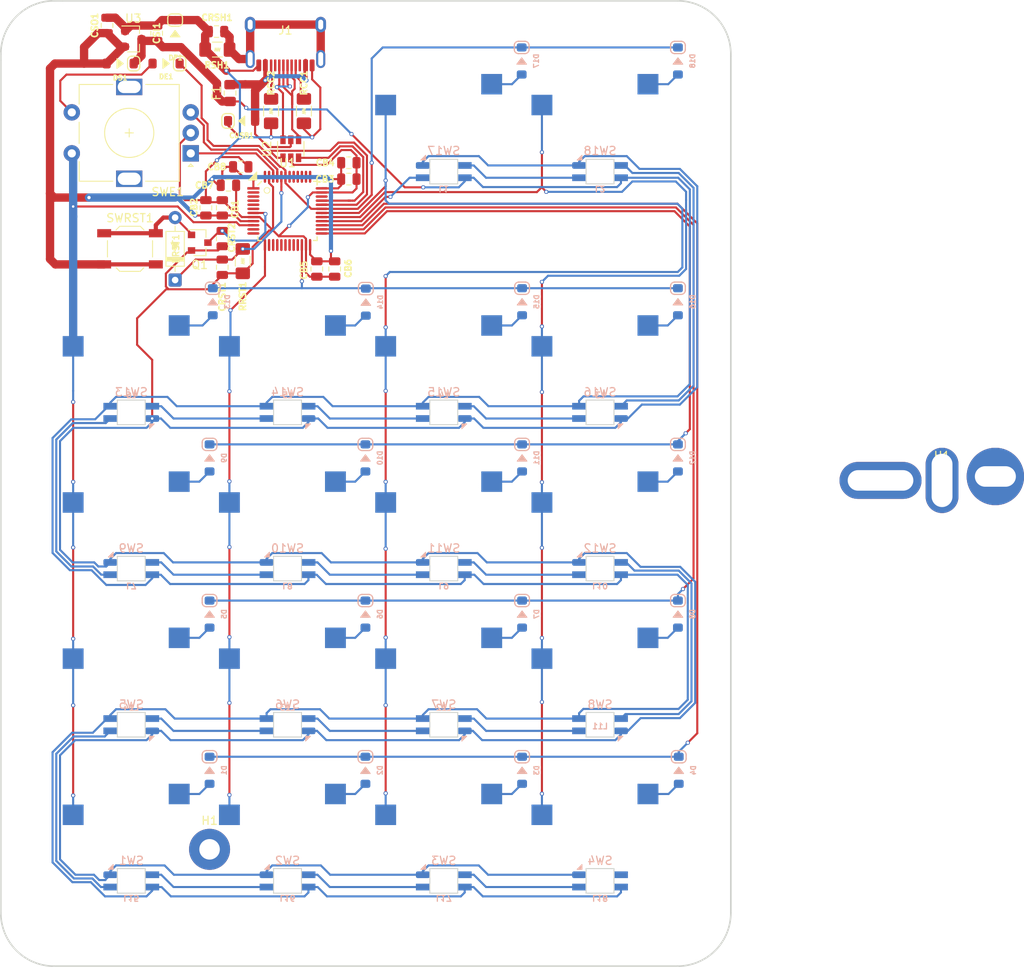
<source format=kicad_pcb>
(kicad_pcb (version 20171130) (host pcbnew "(5.1.6-0-10_14)")
  (layers (0 F.Cu signal) (31 B.Cu signal) (34 B.Paste user) (35 F.Paste user) (36 B.SilkS user) (37 F.SilkS user) (38 B.Mask user) (39 F.Mask user) (44 Edge.Cuts user))
  (net 0 "")
  (net 1 "Net-(U1-Pad42)")
  (net 2 "Net-(U1-Pad41)")
  (net 3 "Net-(U1-Pad40)")
  (net 4 "Net-(U1-Pad39)")
  (net 5 "Net-(U1-Pad37)")
  (net 6 "Net-(U1-Pad20)")
  (net 7 "Net-(U1-Pad19)")
  (net 8 "Net-(U1-Pad18)")
  (net 9 "Net-(U1-Pad17)")
  (net 10 "Net-(U1-Pad16)")
  (net 11 "Net-(U1-Pad15)")
  (net 12 "Net-(U1-Pad12)")
  (net 13 "Net-(U1-Pad11)")
  (net 14 "Net-(U1-Pad6)")
  (net 15 "Net-(U1-Pad5)")
  (net 16 "Net-(U1-Pad4)")
  (net 17 "Net-(U1-Pad3)")
  (net 18 "Net-(U1-Pad2)")
  (net 19 3.3V)
  (net 20 GND)
  (net 21 BOOT0)
  (net 22 SWCLK)
  (net 23 SWDIO)
  (net 24 D+)
  (net 25 D-)
  (net 26 NRST)
  (net 27 "Net-(DRST1-Pad2)")
  (net 28 VBUS)
  (net 29 DBus-)
  (net 30 DBus+)
  (net 31 5V)
  (net 32 "Net-(CRSH1-Pad1)")
  (net 33 "Net-(D1-Pad2)")
  (net 34 Row5)
  (net 35 "Net-(D2-Pad2)")
  (net 36 "Net-(D3-Pad2)")
  (net 37 "Net-(D4-Pad2)")
  (net 38 "Net-(D5-Pad2)")
  (net 39 Row4)
  (net 40 "Net-(D6-Pad2)")
  (net 41 "Net-(D7-Pad2)")
  (net 42 "Net-(D8-Pad2)")
  (net 43 "Net-(D9-Pad2)")
  (net 44 Row3)
  (net 45 "Net-(D10-Pad2)")
  (net 46 "Net-(D11-Pad2)")
  (net 47 "Net-(D12-Pad2)")
  (net 48 "Net-(D13-Pad2)")
  (net 49 Row2)
  (net 50 "Net-(D14-Pad2)")
  (net 51 "Net-(D15-Pad2)")
  (net 52 "Net-(D16-Pad2)")
  (net 53 "Net-(D17-Pad2)")
  (net 54 Row1)
  (net 55 "Net-(D18-Pad2)")
  (net 56 "Net-(DE1-Pad2)")
  (net 57 "Net-(J1-PadB8)")
  (net 58 "Net-(J1-PadA5)")
  (net 59 "Net-(J1-PadB5)")
  (net 60 "Net-(J1-PadA8)")
  (net 61 RGBLED)
  (net 62 "Net-(L2-Pad2)")
  (net 63 "Net-(L10-Pad2)")
  (net 64 "Net-(L10-Pad4)")
  (net 65 Col1)
  (net 66 Col2)
  (net 67 Col3)
  (net 68 Col4)
  (net 69 Enc1A)
  (net 70 Enc1B)
  (net 71 "Net-(L4-Pad2)")
  (net 72 "Net-(L6-Pad2)")
  (net 73 "Net-(L1-Pad2)")
  (net 74 "Net-(L3-Pad2)")
  (net 75 "Net-(L5-Pad2)")
  (net 76 "Net-(L7-Pad2)")
  (net 77 "Net-(L8-Pad2)")
  (net 78 "Net-(U1-Pad21)")
  (net 79 "Net-(U1-Pad14)")
  (net 80 "Net-(L11-Pad2)")
  (net 81 "Net-(L12-Pad2)")
  (net 82 "Net-(L13-Pad2)")
  (net 83 "Net-(L14-Pad2)")
  (net 84 "Net-(L15-Pad2)")
  (net 85 "Net-(L16-Pad2)")
  (net 86 "Net-(L17-Pad2)")
  (net 87 "Net-(L18-Pad2)")
  (module acheron_MountingHoles:MoutingHole_Oval_Poker_7mm_5.0x2.5mm (layer F.Cu) (at 287.5 115.77)
    (fp_text reference H4 hide)
    (fp_text value MountingHole hide)
    (pad 1 thru_hole circle (at 0 0) (size 7 7) (drill oval 5 2.5) (layers *.Cu *.Mask))
  )
  (module acheron_MountingHoles:halfSideHole (layer F.Cu) (at 273.5 116.25)
    (fp_text reference H2 hide)
    (fp_text value MountingHole hide)
    (pad "" thru_hole oval (at 0 0) (size 10 4.5) (drill oval 8 2.5) (layers *.Cu *.Mask))
  )
  (module acheron_MountingHoles:Mounting_Hole_Oval_2.5x8mm (layer F.Cu) (at 281 116.25)
    (fp_text reference H1 (at 0 -3) (layer F.SilkS))
    (fp_text value MountingHole)
    (pad 1 thru_hole oval (at 0 0) (size 4 7.96) (drill oval 2.54 6.5) (layers *.Cu *.Mask))
  )
  (module acheron_Components:D_SOD-123 (layer B.Cu) (at 210.75 94.5 270)
    (fp_text reference D14 (at -0.00012 -1.7786 90) (layer B.SilkS) (effects (font (size 0.6 0.6)) (justify mirror)))
    (fp_text value D)
    (pad 1 smd roundrect (at -1.65 0 270) (size 1 1.2) (layers B.Cu B.Paste B.Mask) (net 49 Row2))
    (pad 2 smd roundrect (at 1.65 0 270) (size 1 1.2) (layers B.Cu B.Paste B.Mask) (net 50 "Net-(D14-Pad2)"))
  )
  (module MX_Only:MXOnly-1U-Hotswap (layer F.Cu) (at 239.30375 73)
    (fp_text reference SW18)
    (fp_text value MXSwitch)
    (fp_text user %R (at 0 3.048) (layer B.SilkS) (effects (justify mirror)))
    (pad 2 smd rect (at 5.842 -5.08) (size 2.55 2.5) (layers B.Cu B.Paste B.Mask) (net 55 "Net-(D18-Pad2)"))
    (pad 1 smd rect (at -7.085 -2.54) (size 2.55 2.5) (layers B.Cu B.Paste B.Mask) (net 68 Col4))
    (pad "" np_thru_hole circle (at 5.08 0 48.0996) (size 1.75 1.75) (drill 1.75) (layers *.Cu *.Mask))
    (pad "" np_thru_hole circle (at -5.08 0 48.0996) (size 1.75 1.75) (drill 1.75) (layers *.Cu *.Mask))
    (pad "" np_thru_hole circle (at -3.81 -2.54) (size 3 3) (drill 3) (layers *.Cu *.Mask))
    (pad "" np_thru_hole circle (at 0 0) (size 3.9878 3.9878) (drill 3.9878) (layers *.Cu *.Mask))
    (pad "" np_thru_hole circle (at 2.54 -5.08) (size 3 3) (drill 3) (layers *.Cu *.Mask))
  )
  (module acheron_Components:D_SOD-123 (layer B.Cu) (at 248.8 113.50625 270)
    (fp_text reference D12 (at -0.00012 -1.7786 270) (layer B.SilkS) (effects (font (size 0.6 0.6)) (justify mirror)))
    (fp_text value D)
    (pad 1 smd roundrect (at -1.65 0 270) (size 1 1.2) (layers B.Cu B.Paste B.Mask) (net 44 Row3))
    (pad 2 smd roundrect (at 1.65 0 270) (size 1 1.2) (layers B.Cu B.Paste B.Mask) (net 47 "Net-(D12-Pad2)"))
  )
  (module acheron_Components:D_SOD-123 (layer B.Cu) (at 248.8 132.55625 270)
    (fp_text reference D8 (at -0.00012 -1.7786 270) (layer B.SilkS) (effects (font (size 0.6 0.6)) (justify mirror)))
    (fp_text value D)
    (pad 1 smd roundrect (at -1.65 0 270) (size 1 1.2) (layers B.Cu B.Paste B.Mask) (net 39 Row4))
    (pad 2 smd roundrect (at 1.65 0 270) (size 1 1.2) (layers B.Cu B.Paste B.Mask) (net 42 "Net-(D8-Pad2)"))
  )
  (module acheron_Components:D_SOD-123 (layer B.Cu) (at 248.9 151.60625 270)
    (fp_text reference D4 (at -0.00012 -1.7786 270) (layer B.SilkS) (effects (font (size 0.6 0.6)) (justify mirror)))
    (fp_text value D)
    (pad 1 smd roundrect (at -1.65 0 270) (size 1 1.2) (layers B.Cu B.Paste B.Mask) (net 34 Row5))
    (pad 2 smd roundrect (at 1.65 0 270) (size 1 1.2) (layers B.Cu B.Paste B.Mask) (net 37 "Net-(D4-Pad2)"))
  )
  (module Keebio-Parts:SK6812-MINI-E (layer B.Cu) (at 239.30375 165.1 180)
    (fp_text reference L18 (at 0 -2.1 180 unlocked) (layer B.SilkS) (effects (font (size 0.7 0.7)) (justify mirror)))
    (fp_text value SK6812MINI-E hide)
    (fp_line (start -1.7 1.5) (end 1.7 1.5) (layer Edge.Cuts) (width 0.12))
    (fp_line (start -1.7 -1.5) (end -1.7 1.5) (layer Edge.Cuts) (width 0.12))
    (fp_line (start 1.7 -1.5) (end -1.7 -1.5) (layer Edge.Cuts) (width 0.12))
    (fp_line (start 1.7 1.5) (end 1.7 -1.5) (layer Edge.Cuts) (width 0.12))
    (pad 3 smd roundrect (at 2.55 0.75 180) (size 1.7 0.82) (layers B.Cu B.Paste B.Mask) (net 20 GND))
    (pad 4 smd rect (at 2.55 -0.75 180) (size 1.7 0.82) (layers B.Cu B.Paste B.Mask) (net 86 "Net-(L17-Pad2)"))
    (pad 2 smd rect (at -2.55 0.75 180) (size 1.7 0.82) (layers B.Cu B.Paste B.Mask) (net 87 "Net-(L18-Pad2)"))
    (pad 1 smd rect (at -2.55 -0.75 180) (size 1.7 0.82) (layers B.Cu B.Paste B.Mask) (net 31 5V))
  )
  (module Keebio-Parts:SK6812-MINI-E (layer B.Cu) (at 220.25375 165.1 180)
    (fp_text reference L17 (at 0 -2.1 180 unlocked) (layer B.SilkS) (effects (font (size 0.7 0.7)) (justify mirror)))
    (fp_text value SK6812MINI-E hide)
    (fp_line (start -1.7 1.5) (end 1.7 1.5) (layer Edge.Cuts) (width 0.12))
    (fp_line (start -1.7 -1.5) (end -1.7 1.5) (layer Edge.Cuts) (width 0.12))
    (fp_line (start 1.7 -1.5) (end -1.7 -1.5) (layer Edge.Cuts) (width 0.12))
    (fp_line (start 1.7 1.5) (end 1.7 -1.5) (layer Edge.Cuts) (width 0.12))
    (pad 3 smd roundrect (at 2.55 0.75 180) (size 1.7 0.82) (layers B.Cu B.Paste B.Mask) (net 20 GND))
    (pad 4 smd rect (at 2.55 -0.75 180) (size 1.7 0.82) (layers B.Cu B.Paste B.Mask) (net 85 "Net-(L16-Pad2)"))
    (pad 2 smd rect (at -2.55 0.75 180) (size 1.7 0.82) (layers B.Cu B.Paste B.Mask) (net 86 "Net-(L17-Pad2)"))
    (pad 1 smd rect (at -2.55 -0.75 180) (size 1.7 0.82) (layers B.Cu B.Paste B.Mask) (net 31 5V))
  )
  (module Keebio-Parts:SK6812-MINI-E (layer B.Cu) (at 201.20375 165.1 180)
    (fp_text reference L16 (at 0 -2.1 180 unlocked) (layer B.SilkS) (effects (font (size 0.7 0.7)) (justify mirror)))
    (fp_text value SK6812MINI-E hide)
    (fp_line (start -1.7 1.5) (end 1.7 1.5) (layer Edge.Cuts) (width 0.12))
    (fp_line (start -1.7 -1.5) (end -1.7 1.5) (layer Edge.Cuts) (width 0.12))
    (fp_line (start 1.7 -1.5) (end -1.7 -1.5) (layer Edge.Cuts) (width 0.12))
    (fp_line (start 1.7 1.5) (end 1.7 -1.5) (layer Edge.Cuts) (width 0.12))
    (pad 3 smd roundrect (at 2.55 0.75 180) (size 1.7 0.82) (layers B.Cu B.Paste B.Mask) (net 20 GND))
    (pad 4 smd rect (at 2.55 -0.75 180) (size 1.7 0.82) (layers B.Cu B.Paste B.Mask) (net 84 "Net-(L15-Pad2)"))
    (pad 2 smd rect (at -2.55 0.75 180) (size 1.7 0.82) (layers B.Cu B.Paste B.Mask) (net 85 "Net-(L16-Pad2)"))
    (pad 1 smd rect (at -2.55 -0.75 180) (size 1.7 0.82) (layers B.Cu B.Paste B.Mask) (net 31 5V))
  )
  (module Keebio-Parts:SK6812-MINI-E (layer B.Cu) (at 182.15375 165.1 180)
    (fp_text reference L15 (at 0 -2.1 180 unlocked) (layer B.SilkS) (effects (font (size 0.7 0.7)) (justify mirror)))
    (fp_text value SK6812MINI-E hide)
    (fp_line (start -1.7 1.5) (end 1.7 1.5) (layer Edge.Cuts) (width 0.12))
    (fp_line (start -1.7 -1.5) (end -1.7 1.5) (layer Edge.Cuts) (width 0.12))
    (fp_line (start 1.7 -1.5) (end -1.7 -1.5) (layer Edge.Cuts) (width 0.12))
    (fp_line (start 1.7 1.5) (end 1.7 -1.5) (layer Edge.Cuts) (width 0.12))
    (pad 3 smd roundrect (at 2.55 0.75 180) (size 1.7 0.82) (layers B.Cu B.Paste B.Mask) (net 20 GND))
    (pad 4 smd rect (at 2.55 -0.75 180) (size 1.7 0.82) (layers B.Cu B.Paste B.Mask) (net 83 "Net-(L14-Pad2)"))
    (pad 2 smd rect (at -2.55 0.75 180) (size 1.7 0.82) (layers B.Cu B.Paste B.Mask) (net 84 "Net-(L15-Pad2)"))
    (pad 1 smd rect (at -2.55 -0.75 180) (size 1.7 0.82) (layers B.Cu B.Paste B.Mask) (net 31 5V))
  )
  (module Keebio-Parts:SK6812-MINI-E (layer B.Cu) (at 182.15375 146.05)
    (fp_text reference L14 (at 0 -2.1 unlocked) (layer B.SilkS) (effects (font (size 0.7 0.7)) (justify mirror)))
    (fp_text value SK6812MINI-E hide)
    (fp_line (start -1.7 1.5) (end 1.7 1.5) (layer Edge.Cuts) (width 0.12))
    (fp_line (start -1.7 -1.5) (end -1.7 1.5) (layer Edge.Cuts) (width 0.12))
    (fp_line (start 1.7 -1.5) (end -1.7 -1.5) (layer Edge.Cuts) (width 0.12))
    (fp_line (start 1.7 1.5) (end 1.7 -1.5) (layer Edge.Cuts) (width 0.12))
    (pad 3 smd roundrect (at 2.55 0.75) (size 1.7 0.82) (layers B.Cu B.Paste B.Mask) (net 20 GND))
    (pad 4 smd rect (at 2.55 -0.75) (size 1.7 0.82) (layers B.Cu B.Paste B.Mask) (net 82 "Net-(L13-Pad2)"))
    (pad 2 smd rect (at -2.55 0.75) (size 1.7 0.82) (layers B.Cu B.Paste B.Mask) (net 83 "Net-(L14-Pad2)"))
    (pad 1 smd rect (at -2.55 -0.75) (size 1.7 0.82) (layers B.Cu B.Paste B.Mask) (net 31 5V))
  )
  (module Keebio-Parts:SK6812-MINI-E (layer B.Cu) (at 201.20375 146.05)
    (fp_text reference L13 (at 0 -2.1 unlocked) (layer B.SilkS) (effects (font (size 0.7 0.7)) (justify mirror)))
    (fp_text value SK6812MINI-E hide)
    (fp_line (start -1.7 1.5) (end 1.7 1.5) (layer Edge.Cuts) (width 0.12))
    (fp_line (start -1.7 -1.5) (end -1.7 1.5) (layer Edge.Cuts) (width 0.12))
    (fp_line (start 1.7 -1.5) (end -1.7 -1.5) (layer Edge.Cuts) (width 0.12))
    (fp_line (start 1.7 1.5) (end 1.7 -1.5) (layer Edge.Cuts) (width 0.12))
    (pad 3 smd roundrect (at 2.55 0.75) (size 1.7 0.82) (layers B.Cu B.Paste B.Mask) (net 20 GND))
    (pad 4 smd rect (at 2.55 -0.75) (size 1.7 0.82) (layers B.Cu B.Paste B.Mask) (net 81 "Net-(L12-Pad2)"))
    (pad 2 smd rect (at -2.55 0.75) (size 1.7 0.82) (layers B.Cu B.Paste B.Mask) (net 82 "Net-(L13-Pad2)"))
    (pad 1 smd rect (at -2.55 -0.75) (size 1.7 0.82) (layers B.Cu B.Paste B.Mask) (net 31 5V))
  )
  (module Keebio-Parts:SK6812-MINI-E (layer B.Cu) (at 220.25375 146.05)
    (fp_text reference L12 (at 0 -2.1 unlocked) (layer B.SilkS) (effects (font (size 0.7 0.7)) (justify mirror)))
    (fp_text value SK6812MINI-E hide)
    (fp_line (start -1.7 1.5) (end 1.7 1.5) (layer Edge.Cuts) (width 0.12))
    (fp_line (start -1.7 -1.5) (end -1.7 1.5) (layer Edge.Cuts) (width 0.12))
    (fp_line (start 1.7 -1.5) (end -1.7 -1.5) (layer Edge.Cuts) (width 0.12))
    (fp_line (start 1.7 1.5) (end 1.7 -1.5) (layer Edge.Cuts) (width 0.12))
    (pad 3 smd roundrect (at 2.55 0.75) (size 1.7 0.82) (layers B.Cu B.Paste B.Mask) (net 20 GND))
    (pad 4 smd rect (at 2.55 -0.75) (size 1.7 0.82) (layers B.Cu B.Paste B.Mask) (net 80 "Net-(L11-Pad2)"))
    (pad 2 smd rect (at -2.55 0.75) (size 1.7 0.82) (layers B.Cu B.Paste B.Mask) (net 81 "Net-(L12-Pad2)"))
    (pad 1 smd rect (at -2.55 -0.75) (size 1.7 0.82) (layers B.Cu B.Paste B.Mask) (net 31 5V))
  )
  (module Keebio-Parts:SK6812-MINI-E (layer B.Cu) (at 239.30375 146.05)
    (fp_text reference L11 (at 0 0.1865 unlocked) (layer B.SilkS) (effects (font (size 0.7 0.7)) (justify mirror)))
    (fp_text value SK6812MINI-E hide)
    (fp_line (start -1.7 1.5) (end 1.7 1.5) (layer Edge.Cuts) (width 0.12))
    (fp_line (start -1.7 -1.5) (end -1.7 1.5) (layer Edge.Cuts) (width 0.12))
    (fp_line (start 1.7 -1.5) (end -1.7 -1.5) (layer Edge.Cuts) (width 0.12))
    (fp_line (start 1.7 1.5) (end 1.7 -1.5) (layer Edge.Cuts) (width 0.12))
    (pad 3 smd roundrect (at 2.55 0.75) (size 1.7 0.82) (layers B.Cu B.Paste B.Mask) (net 20 GND))
    (pad 4 smd rect (at 2.55 -0.75) (size 1.7 0.82) (layers B.Cu B.Paste B.Mask) (net 63 "Net-(L10-Pad2)"))
    (pad 2 smd rect (at -2.55 0.75) (size 1.7 0.82) (layers B.Cu B.Paste B.Mask) (net 80 "Net-(L11-Pad2)"))
    (pad 1 smd rect (at -2.55 -0.75) (size 1.7 0.82) (layers B.Cu B.Paste B.Mask) (net 31 5V))
  )
  (module Keebio-Parts:SK6812-MINI-E (layer B.Cu) (at 239.30375 127 180)
    (fp_text reference L10 (at 0 -2.1 180 unlocked) (layer B.SilkS) (effects (font (size 0.7 0.7)) (justify mirror)))
    (fp_text value SK6812MINI-E hide)
    (fp_line (start -1.7 1.5) (end 1.7 1.5) (layer Edge.Cuts) (width 0.12))
    (fp_line (start -1.7 -1.5) (end -1.7 1.5) (layer Edge.Cuts) (width 0.12))
    (fp_line (start 1.7 -1.5) (end -1.7 -1.5) (layer Edge.Cuts) (width 0.12))
    (fp_line (start 1.7 1.5) (end 1.7 -1.5) (layer Edge.Cuts) (width 0.12))
    (pad 3 smd roundrect (at 2.55 0.75 180) (size 1.7 0.82) (layers B.Cu B.Paste B.Mask) (net 20 GND))
    (pad 4 smd rect (at 2.55 -0.75 180) (size 1.7 0.82) (layers B.Cu B.Paste B.Mask) (net 64 "Net-(L10-Pad4)"))
    (pad 2 smd rect (at -2.55 0.75 180) (size 1.7 0.82) (layers B.Cu B.Paste B.Mask) (net 63 "Net-(L10-Pad2)"))
    (pad 1 smd rect (at -2.55 -0.75 180) (size 1.7 0.82) (layers B.Cu B.Paste B.Mask) (net 31 5V))
  )
  (module Keebio-Parts:SK6812-MINI-E (layer B.Cu) (at 220.25375 127 180)
    (fp_text reference L9 (at 0 -2.1 180 unlocked) (layer B.SilkS) (effects (font (size 0.7 0.7)) (justify mirror)))
    (fp_text value SK6812MINI-E hide)
    (fp_line (start -1.7 1.5) (end 1.7 1.5) (layer Edge.Cuts) (width 0.12))
    (fp_line (start -1.7 -1.5) (end -1.7 1.5) (layer Edge.Cuts) (width 0.12))
    (fp_line (start 1.7 -1.5) (end -1.7 -1.5) (layer Edge.Cuts) (width 0.12))
    (fp_line (start 1.7 1.5) (end 1.7 -1.5) (layer Edge.Cuts) (width 0.12))
    (pad 3 smd roundrect (at 2.55 0.75 180) (size 1.7 0.82) (layers B.Cu B.Paste B.Mask) (net 20 GND))
    (pad 4 smd rect (at 2.55 -0.75 180) (size 1.7 0.82) (layers B.Cu B.Paste B.Mask) (net 77 "Net-(L8-Pad2)"))
    (pad 2 smd rect (at -2.55 0.75 180) (size 1.7 0.82) (layers B.Cu B.Paste B.Mask) (net 64 "Net-(L10-Pad4)"))
    (pad 1 smd rect (at -2.55 -0.75 180) (size 1.7 0.82) (layers B.Cu B.Paste B.Mask) (net 31 5V))
  )
  (module Keebio-Parts:SK6812-MINI-E (layer B.Cu) (at 201.20375 127 180)
    (fp_text reference L8 (at 0 -2.1 180 unlocked) (layer B.SilkS) (effects (font (size 0.7 0.7)) (justify mirror)))
    (fp_text value SK6812MINI-E hide)
    (fp_line (start -1.7 1.5) (end 1.7 1.5) (layer Edge.Cuts) (width 0.12))
    (fp_line (start -1.7 -1.5) (end -1.7 1.5) (layer Edge.Cuts) (width 0.12))
    (fp_line (start 1.7 -1.5) (end -1.7 -1.5) (layer Edge.Cuts) (width 0.12))
    (fp_line (start 1.7 1.5) (end 1.7 -1.5) (layer Edge.Cuts) (width 0.12))
    (pad 3 smd roundrect (at 2.55 0.75 180) (size 1.7 0.82) (layers B.Cu B.Paste B.Mask) (net 20 GND))
    (pad 4 smd rect (at 2.55 -0.75 180) (size 1.7 0.82) (layers B.Cu B.Paste B.Mask) (net 76 "Net-(L7-Pad2)"))
    (pad 2 smd rect (at -2.55 0.75 180) (size 1.7 0.82) (layers B.Cu B.Paste B.Mask) (net 77 "Net-(L8-Pad2)"))
    (pad 1 smd rect (at -2.55 -0.75 180) (size 1.7 0.82) (layers B.Cu B.Paste B.Mask) (net 31 5V))
  )
  (module Keebio-Parts:SK6812-MINI-E (layer B.Cu) (at 182.15375 127 180)
    (fp_text reference L7 (at 0 -2.1 180 unlocked) (layer B.SilkS) (effects (font (size 0.7 0.7)) (justify mirror)))
    (fp_text value SK6812MINI-E hide)
    (fp_line (start -1.7 1.5) (end 1.7 1.5) (layer Edge.Cuts) (width 0.12))
    (fp_line (start -1.7 -1.5) (end -1.7 1.5) (layer Edge.Cuts) (width 0.12))
    (fp_line (start 1.7 -1.5) (end -1.7 -1.5) (layer Edge.Cuts) (width 0.12))
    (fp_line (start 1.7 1.5) (end 1.7 -1.5) (layer Edge.Cuts) (width 0.12))
    (pad 3 smd roundrect (at 2.55 0.75 180) (size 1.7 0.82) (layers B.Cu B.Paste B.Mask) (net 20 GND))
    (pad 4 smd rect (at 2.55 -0.75 180) (size 1.7 0.82) (layers B.Cu B.Paste B.Mask) (net 72 "Net-(L6-Pad2)"))
    (pad 2 smd rect (at -2.55 0.75 180) (size 1.7 0.82) (layers B.Cu B.Paste B.Mask) (net 76 "Net-(L7-Pad2)"))
    (pad 1 smd rect (at -2.55 -0.75 180) (size 1.7 0.82) (layers B.Cu B.Paste B.Mask) (net 31 5V))
  )
  (module Keebio-Parts:SK6812-MINI-E (layer B.Cu) (at 182.15375 107.95)
    (fp_text reference L6 (at 0 -2.1 unlocked) (layer B.SilkS) (effects (font (size 0.7 0.7)) (justify mirror)))
    (fp_text value SK6812MINI-E hide)
    (fp_line (start -1.7 1.5) (end 1.7 1.5) (layer Edge.Cuts) (width 0.12))
    (fp_line (start -1.7 -1.5) (end -1.7 1.5) (layer Edge.Cuts) (width 0.12))
    (fp_line (start 1.7 -1.5) (end -1.7 -1.5) (layer Edge.Cuts) (width 0.12))
    (fp_line (start 1.7 1.5) (end 1.7 -1.5) (layer Edge.Cuts) (width 0.12))
    (pad 3 smd roundrect (at 2.55 0.75) (size 1.7 0.82) (layers B.Cu B.Paste B.Mask) (net 20 GND))
    (pad 4 smd rect (at 2.55 -0.75) (size 1.7 0.82) (layers B.Cu B.Paste B.Mask) (net 75 "Net-(L5-Pad2)"))
    (pad 2 smd rect (at -2.55 0.75) (size 1.7 0.82) (layers B.Cu B.Paste B.Mask) (net 72 "Net-(L6-Pad2)"))
    (pad 1 smd rect (at -2.55 -0.75) (size 1.7 0.82) (layers B.Cu B.Paste B.Mask) (net 31 5V))
  )
  (module Keebio-Parts:SK6812-MINI-E (layer B.Cu) (at 201.20375 107.95)
    (fp_text reference L5 (at 0 -2.1 unlocked) (layer B.SilkS) (effects (font (size 0.7 0.7)) (justify mirror)))
    (fp_text value SK6812MINI-E hide)
    (fp_line (start -1.7 1.5) (end 1.7 1.5) (layer Edge.Cuts) (width 0.12))
    (fp_line (start -1.7 -1.5) (end -1.7 1.5) (layer Edge.Cuts) (width 0.12))
    (fp_line (start 1.7 -1.5) (end -1.7 -1.5) (layer Edge.Cuts) (width 0.12))
    (fp_line (start 1.7 1.5) (end 1.7 -1.5) (layer Edge.Cuts) (width 0.12))
    (pad 3 smd roundrect (at 2.55 0.75) (size 1.7 0.82) (layers B.Cu B.Paste B.Mask) (net 20 GND))
    (pad 4 smd rect (at 2.55 -0.75) (size 1.7 0.82) (layers B.Cu B.Paste B.Mask) (net 71 "Net-(L4-Pad2)"))
    (pad 2 smd rect (at -2.55 0.75) (size 1.7 0.82) (layers B.Cu B.Paste B.Mask) (net 75 "Net-(L5-Pad2)"))
    (pad 1 smd rect (at -2.55 -0.75) (size 1.7 0.82) (layers B.Cu B.Paste B.Mask) (net 31 5V))
  )
  (module Keebio-Parts:SK6812-MINI-E (layer B.Cu) (at 220.25375 107.95)
    (fp_text reference L4 (at 0 -2.1 unlocked) (layer B.SilkS) (effects (font (size 0.7 0.7)) (justify mirror)))
    (fp_text value SK6812MINI-E hide)
    (fp_line (start -1.7 1.5) (end 1.7 1.5) (layer Edge.Cuts) (width 0.12))
    (fp_line (start -1.7 -1.5) (end -1.7 1.5) (layer Edge.Cuts) (width 0.12))
    (fp_line (start 1.7 -1.5) (end -1.7 -1.5) (layer Edge.Cuts) (width 0.12))
    (fp_line (start 1.7 1.5) (end 1.7 -1.5) (layer Edge.Cuts) (width 0.12))
    (pad 3 smd roundrect (at 2.55 0.75) (size 1.7 0.82) (layers B.Cu B.Paste B.Mask) (net 20 GND))
    (pad 4 smd rect (at 2.55 -0.75) (size 1.7 0.82) (layers B.Cu B.Paste B.Mask) (net 74 "Net-(L3-Pad2)"))
    (pad 2 smd rect (at -2.55 0.75) (size 1.7 0.82) (layers B.Cu B.Paste B.Mask) (net 71 "Net-(L4-Pad2)"))
    (pad 1 smd rect (at -2.55 -0.75) (size 1.7 0.82) (layers B.Cu B.Paste B.Mask) (net 31 5V))
  )
  (module Keebio-Parts:SK6812-MINI-E (layer B.Cu) (at 239.30375 107.95)
    (fp_text reference L3 (at 0 -2.1 unlocked) (layer B.SilkS) (effects (font (size 0.7 0.7)) (justify mirror)))
    (fp_text value SK6812MINI-E hide)
    (fp_line (start -1.7 1.5) (end 1.7 1.5) (layer Edge.Cuts) (width 0.12))
    (fp_line (start -1.7 -1.5) (end -1.7 1.5) (layer Edge.Cuts) (width 0.12))
    (fp_line (start 1.7 -1.5) (end -1.7 -1.5) (layer Edge.Cuts) (width 0.12))
    (fp_line (start 1.7 1.5) (end 1.7 -1.5) (layer Edge.Cuts) (width 0.12))
    (pad 3 smd roundrect (at 2.55 0.75) (size 1.7 0.82) (layers B.Cu B.Paste B.Mask) (net 20 GND))
    (pad 4 smd rect (at 2.55 -0.75) (size 1.7 0.82) (layers B.Cu B.Paste B.Mask) (net 62 "Net-(L2-Pad2)"))
    (pad 2 smd rect (at -2.55 0.75) (size 1.7 0.82) (layers B.Cu B.Paste B.Mask) (net 74 "Net-(L3-Pad2)"))
    (pad 1 smd rect (at -2.55 -0.75) (size 1.7 0.82) (layers B.Cu B.Paste B.Mask) (net 31 5V))
  )
  (module Keebio-Parts:SK6812-MINI-E (layer B.Cu) (at 239.30375 78.58125 180)
    (fp_text reference L2 (at 0 -2.1 180 unlocked) (layer B.SilkS) (effects (font (size 0.7 0.7)) (justify mirror)))
    (fp_text value SK6812MINI-E hide)
    (fp_line (start -1.7 1.5) (end 1.7 1.5) (layer Edge.Cuts) (width 0.12))
    (fp_line (start -1.7 -1.5) (end -1.7 1.5) (layer Edge.Cuts) (width 0.12))
    (fp_line (start 1.7 -1.5) (end -1.7 -1.5) (layer Edge.Cuts) (width 0.12))
    (fp_line (start 1.7 1.5) (end 1.7 -1.5) (layer Edge.Cuts) (width 0.12))
    (pad 3 smd roundrect (at 2.55 0.75 180) (size 1.7 0.82) (layers B.Cu B.Paste B.Mask) (net 20 GND))
    (pad 4 smd rect (at 2.55 -0.75 180) (size 1.7 0.82) (layers B.Cu B.Paste B.Mask) (net 73 "Net-(L1-Pad2)"))
    (pad 2 smd rect (at -2.55 0.75 180) (size 1.7 0.82) (layers B.Cu B.Paste B.Mask) (net 62 "Net-(L2-Pad2)"))
    (pad 1 smd rect (at -2.55 -0.75 180) (size 1.7 0.82) (layers B.Cu B.Paste B.Mask) (net 31 5V))
  )
  (module Keebio-Parts:SK6812-MINI-E (layer B.Cu) (at 220.25 78.58125 180)
    (fp_text reference L1 (at 0 -2.1 180 unlocked) (layer B.SilkS) (effects (font (size 0.7 0.7)) (justify mirror)))
    (fp_text value SK6812MINI-E hide)
    (fp_line (start -1.7 1.5) (end 1.7 1.5) (layer Edge.Cuts) (width 0.12))
    (fp_line (start -1.7 -1.5) (end -1.7 1.5) (layer Edge.Cuts) (width 0.12))
    (fp_line (start 1.7 -1.5) (end -1.7 -1.5) (layer Edge.Cuts) (width 0.12))
    (fp_line (start 1.7 1.5) (end 1.7 -1.5) (layer Edge.Cuts) (width 0.12))
    (pad 3 smd roundrect (at 2.55 0.75 180) (size 1.7 0.82) (layers B.Cu B.Paste B.Mask) (net 20 GND))
    (pad 4 smd rect (at 2.55 -0.75 180) (size 1.7 0.82) (layers B.Cu B.Paste B.Mask) (net 61 RGBLED))
    (pad 2 smd rect (at -2.55 0.75 180) (size 1.7 0.82) (layers B.Cu B.Paste B.Mask) (net 73 "Net-(L1-Pad2)"))
    (pad 1 smd rect (at -2.55 -0.75 180) (size 1.7 0.82) (layers B.Cu B.Paste B.Mask) (net 31 5V))
  )
  (module MountingHole:MountingHole_2.5mm_Pad (layer F.Cu) (at 191.7 161.25)
    (fp_text reference H1 (at 0 -3.5) (layer F.SilkS))
    (fp_text value MountingHole)
    (pad 1 thru_hole circle (at 0 0) (size 5 5) (drill 2.5) (layers *.Cu *.Mask))
  )
  (module Fuse:Fuse_0805_2012Metric_Pad1.15x1.40mm_HandSolder (layer F.Cu) (at 194.2 69 90)
    (fp_text reference F1 (at 0 -1.65 90) (layer F.SilkS))
    (fp_text value Polyfuse)
    (pad 2 smd roundrect (at 1.025 0 90) (size 1.15 1.4) (layers F.Cu F.Paste F.Mask) (roundrect_rratio 0.217391) (net 28 VBUS))
    (pad 1 smd roundrect (at -1.025 0 90) (size 1.15 1.4) (layers F.Cu F.Paste F.Mask) (roundrect_rratio 0.217391) (net 31 5V))
  )
  (module MX_Only:MXOnly-1U-Hotswap (layer F.Cu) (at 220.25375 140.53125)
    (fp_text reference SW7)
    (fp_text value MXSwitch)
    (fp_text user %R (at 0 3.048) (layer B.SilkS) (effects (justify mirror)))
    (pad 2 smd rect (at 5.842 -5.08) (size 2.55 2.5) (layers B.Cu B.Paste B.Mask) (net 41 "Net-(D7-Pad2)"))
    (pad 1 smd rect (at -7.085 -2.54) (size 2.55 2.5) (layers B.Cu B.Paste B.Mask) (net 67 Col3))
    (pad "" np_thru_hole circle (at 5.08 0 48.0996) (size 1.75 1.75) (drill 1.75) (layers *.Cu *.Mask))
    (pad "" np_thru_hole circle (at -5.08 0 48.0996) (size 1.75 1.75) (drill 1.75) (layers *.Cu *.Mask))
    (pad "" np_thru_hole circle (at -3.81 -2.54) (size 3 3) (drill 3) (layers *.Cu *.Mask))
    (pad "" np_thru_hole circle (at 0 0) (size 3.9878 3.9878) (drill 3.9878) (layers *.Cu *.Mask))
    (pad "" np_thru_hole circle (at 2.54 -5.08) (size 3 3) (drill 3) (layers *.Cu *.Mask))
  )
  (module MX_Only:MXOnly-1U-Hotswap (layer F.Cu) (at 220.25375 159.58125)
    (fp_text reference SW3)
    (fp_text value MXSwitch)
    (fp_text user %R (at 0 3.048) (layer B.SilkS) (effects (justify mirror)))
    (pad 2 smd rect (at 5.842 -5.08) (size 2.55 2.5) (layers B.Cu B.Paste B.Mask) (net 36 "Net-(D3-Pad2)"))
    (pad 1 smd rect (at -7.085 -2.54) (size 2.55 2.5) (layers B.Cu B.Paste B.Mask) (net 67 Col3))
    (pad "" np_thru_hole circle (at 5.08 0 48.0996) (size 1.75 1.75) (drill 1.75) (layers *.Cu *.Mask))
    (pad "" np_thru_hole circle (at -5.08 0 48.0996) (size 1.75 1.75) (drill 1.75) (layers *.Cu *.Mask))
    (pad "" np_thru_hole circle (at -3.81 -2.54) (size 3 3) (drill 3) (layers *.Cu *.Mask))
    (pad "" np_thru_hole circle (at 0 0) (size 3.9878 3.9878) (drill 3.9878) (layers *.Cu *.Mask))
    (pad "" np_thru_hole circle (at 2.54 -5.08) (size 3 3) (drill 3) (layers *.Cu *.Mask))
  )
  (module MX_Only:MXOnly-1U-Hotswap (layer F.Cu) (at 201.20375 102.43125)
    (fp_text reference SW14)
    (fp_text value MXSwitch)
    (fp_text user %R (at 0 3.048) (layer B.SilkS) (effects (justify mirror)))
    (pad 2 smd rect (at 5.842 -5.08) (size 2.55 2.5) (layers B.Cu B.Paste B.Mask) (net 50 "Net-(D14-Pad2)"))
    (pad 1 smd rect (at -7.085 -2.54) (size 2.55 2.5) (layers B.Cu B.Paste B.Mask) (net 66 Col2))
    (pad "" np_thru_hole circle (at 5.08 0 48.0996) (size 1.75 1.75) (drill 1.75) (layers *.Cu *.Mask))
    (pad "" np_thru_hole circle (at -5.08 0 48.0996) (size 1.75 1.75) (drill 1.75) (layers *.Cu *.Mask))
    (pad "" np_thru_hole circle (at -3.81 -2.54) (size 3 3) (drill 3) (layers *.Cu *.Mask))
    (pad "" np_thru_hole circle (at 0 0) (size 3.9878 3.9878) (drill 3.9878) (layers *.Cu *.Mask))
    (pad "" np_thru_hole circle (at 2.54 -5.08) (size 3 3) (drill 3) (layers *.Cu *.Mask))
  )
  (module Package_TO_SOT_SMD:SOT-23 (layer F.Cu) (at 182.4 62.4)
    (fp_text reference U3 (at 0 -2.5) (layer F.SilkS))
    (fp_text value MCP1700-3302E_SOT23)
    (pad 3 smd rect (at 1 0) (size 0.9 0.8) (layers F.Cu F.Paste F.Mask) (net 31 5V))
    (pad 2 smd rect (at -1 0.95) (size 0.9 0.8) (layers F.Cu F.Paste F.Mask) (net 19 3.3V))
    (pad 1 smd rect (at -1 -0.95) (size 0.9 0.8) (layers F.Cu F.Paste F.Mask) (net 20 GND))
  )
  (module Package_TO_SOT_SMD:SOT-23-6 (layer F.Cu) (at 201.6 75.8 90)
    (fp_text reference U2 (at 0 -2.9 90) (layer F.SilkS))
    (fp_text value USBLC6-2SC6)
    (pad 5 smd rect (at 1.1 0 90) (size 1.06 0.65) (layers F.Cu F.Paste F.Mask) (net 28 VBUS))
    (pad 6 smd rect (at 1.1 -0.95 90) (size 1.06 0.65) (layers F.Cu F.Paste F.Mask) (net 29 DBus-))
    (pad 4 smd rect (at 1.1 0.95 90) (size 1.06 0.65) (layers F.Cu F.Paste F.Mask) (net 30 DBus+))
    (pad 3 smd rect (at -1.1 0.95 90) (size 1.06 0.65) (layers F.Cu F.Paste F.Mask) (net 24 D+))
    (pad 2 smd rect (at -1.1 0 90) (size 1.06 0.65) (layers F.Cu F.Paste F.Mask) (net 20 GND))
    (pad 1 smd rect (at -1.1 -0.95 90) (size 1.06 0.65) (layers F.Cu F.Paste F.Mask) (net 25 D-))
  )
  (module acheron_Components:D_DO-35_SOD27_P7.62mm (layer F.Cu) (at 187.5 88 90)
    (fp_text reference DRST1 (at 0 0.1 90) (layer F.SilkS) (effects (font (size 0.762 0.762) (thickness 0.1524))))
    (fp_text value 1N4148)
    (pad 2 thru_hole oval (at 3.81 0 90) (size 1.6 1.6) (drill 0.8) (layers *.Cu *.Mask) (net 27 "Net-(DRST1-Pad2)"))
    (pad 1 thru_hole roundrect (at -3.81 0 90) (size 1.6 1.6) (drill 0.8) (layers *.Cu *.Mask) (roundrect_rratio 0.15) (net 21 BOOT0))
  )
  (module acheron_Components:LQFP-48_7x7mm_P0.5mm (layer F.Cu) (at 201.20375 83.375)
    (fp_text reference U1 (at 0 -5.85) (layer F.SilkS))
    (fp_text value STM32F072-LQFP48)
    (pad 48 smd roundrect (at -2.75 -4.1625) (size 0.3 1.475) (layers F.Cu F.Paste F.Mask) (roundrect_rratio 0.5) (net 19 3.3V))
    (pad 47 smd roundrect (at -2.25 -4.1625) (size 0.3 1.475) (layers F.Cu F.Paste F.Mask) (roundrect_rratio 0.5) (net 20 GND))
    (pad 46 smd roundrect (at -1.75 -4.1625) (size 0.3 1.475) (layers F.Cu F.Paste F.Mask) (roundrect_rratio 0.5) (net 69 Enc1A))
    (pad 45 smd roundrect (at -1.25 -4.1625) (size 0.3 1.475) (layers F.Cu F.Paste F.Mask) (roundrect_rratio 0.5) (net 70 Enc1B))
    (pad 44 smd roundrect (at -0.75 -4.1625) (size 0.3 1.475) (layers F.Cu F.Paste F.Mask) (roundrect_rratio 0.5) (net 21 BOOT0))
    (pad 43 smd roundrect (at -0.25 -4.1625) (size 0.3 1.475) (layers F.Cu F.Paste F.Mask) (roundrect_rratio 0.5) (net 54 Row1))
    (pad 42 smd roundrect (at 0.25 -4.1625) (size 0.3 1.475) (layers F.Cu F.Paste F.Mask) (roundrect_rratio 0.5) (net 1 "Net-(U1-Pad42)"))
    (pad 41 smd roundrect (at 0.75 -4.1625) (size 0.3 1.475) (layers F.Cu F.Paste F.Mask) (roundrect_rratio 0.5) (net 2 "Net-(U1-Pad41)"))
    (pad 40 smd roundrect (at 1.25 -4.1625) (size 0.3 1.475) (layers F.Cu F.Paste F.Mask) (roundrect_rratio 0.5) (net 3 "Net-(U1-Pad40)"))
    (pad 39 smd roundrect (at 1.75 -4.1625) (size 0.3 1.475) (layers F.Cu F.Paste F.Mask) (roundrect_rratio 0.5) (net 4 "Net-(U1-Pad39)"))
    (pad 38 smd roundrect (at 2.25 -4.1625) (size 0.3 1.475) (layers F.Cu F.Paste F.Mask) (roundrect_rratio 0.5) (net 22 SWCLK))
    (pad 37 smd roundrect (at 2.75 -4.1625) (size 0.3 1.475) (layers F.Cu F.Paste F.Mask) (roundrect_rratio 0.5) (net 5 "Net-(U1-Pad37)"))
    (pad 36 smd roundrect (at 4.1625 -2.75) (size 1.475 0.3) (layers F.Cu F.Paste F.Mask) (roundrect_rratio 0.5) (net 19 3.3V))
    (pad 35 smd roundrect (at 4.1625 -2.25) (size 1.475 0.3) (layers F.Cu F.Paste F.Mask) (roundrect_rratio 0.5) (net 20 GND))
    (pad 34 smd roundrect (at 4.1625 -1.75) (size 1.475 0.3) (layers F.Cu F.Paste F.Mask) (roundrect_rratio 0.5) (net 23 SWDIO))
    (pad 33 smd roundrect (at 4.1625 -1.25) (size 1.475 0.3) (layers F.Cu F.Paste F.Mask) (roundrect_rratio 0.5) (net 24 D+))
    (pad 32 smd roundrect (at 4.1625 -0.75) (size 1.475 0.3) (layers F.Cu F.Paste F.Mask) (roundrect_rratio 0.5) (net 25 D-))
    (pad 31 smd roundrect (at 4.1625 -0.25) (size 1.475 0.3) (layers F.Cu F.Paste F.Mask) (roundrect_rratio 0.5) (net 54 Row1))
    (pad 30 smd roundrect (at 4.1625 0.25) (size 1.475 0.3) (layers F.Cu F.Paste F.Mask) (roundrect_rratio 0.5) (net 67 Col3))
    (pad 29 smd roundrect (at 4.1625 0.75) (size 1.475 0.3) (layers F.Cu F.Paste F.Mask) (roundrect_rratio 0.5) (net 68 Col4))
    (pad 28 smd roundrect (at 4.1625 1.25) (size 1.475 0.3) (layers F.Cu F.Paste F.Mask) (roundrect_rratio 0.5) (net 61 RGBLED))
    (pad 27 smd roundrect (at 4.1625 1.75) (size 1.475 0.3) (layers F.Cu F.Paste F.Mask) (roundrect_rratio 0.5) (net 34 Row5))
    (pad 26 smd roundrect (at 4.1625 2.25) (size 1.475 0.3) (layers F.Cu F.Paste F.Mask) (roundrect_rratio 0.5) (net 39 Row4))
    (pad 25 smd roundrect (at 4.1625 2.75) (size 1.475 0.3) (layers F.Cu F.Paste F.Mask) (roundrect_rratio 0.5) (net 44 Row3))
    (pad 24 smd roundrect (at 2.75 4.1625) (size 0.3 1.475) (layers F.Cu F.Paste F.Mask) (roundrect_rratio 0.5) (net 19 3.3V))
    (pad 23 smd roundrect (at 2.25 4.1625) (size 0.3 1.475) (layers F.Cu F.Paste F.Mask) (roundrect_rratio 0.5) (net 20 GND))
    (pad 22 smd roundrect (at 1.75 4.1625) (size 0.3 1.475) (layers F.Cu F.Paste F.Mask) (roundrect_rratio 0.5) (net 49 Row2))
    (pad 21 smd roundrect (at 1.25 4.1625) (size 0.3 1.475) (layers F.Cu F.Paste F.Mask) (roundrect_rratio 0.5) (net 78 "Net-(U1-Pad21)"))
    (pad 20 smd roundrect (at 0.75 4.1625) (size 0.3 1.475) (layers F.Cu F.Paste F.Mask) (roundrect_rratio 0.5) (net 6 "Net-(U1-Pad20)"))
    (pad 19 smd roundrect (at 0.25 4.1625) (size 0.3 1.475) (layers F.Cu F.Paste F.Mask) (roundrect_rratio 0.5) (net 7 "Net-(U1-Pad19)"))
    (pad 18 smd roundrect (at -0.25 4.1625) (size 0.3 1.475) (layers F.Cu F.Paste F.Mask) (roundrect_rratio 0.5) (net 8 "Net-(U1-Pad18)"))
    (pad 17 smd roundrect (at -0.75 4.1625) (size 0.3 1.475) (layers F.Cu F.Paste F.Mask) (roundrect_rratio 0.5) (net 9 "Net-(U1-Pad17)"))
    (pad 16 smd roundrect (at -1.25 4.1625) (size 0.3 1.475) (layers F.Cu F.Paste F.Mask) (roundrect_rratio 0.5) (net 10 "Net-(U1-Pad16)"))
    (pad 15 smd roundrect (at -1.75 4.1625) (size 0.3 1.475) (layers F.Cu F.Paste F.Mask) (roundrect_rratio 0.5) (net 11 "Net-(U1-Pad15)"))
    (pad 14 smd roundrect (at -2.25 4.1625) (size 0.3 1.475) (layers F.Cu F.Paste F.Mask) (roundrect_rratio 0.5) (net 79 "Net-(U1-Pad14)"))
    (pad 13 smd roundrect (at -2.75 4.1625) (size 0.3 1.475) (layers F.Cu F.Paste F.Mask) (roundrect_rratio 0.5) (net 66 Col2))
    (pad 12 smd roundrect (at -4.1625 2.75) (size 1.475 0.3) (layers F.Cu F.Paste F.Mask) (roundrect_rratio 0.5) (net 12 "Net-(U1-Pad12)"))
    (pad 11 smd roundrect (at -4.1625 2.25) (size 1.475 0.3) (layers F.Cu F.Paste F.Mask) (roundrect_rratio 0.5) (net 13 "Net-(U1-Pad11)"))
    (pad 10 smd roundrect (at -4.1625 1.75) (size 1.475 0.3) (layers F.Cu F.Paste F.Mask) (roundrect_rratio 0.5) (net 65 Col1))
    (pad 9 smd roundrect (at -4.1625 1.25) (size 1.475 0.3) (layers F.Cu F.Paste F.Mask) (roundrect_rratio 0.5) (net 19 3.3V))
    (pad 8 smd roundrect (at -4.1625 0.75) (size 1.475 0.3) (layers F.Cu F.Paste F.Mask) (roundrect_rratio 0.5) (net 20 GND))
    (pad 7 smd roundrect (at -4.1625 0.25) (size 1.475 0.3) (layers F.Cu F.Paste F.Mask) (roundrect_rratio 0.5) (net 26 NRST))
    (pad 6 smd roundrect (at -4.1625 -0.25) (size 1.475 0.3) (layers F.Cu F.Paste F.Mask) (roundrect_rratio 0.5) (net 14 "Net-(U1-Pad6)"))
    (pad 5 smd roundrect (at -4.1625 -0.75) (size 1.475 0.3) (layers F.Cu F.Paste F.Mask) (roundrect_rratio 0.5) (net 15 "Net-(U1-Pad5)"))
    (pad 4 smd roundrect (at -4.1625 -1.25) (size 1.475 0.3) (layers F.Cu F.Paste F.Mask) (roundrect_rratio 0.5) (net 16 "Net-(U1-Pad4)"))
    (pad 3 smd roundrect (at -4.1625 -1.75) (size 1.475 0.3) (layers F.Cu F.Paste F.Mask) (roundrect_rratio 0.5) (net 17 "Net-(U1-Pad3)"))
    (pad 2 smd roundrect (at -4.1625 -2.25) (size 1.475 0.3) (layers F.Cu F.Paste F.Mask) (roundrect_rratio 0.5) (net 18 "Net-(U1-Pad2)"))
    (pad 1 smd rect (at -4.1625 -2.75) (size 1.475 0.3) (layers F.Cu F.Paste F.Mask) (net 19 3.3V))
  )
  (module Button_Switch_SMD:SW_SPST_TL3342 (layer F.Cu) (at 182 88)
    (fp_text reference SWRST1 (at 0 -3.75) (layer F.SilkS))
    (fp_text value SW_PUSH)
    (pad 2 smd rect (at 3.15 1.9) (size 1.7 1) (layers F.Cu F.Paste F.Mask) (net 19 3.3V))
    (pad 2 smd rect (at -3.15 1.9) (size 1.7 1) (layers F.Cu F.Paste F.Mask) (net 19 3.3V))
    (pad 1 smd rect (at 3.15 -1.9) (size 1.7 1) (layers F.Cu F.Paste F.Mask) (net 27 "Net-(DRST1-Pad2)"))
    (pad 1 smd rect (at -3.15 -1.9) (size 1.7 1) (layers F.Cu F.Paste F.Mask) (net 27 "Net-(DRST1-Pad2)"))
  )
  (module Rotary_Encoder:RotaryEncoder_Alps_EC11E-Switch_Vertical_H20mm (layer F.Cu) (at 189.40375 76.35625 180)
    (fp_text reference SWE1 (at 2.8 -4.7) (layer F.SilkS))
    (fp_text value Rotary_Encoder_Switch)
    (pad A thru_hole rect (at 0 0 180) (size 2 2) (drill 1) (layers *.Cu *.Mask) (net 69 Enc1A))
    (pad C thru_hole circle (at 0 2.5 180) (size 2 2) (drill 1) (layers *.Cu *.Mask) (net 20 GND))
    (pad B thru_hole circle (at 0 5 180) (size 2 2) (drill 1) (layers *.Cu *.Mask) (net 70 Enc1B))
    (pad MP thru_hole rect (at 7.5 -3.1 180) (size 3.2 2) (drill oval 2.8 1.5) (layers *.Cu *.Mask))
    (pad MP thru_hole rect (at 7.5 8.1 180) (size 3.2 2) (drill oval 2.8 1.5) (layers *.Cu *.Mask))
    (pad S2 thru_hole circle (at 14.5 0 180) (size 2 2) (drill 1) (layers *.Cu *.Mask) (net 65 Col1))
    (pad S1 thru_hole circle (at 14.5 5 180) (size 2 2) (drill 1) (layers *.Cu *.Mask) (net 56 "Net-(DE1-Pad2)"))
  )
  (module MX_Only:MXOnly-1U-Hotswap (layer F.Cu) (at 220.25 73)
    (fp_text reference SW17)
    (fp_text value MXSwitch)
    (fp_text user %R (at 0 3.048) (layer B.SilkS) (effects (justify mirror)))
    (pad 2 smd rect (at 5.842 -5.08) (size 2.55 2.5) (layers B.Cu B.Paste B.Mask) (net 53 "Net-(D17-Pad2)"))
    (pad 1 smd rect (at -7.085 -2.54) (size 2.55 2.5) (layers B.Cu B.Paste B.Mask) (net 67 Col3))
    (pad "" np_thru_hole circle (at 5.08 0 48.0996) (size 1.75 1.75) (drill 1.75) (layers *.Cu *.Mask))
    (pad "" np_thru_hole circle (at -5.08 0 48.0996) (size 1.75 1.75) (drill 1.75) (layers *.Cu *.Mask))
    (pad "" np_thru_hole circle (at -3.81 -2.54) (size 3 3) (drill 3) (layers *.Cu *.Mask))
    (pad "" np_thru_hole circle (at 0 0) (size 3.9878 3.9878) (drill 3.9878) (layers *.Cu *.Mask))
    (pad "" np_thru_hole circle (at 2.54 -5.08) (size 3 3) (drill 3) (layers *.Cu *.Mask))
  )
  (module MX_Only:MXOnly-1U-Hotswap (layer F.Cu) (at 239.30375 102.43125)
    (fp_text reference SW16)
    (fp_text value MXSwitch)
    (fp_text user %R (at 0 3.048) (layer B.SilkS) (effects (justify mirror)))
    (pad 2 smd rect (at 5.842 -5.08) (size 2.55 2.5) (layers B.Cu B.Paste B.Mask) (net 52 "Net-(D16-Pad2)"))
    (pad 1 smd rect (at -7.085 -2.54) (size 2.55 2.5) (layers B.Cu B.Paste B.Mask) (net 68 Col4))
    (pad "" np_thru_hole circle (at 5.08 0 48.0996) (size 1.75 1.75) (drill 1.75) (layers *.Cu *.Mask))
    (pad "" np_thru_hole circle (at -5.08 0 48.0996) (size 1.75 1.75) (drill 1.75) (layers *.Cu *.Mask))
    (pad "" np_thru_hole circle (at -3.81 -2.54) (size 3 3) (drill 3) (layers *.Cu *.Mask))
    (pad "" np_thru_hole circle (at 0 0) (size 3.9878 3.9878) (drill 3.9878) (layers *.Cu *.Mask))
    (pad "" np_thru_hole circle (at 2.54 -5.08) (size 3 3) (drill 3) (layers *.Cu *.Mask))
  )
  (module MX_Only:MXOnly-1U-Hotswap (layer F.Cu) (at 220.25375 102.43125)
    (fp_text reference SW15)
    (fp_text value MXSwitch)
    (fp_text user %R (at 0 3.048) (layer B.SilkS) (effects (justify mirror)))
    (pad 2 smd rect (at 5.842 -5.08) (size 2.55 2.5) (layers B.Cu B.Paste B.Mask) (net 51 "Net-(D15-Pad2)"))
    (pad 1 smd rect (at -7.085 -2.54) (size 2.55 2.5) (layers B.Cu B.Paste B.Mask) (net 67 Col3))
    (pad "" np_thru_hole circle (at 5.08 0 48.0996) (size 1.75 1.75) (drill 1.75) (layers *.Cu *.Mask))
    (pad "" np_thru_hole circle (at -5.08 0 48.0996) (size 1.75 1.75) (drill 1.75) (layers *.Cu *.Mask))
    (pad "" np_thru_hole circle (at -3.81 -2.54) (size 3 3) (drill 3) (layers *.Cu *.Mask))
    (pad "" np_thru_hole circle (at 0 0) (size 3.9878 3.9878) (drill 3.9878) (layers *.Cu *.Mask))
    (pad "" np_thru_hole circle (at 2.54 -5.08) (size 3 3) (drill 3) (layers *.Cu *.Mask))
  )
  (module MX_Only:MXOnly-1U-Hotswap (layer F.Cu) (at 182.15375 102.43125)
    (fp_text reference SW13)
    (fp_text value MXSwitch)
    (fp_text user %R (at 0 3.048) (layer B.SilkS) (effects (justify mirror)))
    (pad 2 smd rect (at 5.842 -5.08) (size 2.55 2.5) (layers B.Cu B.Paste B.Mask) (net 48 "Net-(D13-Pad2)"))
    (pad 1 smd rect (at -7.085 -2.54) (size 2.55 2.5) (layers B.Cu B.Paste B.Mask) (net 65 Col1))
    (pad "" np_thru_hole circle (at 5.08 0 48.0996) (size 1.75 1.75) (drill 1.75) (layers *.Cu *.Mask))
    (pad "" np_thru_hole circle (at -5.08 0 48.0996) (size 1.75 1.75) (drill 1.75) (layers *.Cu *.Mask))
    (pad "" np_thru_hole circle (at -3.81 -2.54) (size 3 3) (drill 3) (layers *.Cu *.Mask))
    (pad "" np_thru_hole circle (at 0 0) (size 3.9878 3.9878) (drill 3.9878) (layers *.Cu *.Mask))
    (pad "" np_thru_hole circle (at 2.54 -5.08) (size 3 3) (drill 3) (layers *.Cu *.Mask))
  )
  (module MX_Only:MXOnly-1U-Hotswap (layer F.Cu) (at 239.30375 121.48125)
    (fp_text reference SW12)
    (fp_text value MXSwitch)
    (fp_text user %R (at 0 3.048) (layer B.SilkS) (effects (justify mirror)))
    (pad 2 smd rect (at 5.842 -5.08) (size 2.55 2.5) (layers B.Cu B.Paste B.Mask) (net 47 "Net-(D12-Pad2)"))
    (pad 1 smd rect (at -7.085 -2.54) (size 2.55 2.5) (layers B.Cu B.Paste B.Mask) (net 68 Col4))
    (pad "" np_thru_hole circle (at 5.08 0 48.0996) (size 1.75 1.75) (drill 1.75) (layers *.Cu *.Mask))
    (pad "" np_thru_hole circle (at -5.08 0 48.0996) (size 1.75 1.75) (drill 1.75) (layers *.Cu *.Mask))
    (pad "" np_thru_hole circle (at -3.81 -2.54) (size 3 3) (drill 3) (layers *.Cu *.Mask))
    (pad "" np_thru_hole circle (at 0 0) (size 3.9878 3.9878) (drill 3.9878) (layers *.Cu *.Mask))
    (pad "" np_thru_hole circle (at 2.54 -5.08) (size 3 3) (drill 3) (layers *.Cu *.Mask))
  )
  (module MX_Only:MXOnly-1U-Hotswap (layer F.Cu) (at 220.25375 121.48125)
    (fp_text reference SW11)
    (fp_text value MXSwitch)
    (fp_text user %R (at 0 3.048) (layer B.SilkS) (effects (justify mirror)))
    (pad 2 smd rect (at 5.842 -5.08) (size 2.55 2.5) (layers B.Cu B.Paste B.Mask) (net 46 "Net-(D11-Pad2)"))
    (pad 1 smd rect (at -7.085 -2.54) (size 2.55 2.5) (layers B.Cu B.Paste B.Mask) (net 67 Col3))
    (pad "" np_thru_hole circle (at 5.08 0 48.0996) (size 1.75 1.75) (drill 1.75) (layers *.Cu *.Mask))
    (pad "" np_thru_hole circle (at -5.08 0 48.0996) (size 1.75 1.75) (drill 1.75) (layers *.Cu *.Mask))
    (pad "" np_thru_hole circle (at -3.81 -2.54) (size 3 3) (drill 3) (layers *.Cu *.Mask))
    (pad "" np_thru_hole circle (at 0 0) (size 3.9878 3.9878) (drill 3.9878) (layers *.Cu *.Mask))
    (pad "" np_thru_hole circle (at 2.54 -5.08) (size 3 3) (drill 3) (layers *.Cu *.Mask))
  )
  (module MX_Only:MXOnly-1U-Hotswap (layer F.Cu) (at 201.20375 121.48125)
    (fp_text reference SW10)
    (fp_text value MXSwitch)
    (fp_text user %R (at 0 3.048) (layer B.SilkS) (effects (justify mirror)))
    (pad 2 smd rect (at 5.842 -5.08) (size 2.55 2.5) (layers B.Cu B.Paste B.Mask) (net 45 "Net-(D10-Pad2)"))
    (pad 1 smd rect (at -7.085 -2.54) (size 2.55 2.5) (layers B.Cu B.Paste B.Mask) (net 66 Col2))
    (pad "" np_thru_hole circle (at 5.08 0 48.0996) (size 1.75 1.75) (drill 1.75) (layers *.Cu *.Mask))
    (pad "" np_thru_hole circle (at -5.08 0 48.0996) (size 1.75 1.75) (drill 1.75) (layers *.Cu *.Mask))
    (pad "" np_thru_hole circle (at -3.81 -2.54) (size 3 3) (drill 3) (layers *.Cu *.Mask))
    (pad "" np_thru_hole circle (at 0 0) (size 3.9878 3.9878) (drill 3.9878) (layers *.Cu *.Mask))
    (pad "" np_thru_hole circle (at 2.54 -5.08) (size 3 3) (drill 3) (layers *.Cu *.Mask))
  )
  (module MX_Only:MXOnly-1U-Hotswap (layer F.Cu) (at 182.15375 121.48125)
    (fp_text reference SW9)
    (fp_text value MXSwitch)
    (fp_text user %R (at 0 3.048) (layer B.SilkS) (effects (justify mirror)))
    (pad 2 smd rect (at 5.842 -5.08) (size 2.55 2.5) (layers B.Cu B.Paste B.Mask) (net 43 "Net-(D9-Pad2)"))
    (pad 1 smd rect (at -7.085 -2.54) (size 2.55 2.5) (layers B.Cu B.Paste B.Mask) (net 65 Col1))
    (pad "" np_thru_hole circle (at 5.08 0 48.0996) (size 1.75 1.75) (drill 1.75) (layers *.Cu *.Mask))
    (pad "" np_thru_hole circle (at -5.08 0 48.0996) (size 1.75 1.75) (drill 1.75) (layers *.Cu *.Mask))
    (pad "" np_thru_hole circle (at -3.81 -2.54) (size 3 3) (drill 3) (layers *.Cu *.Mask))
    (pad "" np_thru_hole circle (at 0 0) (size 3.9878 3.9878) (drill 3.9878) (layers *.Cu *.Mask))
    (pad "" np_thru_hole circle (at 2.54 -5.08) (size 3 3) (drill 3) (layers *.Cu *.Mask))
  )
  (module MX_Only:MXOnly-1U-Hotswap (layer F.Cu) (at 239.30375 140.53125)
    (fp_text reference SW8)
    (fp_text value MXSwitch)
    (fp_text user %R (at 0 3.048) (layer B.SilkS) (effects (justify mirror)))
    (pad 2 smd rect (at 5.842 -5.08) (size 2.55 2.5) (layers B.Cu B.Paste B.Mask) (net 42 "Net-(D8-Pad2)"))
    (pad 1 smd rect (at -7.085 -2.54) (size 2.55 2.5) (layers B.Cu B.Paste B.Mask) (net 68 Col4))
    (pad "" np_thru_hole circle (at 5.08 0 48.0996) (size 1.75 1.75) (drill 1.75) (layers *.Cu *.Mask))
    (pad "" np_thru_hole circle (at -5.08 0 48.0996) (size 1.75 1.75) (drill 1.75) (layers *.Cu *.Mask))
    (pad "" np_thru_hole circle (at -3.81 -2.54) (size 3 3) (drill 3) (layers *.Cu *.Mask))
    (pad "" np_thru_hole circle (at 0 0) (size 3.9878 3.9878) (drill 3.9878) (layers *.Cu *.Mask))
    (pad "" np_thru_hole circle (at 2.54 -5.08) (size 3 3) (drill 3) (layers *.Cu *.Mask))
  )
  (module MX_Only:MXOnly-1U-Hotswap (layer F.Cu) (at 201.20375 140.53125)
    (fp_text reference SW6)
    (fp_text value MXSwitch)
    (fp_text user %R (at 0 3.048) (layer B.SilkS) (effects (justify mirror)))
    (pad 2 smd rect (at 5.842 -5.08) (size 2.55 2.5) (layers B.Cu B.Paste B.Mask) (net 40 "Net-(D6-Pad2)"))
    (pad 1 smd rect (at -7.085 -2.54) (size 2.55 2.5) (layers B.Cu B.Paste B.Mask) (net 66 Col2))
    (pad "" np_thru_hole circle (at 5.08 0 48.0996) (size 1.75 1.75) (drill 1.75) (layers *.Cu *.Mask))
    (pad "" np_thru_hole circle (at -5.08 0 48.0996) (size 1.75 1.75) (drill 1.75) (layers *.Cu *.Mask))
    (pad "" np_thru_hole circle (at -3.81 -2.54) (size 3 3) (drill 3) (layers *.Cu *.Mask))
    (pad "" np_thru_hole circle (at 0 0) (size 3.9878 3.9878) (drill 3.9878) (layers *.Cu *.Mask))
    (pad "" np_thru_hole circle (at 2.54 -5.08) (size 3 3) (drill 3) (layers *.Cu *.Mask))
  )
  (module MX_Only:MXOnly-1U-Hotswap (layer F.Cu) (at 182.15375 140.53125)
    (fp_text reference SW5)
    (fp_text value MXSwitch)
    (fp_text user %R (at 0 3.048) (layer B.SilkS) (effects (justify mirror)))
    (pad 2 smd rect (at 5.842 -5.08) (size 2.55 2.5) (layers B.Cu B.Paste B.Mask) (net 38 "Net-(D5-Pad2)"))
    (pad 1 smd rect (at -7.085 -2.54) (size 2.55 2.5) (layers B.Cu B.Paste B.Mask) (net 65 Col1))
    (pad "" np_thru_hole circle (at 5.08 0 48.0996) (size 1.75 1.75) (drill 1.75) (layers *.Cu *.Mask))
    (pad "" np_thru_hole circle (at -5.08 0 48.0996) (size 1.75 1.75) (drill 1.75) (layers *.Cu *.Mask))
    (pad "" np_thru_hole circle (at -3.81 -2.54) (size 3 3) (drill 3) (layers *.Cu *.Mask))
    (pad "" np_thru_hole circle (at 0 0) (size 3.9878 3.9878) (drill 3.9878) (layers *.Cu *.Mask))
    (pad "" np_thru_hole circle (at 2.54 -5.08) (size 3 3) (drill 3) (layers *.Cu *.Mask))
  )
  (module MX_Only:MXOnly-1U-Hotswap (layer F.Cu) (at 239.30375 159.58125)
    (fp_text reference SW4)
    (fp_text value MXSwitch)
    (fp_text user %R (at 0 3.048) (layer B.SilkS) (effects (justify mirror)))
    (pad 2 smd rect (at 5.842 -5.08) (size 2.55 2.5) (layers B.Cu B.Paste B.Mask) (net 37 "Net-(D4-Pad2)"))
    (pad 1 smd rect (at -7.085 -2.54) (size 2.55 2.5) (layers B.Cu B.Paste B.Mask) (net 68 Col4))
    (pad "" np_thru_hole circle (at 5.08 0 48.0996) (size 1.75 1.75) (drill 1.75) (layers *.Cu *.Mask))
    (pad "" np_thru_hole circle (at -5.08 0 48.0996) (size 1.75 1.75) (drill 1.75) (layers *.Cu *.Mask))
    (pad "" np_thru_hole circle (at -3.81 -2.54) (size 3 3) (drill 3) (layers *.Cu *.Mask))
    (pad "" np_thru_hole circle (at 0 0) (size 3.9878 3.9878) (drill 3.9878) (layers *.Cu *.Mask))
    (pad "" np_thru_hole circle (at 2.54 -5.08) (size 3 3) (drill 3) (layers *.Cu *.Mask))
  )
  (module MX_Only:MXOnly-1U-Hotswap (layer F.Cu) (at 201.20375 159.58125)
    (fp_text reference SW2)
    (fp_text value MXSwitch)
    (fp_text user %R (at 0 3.048) (layer B.SilkS) (effects (justify mirror)))
    (pad 2 smd rect (at 5.842 -5.08) (size 2.55 2.5) (layers B.Cu B.Paste B.Mask) (net 35 "Net-(D2-Pad2)"))
    (pad 1 smd rect (at -7.085 -2.54) (size 2.55 2.5) (layers B.Cu B.Paste B.Mask) (net 66 Col2))
    (pad "" np_thru_hole circle (at 5.08 0 48.0996) (size 1.75 1.75) (drill 1.75) (layers *.Cu *.Mask))
    (pad "" np_thru_hole circle (at -5.08 0 48.0996) (size 1.75 1.75) (drill 1.75) (layers *.Cu *.Mask))
    (pad "" np_thru_hole circle (at -3.81 -2.54) (size 3 3) (drill 3) (layers *.Cu *.Mask))
    (pad "" np_thru_hole circle (at 0 0) (size 3.9878 3.9878) (drill 3.9878) (layers *.Cu *.Mask))
    (pad "" np_thru_hole circle (at 2.54 -5.08) (size 3 3) (drill 3) (layers *.Cu *.Mask))
  )
  (module MX_Only:MXOnly-1U-Hotswap (layer F.Cu) (at 182.15375 159.58125)
    (fp_text reference SW1)
    (fp_text value MXSwitch)
    (fp_text user %R (at 0 3.048) (layer B.SilkS) (effects (justify mirror)))
    (pad 2 smd rect (at 5.842 -5.08) (size 2.55 2.5) (layers B.Cu B.Paste B.Mask) (net 33 "Net-(D1-Pad2)"))
    (pad 1 smd rect (at -7.085 -2.54) (size 2.55 2.5) (layers B.Cu B.Paste B.Mask) (net 65 Col1))
    (pad "" np_thru_hole circle (at 5.08 0 48.0996) (size 1.75 1.75) (drill 1.75) (layers *.Cu *.Mask))
    (pad "" np_thru_hole circle (at -5.08 0 48.0996) (size 1.75 1.75) (drill 1.75) (layers *.Cu *.Mask))
    (pad "" np_thru_hole circle (at -3.81 -2.54) (size 3 3) (drill 3) (layers *.Cu *.Mask))
    (pad "" np_thru_hole circle (at 0 0) (size 3.9878 3.9878) (drill 3.9878) (layers *.Cu *.Mask))
    (pad "" np_thru_hole circle (at 2.54 -5.08) (size 3 3) (drill 3) (layers *.Cu *.Mask))
  )
  (module acheron_Components:R_SMD_1206 (layer F.Cu) (at 192.65 63.7 180)
    (fp_text reference RSH1 (at 0.05 -1.9) (layer F.SilkS) (effects (font (size 0.762 0.762) (thickness 0.1905))))
    (fp_text value 1N)
    (pad 1 smd roundrect (at -1.4875 0 180) (size 1.425 1.75) (layers F.Cu F.Paste F.Mask) (roundrect_rratio 0.175439) (net 32 "Net-(CRSH1-Pad1)"))
    (pad 2 smd roundrect (at 1.4875 0 180) (size 1.425 1.75) (layers F.Cu F.Paste F.Mask) (roundrect_rratio 0.175439) (net 20 GND))
  )
  (module acheron_Components:R_SMD_1206 (layer F.Cu) (at 195.75 89.5 270)
    (fp_text reference RRST1 (at 4.3 0 90) (layer F.SilkS) (effects (font (size 0.762 0.762) (thickness 0.1905))))
    (fp_text value 100k)
    (pad 1 smd roundrect (at -1.4875 0 270) (size 1.425 1.75) (layers F.Cu F.Paste F.Mask) (roundrect_rratio 0.175439) (net 21 BOOT0))
    (pad 2 smd roundrect (at 1.4875 0 270) (size 1.425 1.75) (layers F.Cu F.Paste F.Mask) (roundrect_rratio 0.175439) (net 20 GND))
  )
  (module acheron_Components:R_SMD_1206 (layer F.Cu) (at 199.2 71.2 90)
    (fp_text reference RCC2 (at 3.429 0 90) (layer F.SilkS) (effects (font (size 0.762 0.762) (thickness 0.1905))))
    (fp_text value 5.1k)
    (pad 1 smd roundrect (at -1.4875 0 90) (size 1.425 1.75) (layers F.Cu F.Paste F.Mask) (roundrect_rratio 0.175439) (net 20 GND))
    (pad 2 smd roundrect (at 1.4875 0 90) (size 1.425 1.75) (layers F.Cu F.Paste F.Mask) (roundrect_rratio 0.175439) (net 59 "Net-(J1-PadB5)"))
  )
  (module acheron_Components:R_SMD_1206 (layer F.Cu) (at 203.2 71.2 90)
    (fp_text reference RCC1 (at 3.429 0 90) (layer F.SilkS) (effects (font (size 0.762 0.762) (thickness 0.1905))))
    (fp_text value 5.1k)
    (pad 1 smd roundrect (at -1.4875 0 90) (size 1.425 1.75) (layers F.Cu F.Paste F.Mask) (roundrect_rratio 0.175439) (net 20 GND))
    (pad 2 smd roundrect (at 1.4875 0 90) (size 1.425 1.75) (layers F.Cu F.Paste F.Mask) (roundrect_rratio 0.175439) (net 58 "Net-(J1-PadA5)"))
  )
  (module Package_TO_SOT_SMD:SOT-23 (layer F.Cu) (at 190.5 87.25)
    (fp_text reference Q1 (at 0 2.7) (layer F.SilkS))
    (fp_text value DTC123J)
    (pad 3 smd rect (at 1 0) (size 0.9 0.8) (layers F.Cu F.Paste F.Mask) (net 26 NRST))
    (pad 2 smd rect (at -1 0.95) (size 0.9 0.8) (layers F.Cu F.Paste F.Mask) (net 20 GND))
    (pad 1 smd rect (at -1 -0.95) (size 0.9 0.8) (layers F.Cu F.Paste F.Mask) (net 27 "Net-(DRST1-Pad2)"))
  )
  (module acheron_Connectors:TYPE-C-31-M-12 (layer F.Cu) (at 200.95 66.35 180)
    (fp_text reference J1 (at 0 5) (layer F.SilkS))
    (fp_text value TYPE-C-31-M12_13)
    (pad S thru_hole oval (at 4.3 1.5 180) (size 1.1 2.2) (drill oval 0.6 1.7) (layers *.Cu *.Mask) (net 32 "Net-(CRSH1-Pad1)"))
    (pad S thru_hole oval (at 4.3 5.7 180) (size 1.3 1.9) (drill oval 0.6 1.2) (layers *.Cu *.Mask) (net 32 "Net-(CRSH1-Pad1)"))
    (pad "" np_thru_hole circle (at 2.89 2.051 180) (size 0.65 0.65) (drill 0.65) (layers *.Cu *.Mask))
    (pad "" np_thru_hole circle (at -2.89 2.051 180) (size 0.65 0.65) (drill 0.65) (layers *.Cu *.Mask))
    (pad S thru_hole oval (at -4.3 5.7 180) (size 1.3 1.9) (drill oval 0.6 1.2) (layers *.Cu *.Mask) (net 32 "Net-(CRSH1-Pad1)"))
    (pad A1 smd roundrect (at -3.25 1.275 180) (size 0.6 1.45) (drill (offset 0 -0.55)) (layers F.Cu F.Paste F.Mask) (net 20 GND))
    (pad B8 smd roundrect (at -1.75 1.275 180) (size 0.3 1.45) (drill (offset 0 -0.55)) (layers F.Cu F.Paste F.Mask) (net 57 "Net-(J1-PadB8)"))
    (pad A5 smd roundrect (at -1.25 1.275 180) (size 0.3 1.45) (drill (offset 0 -0.55)) (layers F.Cu F.Paste F.Mask) (net 58 "Net-(J1-PadA5)"))
    (pad B7 smd roundrect (at -0.75 1.275 180) (size 0.3 1.45) (drill (offset 0 -0.55)) (layers F.Cu F.Paste F.Mask) (net 30 DBus+))
    (pad A6 smd roundrect (at -0.254 1.275 180) (size 0.3 1.45) (drill (offset 0 -0.55)) (layers F.Cu F.Paste F.Mask) (net 29 DBus-))
    (pad B5 smd roundrect (at 1.75 1.275 180) (size 0.3 1.45) (drill (offset 0 -0.55)) (layers F.Cu F.Paste F.Mask) (net 59 "Net-(J1-PadB5)"))
    (pad A8 smd roundrect (at 1.25 1.275 180) (size 0.3 1.45) (drill (offset 0 -0.55)) (layers F.Cu F.Paste F.Mask) (net 60 "Net-(J1-PadA8)"))
    (pad B6 smd roundrect (at 0.75 1.275 180) (size 0.3 1.45) (drill (offset 0 -0.55)) (layers F.Cu F.Paste F.Mask) (net 29 DBus-))
    (pad A7 smd roundrect (at 0.25 1.275 180) (size 0.3 1.45) (drill (offset 0 -0.55)) (layers F.Cu F.Paste F.Mask) (net 30 DBus+))
    (pad S thru_hole oval (at -4.3 1.5 180) (size 1.1 2.2) (drill oval 0.6 1.7) (layers *.Cu *.Mask) (net 32 "Net-(CRSH1-Pad1)"))
    (pad A4 smd roundrect (at -2.45 1.275 180) (size 0.6 1.45) (drill (offset 0 -0.55)) (layers F.Cu F.Paste F.Mask) (net 28 VBUS))
    (pad B1 smd roundrect (at 3.25 1.275 180) (size 0.6 1.45) (drill (offset 0 -0.55)) (layers F.Cu F.Paste F.Mask) (net 20 GND))
    (pad B4 smd roundrect (at 2.45 1.275 180) (size 0.6 1.45) (drill (offset 0 -0.55)) (layers F.Cu F.Paste F.Mask) (net 28 VBUS))
  )
  (module acheron_Components:D_SOD-123 (layer F.Cu) (at 180.8 65.4 180)
    (fp_text reference DS1 (at 0 -1.75 180) (layer F.SilkS) (effects (font (size 0.6 0.6))))
    (fp_text value D_Schottky)
    (pad 1 smd roundrect (at -1.65 0 180) (size 1 1.2) (layers F.Cu F.Paste F.Mask) (net 31 5V))
    (pad 2 smd roundrect (at 1.65 0 180) (size 1 1.2) (layers F.Cu F.Paste F.Mask) (net 19 3.3V))
  )
  (module acheron_Components:D_SOD-123 (layer F.Cu) (at 187.5 61.75 270)
    (fp_text reference DF1 (at 2.95 -0.05) (layer F.SilkS) (effects (font (size 0.6 0.6))))
    (fp_text value D_TVS)
    (pad 1 smd roundrect (at -1.65 0 270) (size 1 1.2) (layers F.Cu F.Paste F.Mask) (net 20 GND))
    (pad 2 smd roundrect (at 1.65 0 270) (size 1 1.2) (layers F.Cu F.Paste F.Mask) (net 31 5V))
  )
  (module acheron_Components:D_SOD-123 (layer F.Cu) (at 186.4 65.4 180)
    (fp_text reference DE1 (at -0.00012 -1.6) (layer F.SilkS) (effects (font (size 0.6 0.6))))
    (fp_text value D)
    (pad 1 smd roundrect (at -1.65 0 180) (size 1 1.2) (layers F.Cu F.Paste F.Mask) (net 54 Row1))
    (pad 2 smd roundrect (at 1.65 0 180) (size 1 1.2) (layers F.Cu F.Paste F.Mask) (net 56 "Net-(DE1-Pad2)"))
  )
  (module acheron_Components:D_SOD-123 (layer B.Cu) (at 248.8 65.0875 270)
    (fp_text reference D18 (at -0.00012 -1.7786 270) (layer B.SilkS) (effects (font (size 0.6 0.6)) (justify mirror)))
    (fp_text value D)
    (pad 1 smd roundrect (at -1.65 0 270) (size 1 1.2) (layers B.Cu B.Paste B.Mask) (net 54 Row1))
    (pad 2 smd roundrect (at 1.65 0 270) (size 1 1.2) (layers B.Cu B.Paste B.Mask) (net 55 "Net-(D18-Pad2)"))
  )
  (module acheron_Components:D_SOD-123 (layer B.Cu) (at 229.75 65.0875 270)
    (fp_text reference D17 (at -0.00012 -1.7786 270) (layer B.SilkS) (effects (font (size 0.6 0.6)) (justify mirror)))
    (fp_text value D)
    (pad 1 smd roundrect (at -1.65 0 270) (size 1 1.2) (layers B.Cu B.Paste B.Mask) (net 54 Row1))
    (pad 2 smd roundrect (at 1.65 0 270) (size 1 1.2) (layers B.Cu B.Paste B.Mask) (net 53 "Net-(D17-Pad2)"))
  )
  (module acheron_Components:D_SOD-123 (layer B.Cu) (at 248.8 94.45625 270)
    (fp_text reference D16 (at -0.00012 -1.7786 270) (layer B.SilkS) (effects (font (size 0.6 0.6)) (justify mirror)))
    (fp_text value D)
    (pad 1 smd roundrect (at -1.65 0 270) (size 1 1.2) (layers B.Cu B.Paste B.Mask) (net 49 Row2))
    (pad 2 smd roundrect (at 1.65 0 270) (size 1 1.2) (layers B.Cu B.Paste B.Mask) (net 52 "Net-(D16-Pad2)"))
  )
  (module acheron_Components:D_SOD-123 (layer B.Cu) (at 229.8 94.45625 270)
    (fp_text reference D15 (at -0.00012 -1.7786 270) (layer B.SilkS) (effects (font (size 0.6 0.6)) (justify mirror)))
    (fp_text value D)
    (pad 1 smd roundrect (at -1.65 0 270) (size 1 1.2) (layers B.Cu B.Paste B.Mask) (net 49 Row2))
    (pad 2 smd roundrect (at 1.65 0 270) (size 1 1.2) (layers B.Cu B.Paste B.Mask) (net 51 "Net-(D15-Pad2)"))
  )
  (module acheron_Components:D_SOD-123 (layer B.Cu) (at 192.0875 94.45625 270)
    (fp_text reference D13 (at -0.00012 -1.7786 270) (layer B.SilkS) (effects (font (size 0.6 0.6)) (justify mirror)))
    (fp_text value D)
    (pad 1 smd roundrect (at -1.65 0 270) (size 1 1.2) (layers B.Cu B.Paste B.Mask) (net 49 Row2))
    (pad 2 smd roundrect (at 1.65 0 270) (size 1 1.2) (layers B.Cu B.Paste B.Mask) (net 48 "Net-(D13-Pad2)"))
  )
  (module acheron_Components:D_SOD-123 (layer B.Cu) (at 229.8 113.50625 270)
    (fp_text reference D11 (at -0.00012 -1.7786 270) (layer B.SilkS) (effects (font (size 0.6 0.6)) (justify mirror)))
    (fp_text value D)
    (pad 1 smd roundrect (at -1.65 0 270) (size 1 1.2) (layers B.Cu B.Paste B.Mask) (net 44 Row3))
    (pad 2 smd roundrect (at 1.65 0 270) (size 1 1.2) (layers B.Cu B.Paste B.Mask) (net 46 "Net-(D11-Pad2)"))
  )
  (module acheron_Components:D_SOD-123 (layer B.Cu) (at 210.7 113.50625 270)
    (fp_text reference D10 (at -0.00012 -1.7786 270) (layer B.SilkS) (effects (font (size 0.6 0.6)) (justify mirror)))
    (fp_text value D)
    (pad 1 smd roundrect (at -1.65 0 270) (size 1 1.2) (layers B.Cu B.Paste B.Mask) (net 44 Row3))
    (pad 2 smd roundrect (at 1.65 0 270) (size 1 1.2) (layers B.Cu B.Paste B.Mask) (net 45 "Net-(D10-Pad2)"))
  )
  (module acheron_Components:D_SOD-123 (layer B.Cu) (at 191.7 113.50625 270)
    (fp_text reference D9 (at -0.00012 -1.7786 270) (layer B.SilkS) (effects (font (size 0.6 0.6)) (justify mirror)))
    (fp_text value D)
    (pad 1 smd roundrect (at -1.65 0 270) (size 1 1.2) (layers B.Cu B.Paste B.Mask) (net 44 Row3))
    (pad 2 smd roundrect (at 1.65 0 270) (size 1 1.2) (layers B.Cu B.Paste B.Mask) (net 43 "Net-(D9-Pad2)"))
  )
  (module acheron_Components:D_SOD-123 (layer B.Cu) (at 229.8 132.55625 270)
    (fp_text reference D7 (at -0.00012 -1.7786 270) (layer B.SilkS) (effects (font (size 0.6 0.6)) (justify mirror)))
    (fp_text value D)
    (pad 1 smd roundrect (at -1.65 0 270) (size 1 1.2) (layers B.Cu B.Paste B.Mask) (net 39 Row4))
    (pad 2 smd roundrect (at 1.65 0 270) (size 1 1.2) (layers B.Cu B.Paste B.Mask) (net 41 "Net-(D7-Pad2)"))
  )
  (module acheron_Components:D_SOD-123 (layer B.Cu) (at 210.7 132.55625 270)
    (fp_text reference D6 (at -0.00012 -1.7786 270) (layer B.SilkS) (effects (font (size 0.6 0.6)) (justify mirror)))
    (fp_text value D)
    (pad 1 smd roundrect (at -1.65 0 270) (size 1 1.2) (layers B.Cu B.Paste B.Mask) (net 39 Row4))
    (pad 2 smd roundrect (at 1.65 0 270) (size 1 1.2) (layers B.Cu B.Paste B.Mask) (net 40 "Net-(D6-Pad2)"))
  )
  (module acheron_Components:D_SOD-123 (layer B.Cu) (at 191.7 132.55625 270)
    (fp_text reference D5 (at -0.00012 -1.7786 270) (layer B.SilkS) (effects (font (size 0.6 0.6)) (justify mirror)))
    (fp_text value D)
    (pad 1 smd roundrect (at -1.65 0 270) (size 1 1.2) (layers B.Cu B.Paste B.Mask) (net 39 Row4))
    (pad 2 smd roundrect (at 1.65 0 270) (size 1 1.2) (layers B.Cu B.Paste B.Mask) (net 38 "Net-(D5-Pad2)"))
  )
  (module acheron_Components:D_SOD-123 (layer B.Cu) (at 229.8 151.60625 270)
    (fp_text reference D3 (at -0.00012 -1.7786 270) (layer B.SilkS) (effects (font (size 0.6 0.6)) (justify mirror)))
    (fp_text value D)
    (pad 1 smd roundrect (at -1.65 0 270) (size 1 1.2) (layers B.Cu B.Paste B.Mask) (net 34 Row5))
    (pad 2 smd roundrect (at 1.65 0 270) (size 1 1.2) (layers B.Cu B.Paste B.Mask) (net 36 "Net-(D3-Pad2)"))
  )
  (module acheron_Components:D_SOD-123 (layer B.Cu) (at 210.7 151.60625 270)
    (fp_text reference D2 (at -0.00012 -1.7786 270) (layer B.SilkS) (effects (font (size 0.6 0.6)) (justify mirror)))
    (fp_text value D)
    (pad 1 smd roundrect (at -1.65 0 270) (size 1 1.2) (layers B.Cu B.Paste B.Mask) (net 34 Row5))
    (pad 2 smd roundrect (at 1.65 0 270) (size 1 1.2) (layers B.Cu B.Paste B.Mask) (net 35 "Net-(D2-Pad2)"))
  )
  (module acheron_Components:D_SOD-123 (layer B.Cu) (at 191.7 151.60625 270)
    (fp_text reference D1 (at -0.00012 -1.7786 270) (layer B.SilkS) (effects (font (size 0.6 0.6)) (justify mirror)))
    (fp_text value D)
    (pad 1 smd roundrect (at -1.65 0 270) (size 1 1.2) (layers B.Cu B.Paste B.Mask) (net 34 Row5))
    (pad 2 smd roundrect (at 1.65 0 270) (size 1 1.2) (layers B.Cu B.Paste B.Mask) (net 33 "Net-(D1-Pad2)"))
  )
  (module acheron_Components:D_SOD-123 (layer F.Cu) (at 195.6 72.4)
    (fp_text reference CUSB1 (at -0.00012 1.7786 180) (layer F.SilkS) (effects (font (size 0.6 0.6))))
    (fp_text value 100nF)
    (pad 1 smd roundrect (at -1.65 0) (size 1 1.2) (layers F.Cu F.Paste F.Mask) (net 20 GND))
    (pad 2 smd roundrect (at 1.65 0) (size 1 1.2) (layers F.Cu F.Paste F.Mask) (net 28 VBUS))
  )
  (module acheron_Components:C_0805_2012Metric (layer F.Cu) (at 179.2 60.75 90)
    (fp_text reference CSO1 (at 0 -1.5 270) (layer F.SilkS) (effects (font (size 0.762 0.762) (thickness 0.1905))))
    (fp_text value 100n)
    (pad 1 smd roundrect (at -0.9375 0 90) (size 0.975 1.4) (layers F.Cu F.Paste F.Mask) (net 19 3.3V))
    (pad 2 smd roundrect (at 0.9375 0 90) (size 0.975 1.4) (layers F.Cu F.Paste F.Mask) (net 20 GND))
  )
  (module acheron_Components:C_0805_2012Metric (layer F.Cu) (at 185.25 61.7 90)
    (fp_text reference CSI1 (at 0 0 270) (layer F.SilkS) (effects (font (size 0.762 0.762) (thickness 0.1905))))
    (fp_text value 100n)
    (pad 1 smd roundrect (at -0.9375 0 90) (size 0.975 1.4) (layers F.Cu F.Paste F.Mask) (net 31 5V))
    (pad 2 smd roundrect (at 0.9375 0 90) (size 0.975 1.4) (layers F.Cu F.Paste F.Mask) (net 20 GND))
  )
  (module acheron_Components:C_0805_2012Metric (layer F.Cu) (at 193.25 86.75 90)
    (fp_text reference CRST2 (at 0.1 1.15 270) (layer F.SilkS) (effects (font (size 0.762 0.762) (thickness 0.1905))))
    (fp_text value 4.7nF)
    (pad 1 smd roundrect (at -0.9375 0 90) (size 0.975 1.4) (layers F.Cu F.Paste F.Mask) (net 20 GND))
    (pad 2 smd roundrect (at 0.9375 0 90) (size 0.975 1.4) (layers F.Cu F.Paste F.Mask) (net 26 NRST))
  )
  (module acheron_Components:C_0805_2012Metric (layer F.Cu) (at 193.25 90.25 270)
    (fp_text reference CRST1 (at 3.6 0 270) (layer F.SilkS) (effects (font (size 0.762 0.762) (thickness 0.1905))))
    (fp_text value 10u)
    (pad 1 smd roundrect (at -0.9375 0 270) (size 0.975 1.4) (layers F.Cu F.Paste F.Mask) (net 21 BOOT0))
    (pad 2 smd roundrect (at 0.9375 0 270) (size 0.975 1.4) (layers F.Cu F.Paste F.Mask) (net 20 GND))
  )
  (module acheron_Components:C_0805_2012Metric (layer F.Cu) (at 192.55 61.5 180)
    (fp_text reference CRSH1 (at -0.05 1.7 180) (layer F.SilkS) (effects (font (size 0.762 0.762) (thickness 0.1905))))
    (fp_text value C_Small)
    (pad 1 smd roundrect (at -0.9375 0 180) (size 0.975 1.4) (layers F.Cu F.Paste F.Mask) (net 32 "Net-(CRSH1-Pad1)"))
    (pad 2 smd roundrect (at 0.9375 0 180) (size 0.975 1.4) (layers F.Cu F.Paste F.Mask) (net 20 GND))
  )
  (module acheron_Components:C_0805_2012Metric (layer F.Cu) (at 195.5 78 180)
    (fp_text reference CB8 (at 2.921 0 180) (layer F.SilkS) (effects (font (size 0.762 0.762) (thickness 0.1905))))
    (fp_text value 100nF)
    (pad 1 smd roundrect (at -0.9375 0 180) (size 0.975 1.4) (layers F.Cu F.Paste F.Mask) (net 20 GND))
    (pad 2 smd roundrect (at 0.9375 0 180) (size 0.975 1.4) (layers F.Cu F.Paste F.Mask) (net 19 3.3V))
  )
  (module acheron_Components:C_0805_2012Metric (layer F.Cu) (at 194 80.25 180)
    (fp_text reference CB7 (at 2.921 0 180) (layer F.SilkS) (effects (font (size 0.762 0.762) (thickness 0.1905))))
    (fp_text value 100nF)
    (pad 1 smd roundrect (at -0.9375 0 180) (size 0.975 1.4) (layers F.Cu F.Paste F.Mask) (net 20 GND))
    (pad 2 smd roundrect (at 0.9375 0 180) (size 0.975 1.4) (layers F.Cu F.Paste F.Mask) (net 19 3.3V))
  )
  (module acheron_Components:C_0805_2012Metric (layer F.Cu) (at 206.95 90.4625 90)
    (fp_text reference CB6 (at 0.0625 1.65 270) (layer F.SilkS) (effects (font (size 0.762 0.762) (thickness 0.1905))))
    (fp_text value 4.7uF)
    (pad 1 smd roundrect (at -0.9375 0 90) (size 0.975 1.4) (layers F.Cu F.Paste F.Mask) (net 20 GND))
    (pad 2 smd roundrect (at 0.9375 0 90) (size 0.975 1.4) (layers F.Cu F.Paste F.Mask) (net 19 3.3V))
  )
  (module acheron_Components:C_0805_2012Metric (layer F.Cu) (at 204.775 90.4625 90)
    (fp_text reference CB5 (at -0.1375 -1.575 270) (layer F.SilkS) (effects (font (size 0.762 0.762) (thickness 0.1905))))
    (fp_text value 100n)
    (pad 1 smd roundrect (at -0.9375 0 90) (size 0.975 1.4) (layers F.Cu F.Paste F.Mask) (net 20 GND))
    (pad 2 smd roundrect (at 0.9375 0 90) (size 0.975 1.4) (layers F.Cu F.Paste F.Mask) (net 19 3.3V))
  )
  (module acheron_Components:C_0805_2012Metric (layer F.Cu) (at 208.68125 77.5 180)
    (fp_text reference CB4 (at 2.88125 0 180) (layer F.SilkS) (effects (font (size 0.762 0.762) (thickness 0.1905))))
    (fp_text value 4.7uF)
    (pad 1 smd roundrect (at -0.9375 0 180) (size 0.975 1.4) (layers F.Cu F.Paste F.Mask) (net 20 GND))
    (pad 2 smd roundrect (at 0.9375 0 180) (size 0.975 1.4) (layers F.Cu F.Paste F.Mask) (net 19 3.3V))
  )
  (module acheron_Components:C_0805_2012Metric (layer F.Cu) (at 208.68125 79.5 180)
    (fp_text reference CB3 (at 2.921 0 180) (layer F.SilkS) (effects (font (size 0.762 0.762) (thickness 0.1905))))
    (fp_text value 100n)
    (pad 1 smd roundrect (at -0.9375 0 180) (size 0.975 1.4) (layers F.Cu F.Paste F.Mask) (net 20 GND))
    (pad 2 smd roundrect (at 0.9375 0 180) (size 0.975 1.4) (layers F.Cu F.Paste F.Mask) (net 19 3.3V))
  )
  (module acheron_Components:C_0805_2012Metric (layer F.Cu) (at 191.25 83 270)
    (fp_text reference CB2 (at -0.05 1.45 270) (layer F.SilkS) (effects (font (size 0.762 0.762) (thickness 0.1905))))
    (fp_text value 10n)
    (pad 1 smd roundrect (at -0.9375 0 270) (size 0.975 1.4) (layers F.Cu F.Paste F.Mask) (net 20 GND))
    (pad 2 smd roundrect (at 0.9375 0 270) (size 0.975 1.4) (layers F.Cu F.Paste F.Mask) (net 19 3.3V))
  )
  (module acheron_Components:C_0805_2012Metric (layer F.Cu) (at 193.25 83 270)
    (fp_text reference CB1 (at 0.15 -1.55 270) (layer F.SilkS) (effects (font (size 0.762 0.762) (thickness 0.1905))))
    (fp_text value 1uF)
    (pad 1 smd roundrect (at -0.9375 0 270) (size 0.975 1.4) (layers F.Cu F.Paste F.Mask) (net 20 GND))
    (pad 2 smd roundrect (at 0.9375 0 270) (size 0.975 1.4) (layers F.Cu F.Paste F.Mask) (net 19 3.3V))
  )
  (gr_line (start 173.75 57.75) (end 172.75 57.75) (layer Edge.Cuts) (width 0.2))
  (gr_line (start 166.25 65) (end 166.25 64.25) (layer Edge.Cuts) (width 0.2))
  (gr_arc (start 172.75 64.25) (end 172.75 57.75) (angle -90) (layer Edge.Cuts) (width 0.2))
  (gr_line (start 166.25 169) (end 166.25 65) (layer Edge.Cuts) (width 0.2))
  (gr_arc (start 172.75 169) (end 166.25 169) (angle -90) (layer Edge.Cuts) (width 0.2))
  (gr_line (start 248.75 175.5) (end 172.75 175.5) (layer Edge.Cuts) (width 0.2))
  (gr_arc (start 248.75 169) (end 248.75 175.5) (angle -90) (layer Edge.Cuts) (width 0.2))
  (gr_line (start 255.25 64.5) (end 255.25 64.25) (layer Edge.Cuts) (width 0.2))
  (gr_line (start 248.75 57.75) (end 173.75 57.75) (layer Edge.Cuts) (width 0.2))
  (gr_arc (start 248.75 64.25) (end 255.25 64.25) (angle -90) (layer Edge.Cuts) (width 0.2))
  (gr_line (start 255.25 169) (end 255.25 64.5) (layer Edge.Cuts) (width 0.2))
  (segment (start 207.74375 79.5) (end 207.74375 77.5) (width 0.254) (layer F.Cu) (net 19))
  (segment (start 197.04125 80.625) (end 197.04125 79.70875) (width 0.254) (layer F.Cu) (net 19))
  (segment (start 197.04125 79.70875) (end 197.5375 79.2125) (width 0.254) (layer F.Cu) (net 19))
  (segment (start 203.95375 88.70375) (end 204.775 89.525) (width 0.254) (layer F.Cu) (net 19))
  (segment (start 203.95375 87.5375) (end 203.95375 88.70375) (width 0.254) (layer F.Cu) (net 19))
  (segment (start 204.775 89.525) (end 206.95 89.525) (width 0.254) (layer F.Cu) (net 19))
  (via (at 177 81.75) (size 0.762) (drill 0.4064) (layers F.Cu B.Cu) (net 19))
  (segment (start 193.25 78.75) (end 193.25 79.25) (width 0.254) (layer F.Cu) (net 19))
  (segment (start 193.25 78.5) (end 193.25 78.75) (width 0.254) (layer F.Cu) (net 19))
  (segment (start 193.75 78) (end 193.25 78.5) (width 0.254) (layer F.Cu) (net 19))
  (segment (start 194.5625 78) (end 193.75 78) (width 0.254) (layer F.Cu) (net 19))
  (via (at 206.5 79.75) (size 0.508) (drill 0.3048) (layers F.Cu B.Cu) (net 19))
  (segment (start 206.25 79.5) (end 206.5 79.75) (width 0.508) (layer B.Cu) (net 19))
  (segment (start 206.5 79.75) (end 206.75 79.5) (width 0.254) (layer F.Cu) (net 19))
  (segment (start 206.75 79.5) (end 207.74375 79.5) (width 0.254) (layer F.Cu) (net 19))
  (via (at 206.5 88.25) (size 0.508) (drill 0.3048) (layers F.Cu B.Cu) (net 19))
  (segment (start 206.5 79.75) (end 206.5 88.25) (width 0.508) (layer B.Cu) (net 19))
  (segment (start 206.5 89.075) (end 206.95 89.525) (width 0.254) (layer F.Cu) (net 19))
  (segment (start 206.5 88.25) (end 206.5 89.075) (width 0.254) (layer F.Cu) (net 19))
  (segment (start 193.25 80.5625) (end 193.0625 80.75) (width 0.254) (layer F.Cu) (net 19))
  (segment (start 193.25 79.25) (end 193.25 80.3125) (width 0.254) (layer F.Cu) (net 19))
  (segment (start 196.875 84.625) (end 196.852011 84.647989) (width 0.254) (layer F.Cu) (net 19))
  (segment (start 197.04125 84.625) (end 196.875 84.625) (width 0.254) (layer F.Cu) (net 19))
  (segment (start 192 79.5) (end 192.25 79.25) (width 0.508) (layer B.Cu) (net 19))
  (segment (start 192.25 79.25) (end 193.25 79.25) (width 0.508) (layer B.Cu) (net 19))
  (segment (start 206 79.25) (end 206.25 79.5) (width 0.508) (layer B.Cu) (net 19))
  (segment (start 193.25 79.25) (end 206 79.25) (width 0.508) (layer B.Cu) (net 19))
  (segment (start 189.75 81.75) (end 192 79.5) (width 0.508) (layer B.Cu) (net 19))
  (segment (start 186.75 81.75) (end 187.25 81.75) (width 0.254) (layer B.Cu) (net 19))
  (segment (start 177 81.75) (end 186.75 81.75) (width 1.016) (layer B.Cu) (net 19))
  (segment (start 185.30375 89.9) (end 179.00375 89.9) (width 0.508) (layer F.Cu) (net 19))
  (segment (start 198.45375 79.2125) (end 198.2125 79.2125) (width 0.254) (layer F.Cu) (net 19))
  (segment (start 207.74375 80.25625) (end 207.74375 79.5) (width 0.254) (layer F.Cu) (net 19))
  (segment (start 207.375 80.625) (end 207.74375 80.25625) (width 0.254) (layer F.Cu) (net 19))
  (segment (start 205.36625 80.625) (end 207.375 80.625) (width 0.254) (layer F.Cu) (net 19))
  (segment (start 198.0375 79.2125) (end 197.9625 79.2125) (width 0.254) (layer F.Cu) (net 19))
  (segment (start 197.5375 79.2125) (end 198.0375 79.2125) (width 0.254) (layer F.Cu) (net 19))
  (segment (start 198.0375 79.2125) (end 198.45375 79.2125) (width 0.254) (layer F.Cu) (net 19))
  (segment (start 178.85 89.9) (end 172.9 89.9) (width 1.016) (layer F.Cu) (net 19))
  (segment (start 195.775 79.2125) (end 194.5625 78) (width 0.254) (layer F.Cu) (net 19))
  (segment (start 197.5375 79.2125) (end 195.775 79.2125) (width 0.254) (layer F.Cu) (net 19))
  (segment (start 172.25 81.25) (end 172.75 81.75) (width 1.016) (layer F.Cu) (net 19))
  (segment (start 172.25 66) (end 172.25 81.25) (width 1.016) (layer F.Cu) (net 19))
  (segment (start 172.75 81.75) (end 177 81.75) (width 1.016) (layer F.Cu) (net 19))
  (segment (start 172.75 65.5) (end 172.25 66) (width 1.016) (layer F.Cu) (net 19))
  (segment (start 172.25 89.25) (end 172.9 89.9) (width 1.016) (layer F.Cu) (net 19))
  (segment (start 172.25 81.25) (end 172.25 89.25) (width 1.016) (layer F.Cu) (net 19))
  (segment (start 193.25 83.9375) (end 191.25 83.9375) (width 0.254) (layer F.Cu) (net 19))
  (segment (start 191.25 83.9375) (end 189.9375 83.9375) (width 0.254) (layer F.Cu) (net 19))
  (segment (start 187.5 81.75) (end 187 81.75) (width 1.016) (layer B.Cu) (net 19))
  (segment (start 187 81.75) (end 189.75 81.75) (width 0.508) (layer B.Cu) (net 19))
  (segment (start 186.75 81.75) (end 187 81.75) (width 0.508) (layer B.Cu) (net 19))
  (segment (start 180.8625 63.35) (end 179.2 61.6875) (width 1.016) (layer F.Cu) (net 19))
  (segment (start 181.4 63.35) (end 180.8625 63.35) (width 1.016) (layer F.Cu) (net 19))
  (segment (start 181.2 63.35) (end 179.15 65.4) (width 1.016) (layer F.Cu) (net 19))
  (segment (start 181.4 63.35) (end 181.2 63.35) (width 1.016) (layer F.Cu) (net 19))
  (segment (start 172.85 65.4) (end 172.75 65.5) (width 1.016) (layer F.Cu) (net 19))
  (segment (start 179.2 61.6875) (end 178.1125 61.6875) (width 1.016) (layer F.Cu) (net 19))
  (segment (start 176.4 63.4) (end 176.4 65.4) (width 1.016) (layer F.Cu) (net 19))
  (segment (start 176.4 65.4) (end 172.85 65.4) (width 1.016) (layer F.Cu) (net 19))
  (segment (start 178.1125 61.6875) (end 176.4 63.4) (width 1.016) (layer F.Cu) (net 19))
  (segment (start 179.15 65.4) (end 176.4 65.4) (width 1.016) (layer F.Cu) (net 19))
  (segment (start 195.482934 84.625) (end 197.04125 84.625) (width 0.254) (layer F.Cu) (net 19))
  (segment (start 194.795434 83.9375) (end 195.482934 84.625) (width 0.254) (layer F.Cu) (net 19))
  (segment (start 193.25 83.9375) (end 194.795434 83.9375) (width 0.254) (layer F.Cu) (net 19))
  (via (at 189.9375 83.9375) (size 0.508) (drill 0.3048) (layers F.Cu B.Cu) (net 19))
  (segment (start 187.75 81.75) (end 189.9375 83.9375) (width 0.508) (layer B.Cu) (net 19))
  (segment (start 187.5 81.75) (end 187.75 81.75) (width 0.254) (layer B.Cu) (net 19))
  (via (at 192 79.5) (size 0.508) (drill 0.3048) (layers F.Cu B.Cu) (net 19))
  (segment (start 192.75 80.25) (end 192 79.5) (width 0.254) (layer F.Cu) (net 19))
  (segment (start 193.0625 80.25) (end 192.75 80.25) (width 0.254) (layer F.Cu) (net 19))
  (segment (start 203.45375 87.5375) (end 203.45375 90.07875) (width 0.254) (layer F.Cu) (net 20))
  (segment (start 204.775 91.4) (end 206.95 91.4) (width 0.254) (layer F.Cu) (net 20))
  (segment (start 185.9125 60.1) (end 185.25 60.7625) (width 1.016) (layer F.Cu) (net 20))
  (segment (start 187.5 60.1) (end 185.9125 60.1) (width 1.016) (layer F.Cu) (net 20))
  (segment (start 194.9375 80.75) (end 194.9375 83.1875) (width 0.254) (layer F.Cu) (net 20))
  (segment (start 197.04125 84.125) (end 195.625 84.125) (width 0.254) (layer F.Cu) (net 20))
  (segment (start 209.61875 79.5) (end 209.61875 77.5) (width 0.254) (layer F.Cu) (net 20))
  (segment (start 209.61875 76.634888) (end 208.937872 75.95401) (width 0.254) (layer F.Cu) (net 20))
  (segment (start 209.61875 77.5) (end 209.61875 76.634888) (width 0.254) (layer F.Cu) (net 20))
  (segment (start 193.25 82.3125) (end 191.25 82.3125) (width 0.254) (layer F.Cu) (net 20))
  (segment (start 208.937872 75.95401) (end 207.782562 75.95401) (width 0.254) (layer F.Cu) (net 20))
  (segment (start 209.61875 80.63125) (end 209.61875 79.5) (width 0.254) (layer F.Cu) (net 20))
  (segment (start 209.125 81.125) (end 209.61875 80.63125) (width 0.254) (layer F.Cu) (net 20))
  (segment (start 204.775 91.4) (end 203.909888 91.4) (width 0.254) (layer F.Cu) (net 20))
  (segment (start 203.45375 90.943862) (end 203.45375 90.07875) (width 0.254) (layer F.Cu) (net 20))
  (segment (start 203.909888 91.4) (end 203.45375 90.943862) (width 0.254) (layer F.Cu) (net 20))
  (segment (start 188.938124 88.45) (end 189.5 88.45) (width 0.254) (layer F.Cu) (net 20))
  (segment (start 186.37299 91.015134) (end 188.938124 88.45) (width 0.254) (layer F.Cu) (net 20))
  (segment (start 186.37299 92.604866) (end 186.37299 91.015134) (width 0.254) (layer F.Cu) (net 20))
  (segment (start 186.705134 92.93701) (end 186.37299 92.604866) (width 0.254) (layer F.Cu) (net 20))
  (segment (start 194.375 83.1875) (end 193.25 82.0625) (width 0.254) (layer F.Cu) (net 20))
  (segment (start 194.9375 83.1875) (end 194.375 83.1875) (width 0.254) (layer F.Cu) (net 20))
  (segment (start 193.73951 66.27701) (end 191.1625 63.7) (width 1.016) (layer F.Cu) (net 20))
  (segment (start 197.013269 66.27701) (end 193.73951 66.27701) (width 0.254) (layer F.Cu) (net 20))
  (segment (start 197.7 65.590279) (end 197.013269 66.27701) (width 0.254) (layer F.Cu) (net 20))
  (segment (start 197.7 65.075) (end 197.7 65.590279) (width 0.254) (layer F.Cu) (net 20))
  (segment (start 191.1625 61.95) (end 191.6125 61.5) (width 1.016) (layer F.Cu) (net 20))
  (segment (start 191.1625 63.7) (end 191.1625 61.95) (width 1.016) (layer F.Cu) (net 20))
  (segment (start 187.82701 59.77299) (end 187.5 60.1) (width 0.254) (layer F.Cu) (net 20))
  (segment (start 200.151337 86.47299) (end 203.151337 86.47299) (width 0.254) (layer F.Cu) (net 20))
  (segment (start 203.45375 86.775403) (end 203.45375 87.5375) (width 0.254) (layer F.Cu) (net 20))
  (segment (start 203.151337 86.47299) (end 203.45375 86.775403) (width 0.254) (layer F.Cu) (net 20))
  (segment (start 197.04125 84.125) (end 197.803347 84.125) (width 0.254) (layer F.Cu) (net 20))
  (segment (start 199.439173 80.46002) (end 198.95375 79.974597) (width 0.254) (layer F.Cu) (net 20))
  (segment (start 198.95375 79.974597) (end 198.95375 79.2125) (width 0.254) (layer F.Cu) (net 20))
  (segment (start 199.439173 85.760827) (end 199.439173 80.46002) (width 0.254) (layer F.Cu) (net 20))
  (segment (start 197.803347 84.125) (end 199.439173 85.760827) (width 0.254) (layer F.Cu) (net 20))
  (segment (start 199.439173 85.760827) (end 200.151337 86.47299) (width 0.254) (layer F.Cu) (net 20))
  (segment (start 200.151337 86.448663) (end 201.4 85.2) (width 0.254) (layer F.Cu) (net 20))
  (via (at 201.4 85.2) (size 0.508) (drill 0.3048) (layers F.Cu B.Cu) (net 20))
  (segment (start 200.151337 86.47299) (end 200.151337 86.448663) (width 0.254) (layer F.Cu) (net 20))
  (via (at 203.690209 81.709791) (size 0.508) (drill 0.3048) (layers F.Cu B.Cu) (net 20))
  (segment (start 203.690209 82.909791) (end 203.690209 81.709791) (width 0.254) (layer B.Cu) (net 20))
  (segment (start 201.4 85.2) (end 203.690209 82.909791) (width 0.254) (layer B.Cu) (net 20))
  (segment (start 204.275 81.125) (end 205.36625 81.125) (width 0.254) (layer F.Cu) (net 20))
  (segment (start 203.690209 81.709791) (end 204.275 81.125) (width 0.254) (layer F.Cu) (net 20))
  (segment (start 198.968326 85.760827) (end 196.95201 87.777143) (width 0.254) (layer F.Cu) (net 20))
  (segment (start 196.4375 78) (end 195.24776 76.81026) (width 0.254) (layer F.Cu) (net 20))
  (via (at 204.2 74.4) (size 0.508) (drill 0.3048) (layers F.Cu B.Cu) (net 20))
  (segment (start 203.2 73.4) (end 204.2 74.4) (width 0.254) (layer F.Cu) (net 20))
  (segment (start 203.2 72.6875) (end 203.2 73.4) (width 0.254) (layer F.Cu) (net 20))
  (via (at 199.200632 74.399368) (size 0.508) (drill 0.3048) (layers F.Cu B.Cu) (net 20))
  (segment (start 199.201264 74.4) (end 199.200632 74.399368) (width 0.254) (layer B.Cu) (net 20))
  (segment (start 204.2 74.4) (end 199.201264 74.4) (width 0.254) (layer B.Cu) (net 20))
  (segment (start 199.200632 72.688132) (end 199.2 72.6875) (width 0.254) (layer F.Cu) (net 20))
  (segment (start 199.200632 74.399368) (end 199.200632 72.688132) (width 0.254) (layer F.Cu) (net 20))
  (segment (start 204.2 65.075) (end 204.2 67.328328) (width 0.254) (layer F.Cu) (net 20))
  (via (at 195.4 74.4) (size 0.508) (drill 0.3048) (layers F.Cu B.Cu) (net 20))
  (segment (start 195.400632 74.399368) (end 195.4 74.4) (width 0.254) (layer B.Cu) (net 20))
  (segment (start 199.200632 74.399368) (end 195.400632 74.399368) (width 0.254) (layer B.Cu) (net 20))
  (segment (start 193.95 72.95) (end 193.95 72.4) (width 0.254) (layer F.Cu) (net 20))
  (segment (start 195.4 74.4) (end 193.95 72.95) (width 0.254) (layer F.Cu) (net 20))
  (segment (start 195.4 67.9375) (end 193.73951 66.27701) (width 0.254) (layer B.Cu) (net 20))
  (via (at 193.73951 66.27701) (size 0.508) (drill 0.3048) (layers F.Cu B.Cu) (net 20))
  (segment (start 195.4 74.4) (end 195.4 67.9375) (width 0.254) (layer B.Cu) (net 20))
  (segment (start 195.24776 76.81026) (end 192.98974 76.81026) (width 0.254) (layer F.Cu) (net 20))
  (via (at 192.6 77.2) (size 0.508) (drill 0.3048) (layers F.Cu B.Cu) (net 20))
  (segment (start 195.4 74.4) (end 192.6 77.2) (width 0.254) (layer B.Cu) (net 20))
  (segment (start 192.98974 76.81026) (end 192.6 77.2) (width 0.254) (layer F.Cu) (net 20))
  (segment (start 205.36625 81.125) (end 209.125 81.125) (width 0.254) (layer F.Cu) (net 20))
  (segment (start 192.6 77.2) (end 191.25 78.55) (width 0.254) (layer F.Cu) (net 20))
  (segment (start 188.7125 82.0625) (end 191.25 82.0625) (width 0.254) (layer F.Cu) (net 20))
  (segment (start 189.40375 73.85625) (end 188.076749 75.183251) (width 0.254) (layer F.Cu) (net 20))
  (segment (start 204.2 74.4) (end 205.2 73.4) (width 0.254) (layer F.Cu) (net 20))
  (segment (start 205.2 68.328328) (end 204.2 67.328328) (width 0.254) (layer F.Cu) (net 20))
  (segment (start 205.2 73.4) (end 205.2 68.328328) (width 0.254) (layer F.Cu) (net 20))
  (segment (start 182.0875 60.7625) (end 181.4 61.45) (width 1.016) (layer F.Cu) (net 20))
  (segment (start 185.25 60.7625) (end 182.0875 60.7625) (width 1.016) (layer F.Cu) (net 20))
  (segment (start 190.2125 60.1) (end 191.6125 61.5) (width 1.016) (layer F.Cu) (net 20))
  (segment (start 187.5 60.1) (end 190.2125 60.1) (width 1.016) (layer F.Cu) (net 20))
  (segment (start 179.2 59.8125) (end 180.2125 59.8125) (width 1.016) (layer F.Cu) (net 20))
  (segment (start 181.4 61) (end 181.4 61.45) (width 1.016) (layer F.Cu) (net 20))
  (segment (start 180.2125 59.8125) (end 181.4 61) (width 1.016) (layer F.Cu) (net 20))
  (segment (start 241.85375 109.147314) (end 241.164054 109.83701) (width 0.254) (layer B.Cu) (net 20))
  (segment (start 241.85375 108.7) (end 241.85375 109.147314) (width 0.254) (layer B.Cu) (net 20))
  (segment (start 222.80375 109.147314) (end 222.114054 109.83701) (width 0.254) (layer B.Cu) (net 20))
  (segment (start 222.80375 108.7) (end 222.80375 109.147314) (width 0.254) (layer B.Cu) (net 20))
  (segment (start 203.75375 109.147314) (end 203.064054 109.83701) (width 0.254) (layer B.Cu) (net 20))
  (segment (start 203.75375 108.7) (end 203.75375 109.147314) (width 0.254) (layer B.Cu) (net 20))
  (segment (start 180.293446 125.11299) (end 179.60375 125.802686) (width 0.254) (layer B.Cu) (net 20))
  (segment (start 186.11299 125.11299) (end 180.293446 125.11299) (width 0.254) (layer B.Cu) (net 20))
  (segment (start 179.60375 125.802686) (end 179.60375 126.25) (width 0.254) (layer B.Cu) (net 20))
  (segment (start 203.75375 147.247314) (end 203.75375 146.8) (width 0.254) (layer B.Cu) (net 20))
  (segment (start 203.064054 147.93701) (end 203.75375 147.247314) (width 0.254) (layer B.Cu) (net 20))
  (segment (start 222.80375 147.247314) (end 222.114054 147.93701) (width 0.254) (layer B.Cu) (net 20))
  (segment (start 222.80375 146.8) (end 222.80375 147.247314) (width 0.254) (layer B.Cu) (net 20))
  (segment (start 241.85375 147.247314) (end 241.164054 147.93701) (width 0.254) (layer B.Cu) (net 20))
  (segment (start 241.85375 146.8) (end 241.85375 147.247314) (width 0.254) (layer B.Cu) (net 20))
  (segment (start 198.65375 164.35) (end 187.35 164.35) (width 0.254) (layer B.Cu) (net 20))
  (segment (start 179.60375 163.902686) (end 179.60375 164.35) (width 0.254) (layer B.Cu) (net 20))
  (segment (start 180.293446 163.21299) (end 179.60375 163.902686) (width 0.254) (layer B.Cu) (net 20))
  (segment (start 186.21299 163.21299) (end 180.293446 163.21299) (width 0.254) (layer B.Cu) (net 20))
  (segment (start 187.35 164.35) (end 186.21299 163.21299) (width 0.254) (layer B.Cu) (net 20))
  (segment (start 217.70375 164.35) (end 206.4 164.35) (width 0.254) (layer B.Cu) (net 20))
  (segment (start 198.65375 163.902686) (end 198.65375 164.35) (width 0.254) (layer B.Cu) (net 20))
  (segment (start 205.26299 163.21299) (end 199.343446 163.21299) (width 0.254) (layer B.Cu) (net 20))
  (segment (start 199.343446 163.21299) (end 198.65375 163.902686) (width 0.254) (layer B.Cu) (net 20))
  (segment (start 206.4 164.35) (end 205.26299 163.21299) (width 0.254) (layer B.Cu) (net 20))
  (segment (start 198.65375 126.25) (end 187.25 126.25) (width 0.254) (layer B.Cu) (net 20))
  (segment (start 187.25 126.25) (end 186.11299 125.11299) (width 0.254) (layer B.Cu) (net 20))
  (segment (start 206.5 126.25) (end 217.70375 126.25) (width 0.254) (layer B.Cu) (net 20))
  (segment (start 205.36299 125.11299) (end 206.5 126.25) (width 0.254) (layer B.Cu) (net 20))
  (segment (start 199.343446 125.11299) (end 205.36299 125.11299) (width 0.254) (layer B.Cu) (net 20))
  (segment (start 198.65375 125.802686) (end 199.343446 125.11299) (width 0.254) (layer B.Cu) (net 20))
  (segment (start 198.65375 126.25) (end 198.65375 125.802686) (width 0.254) (layer B.Cu) (net 20))
  (segment (start 218.393446 125.11299) (end 217.70375 125.802686) (width 0.254) (layer B.Cu) (net 20))
  (segment (start 217.70375 125.802686) (end 217.70375 126.25) (width 0.254) (layer B.Cu) (net 20))
  (segment (start 224.36299 125.11299) (end 218.393446 125.11299) (width 0.254) (layer B.Cu) (net 20))
  (segment (start 225.5 126.25) (end 224.36299 125.11299) (width 0.254) (layer B.Cu) (net 20))
  (segment (start 236.75375 126.25) (end 225.5 126.25) (width 0.254) (layer B.Cu) (net 20))
  (segment (start 217.7 77.383936) (end 217.7 77.83125) (width 0.254) (layer B.Cu) (net 20))
  (segment (start 218.389696 76.69424) (end 217.7 77.383936) (width 0.254) (layer B.Cu) (net 20))
  (segment (start 225.66875 77.83125) (end 224.53174 76.69424) (width 0.254) (layer B.Cu) (net 20))
  (segment (start 224.53174 76.69424) (end 218.389696 76.69424) (width 0.254) (layer B.Cu) (net 20))
  (segment (start 236.75375 77.83125) (end 225.66875 77.83125) (width 0.254) (layer B.Cu) (net 20))
  (segment (start 241.164054 109.83701) (end 225.08701 109.83701) (width 0.254) (layer B.Cu) (net 20))
  (segment (start 223.95 108.7) (end 222.80375 108.7) (width 0.254) (layer B.Cu) (net 20))
  (segment (start 225.08701 109.83701) (end 223.95 108.7) (width 0.254) (layer B.Cu) (net 20))
  (segment (start 222.114054 109.83701) (end 206.08701 109.83701) (width 0.254) (layer B.Cu) (net 20))
  (segment (start 204.95 108.7) (end 203.75375 108.7) (width 0.254) (layer B.Cu) (net 20))
  (segment (start 206.08701 109.83701) (end 204.95 108.7) (width 0.254) (layer B.Cu) (net 20))
  (segment (start 203.064054 109.83701) (end 186.91299 109.83701) (width 0.254) (layer B.Cu) (net 20))
  (segment (start 185.77598 108.7) (end 184.70375 108.7) (width 0.254) (layer B.Cu) (net 20))
  (segment (start 186.91299 109.83701) (end 185.77598 108.7) (width 0.254) (layer B.Cu) (net 20))
  (segment (start 241.164054 147.93701) (end 224.93701 147.93701) (width 0.254) (layer B.Cu) (net 20))
  (segment (start 223.8 146.8) (end 222.80375 146.8) (width 0.254) (layer B.Cu) (net 20))
  (segment (start 224.93701 147.93701) (end 223.8 146.8) (width 0.254) (layer B.Cu) (net 20))
  (segment (start 222.114054 147.93701) (end 205.93701 147.93701) (width 0.254) (layer B.Cu) (net 20))
  (segment (start 204.8 146.8) (end 203.75375 146.8) (width 0.254) (layer B.Cu) (net 20))
  (segment (start 205.93701 147.93701) (end 204.8 146.8) (width 0.254) (layer B.Cu) (net 20))
  (segment (start 203.064054 147.93701) (end 186.93701 147.93701) (width 0.254) (layer B.Cu) (net 20))
  (segment (start 185.8 146.8) (end 184.70375 146.8) (width 0.254) (layer B.Cu) (net 20))
  (segment (start 186.93701 147.93701) (end 185.8 146.8) (width 0.254) (layer B.Cu) (net 20))
  (segment (start 184.014054 109.83701) (end 175.08701 109.83701) (width 0.254) (layer B.Cu) (net 20))
  (segment (start 184.70375 109.147314) (end 184.014054 109.83701) (width 0.254) (layer B.Cu) (net 20))
  (segment (start 184.70375 108.7) (end 184.70375 109.147314) (width 0.254) (layer B.Cu) (net 20))
  (segment (start 173.466749 111.457271) (end 173.466749 124.716749) (width 0.254) (layer B.Cu) (net 20))
  (segment (start 175.08701 109.83701) (end 173.466749 111.457271) (width 0.254) (layer B.Cu) (net 20))
  (segment (start 173.466749 124.716749) (end 175 126.25) (width 0.254) (layer B.Cu) (net 20))
  (segment (start 237.443446 125.11299) (end 236.75375 125.802686) (width 0.254) (layer B.Cu) (net 20))
  (segment (start 236.75375 125.802686) (end 236.75375 126.25) (width 0.254) (layer B.Cu) (net 20))
  (segment (start 196.95201 89.78549) (end 195.75 90.9875) (width 0.254) (layer F.Cu) (net 20))
  (segment (start 196.95201 87.777143) (end 196.95201 89.78549) (width 0.254) (layer F.Cu) (net 20))
  (segment (start 193.45 90.9875) (end 193.25 91.1875) (width 0.254) (layer F.Cu) (net 20))
  (segment (start 195.75 90.9875) (end 193.45 90.9875) (width 0.254) (layer F.Cu) (net 20))
  (segment (start 191.50049 92.93701) (end 186.705134 92.93701) (width 0.254) (layer F.Cu) (net 20))
  (segment (start 193.25 91.1875) (end 191.50049 92.93701) (width 0.254) (layer F.Cu) (net 20))
  (via (at 184.70375 108.7) (size 0.508) (drill 0.3048) (layers F.Cu B.Cu) (net 20))
  (segment (start 236.75375 77.383936) (end 237.443446 76.69424) (width 0.254) (layer B.Cu) (net 20))
  (segment (start 236.75375 77.83125) (end 236.75375 77.383936) (width 0.254) (layer B.Cu) (net 20))
  (segment (start 192.7375 88.2) (end 193.25 87.6875) (width 0.254) (layer F.Cu) (net 20))
  (segment (start 189.5 88.2) (end 192.7375 88.2) (width 0.254) (layer F.Cu) (net 20))
  (segment (start 182.866749 99.709315) (end 184.70375 101.546316) (width 0.254) (layer F.Cu) (net 20))
  (segment (start 182.866749 96.474289) (end 182.866749 99.709315) (width 0.254) (layer F.Cu) (net 20))
  (segment (start 186.404028 92.93701) (end 182.866749 96.474289) (width 0.254) (layer F.Cu) (net 20))
  (segment (start 184.70375 101.546316) (end 184.70375 108.7) (width 0.254) (layer F.Cu) (net 20))
  (segment (start 186.705134 92.93701) (end 186.404028 92.93701) (width 0.254) (layer F.Cu) (net 20))
  (segment (start 194.9375 83.4375) (end 195.625 84.125) (width 0.254) (layer F.Cu) (net 20))
  (segment (start 194.9375 83.1875) (end 194.9375 83.4375) (width 0.254) (layer F.Cu) (net 20))
  (segment (start 188.076749 81.426749) (end 188.7125 82.0625) (width 0.254) (layer F.Cu) (net 20))
  (segment (start 188.076749 75.183251) (end 188.076749 81.426749) (width 0.254) (layer F.Cu) (net 20))
  (segment (start 191.25 78.55) (end 191.25 82.0625) (width 0.254) (layer F.Cu) (net 20))
  (segment (start 179.60375 126.25) (end 179.10375 126.75) (width 0.254) (layer B.Cu) (net 20))
  (segment (start 177.641816 126.25) (end 175 126.25) (width 0.254) (layer B.Cu) (net 20))
  (segment (start 178.141816 126.75) (end 177.641816 126.25) (width 0.254) (layer B.Cu) (net 20))
  (segment (start 179.10375 126.75) (end 178.141816 126.75) (width 0.254) (layer B.Cu) (net 20))
  (segment (start 175.31299 147.93701) (end 184.014054 147.93701) (width 0.254) (layer B.Cu) (net 20))
  (segment (start 173.466749 149.783251) (end 175.31299 147.93701) (width 0.254) (layer B.Cu) (net 20))
  (segment (start 184.70375 147.247314) (end 184.70375 146.8) (width 0.254) (layer B.Cu) (net 20))
  (segment (start 173.466749 162.466749) (end 173.466749 149.783251) (width 0.254) (layer B.Cu) (net 20))
  (segment (start 175.35 164.35) (end 173.466749 162.466749) (width 0.254) (layer B.Cu) (net 20))
  (segment (start 177.6 164.35) (end 175.35 164.35) (width 0.254) (layer B.Cu) (net 20))
  (segment (start 184.014054 147.93701) (end 184.70375 147.247314) (width 0.254) (layer B.Cu) (net 20))
  (segment (start 179 165) (end 178.25 165) (width 0.254) (layer B.Cu) (net 20))
  (segment (start 179.60375 164.35) (end 179 164.95375) (width 0.254) (layer B.Cu) (net 20))
  (segment (start 179 164.95375) (end 179 165) (width 0.254) (layer B.Cu) (net 20))
  (segment (start 178.25 165) (end 177.6 164.35) (width 0.254) (layer B.Cu) (net 20))
  (segment (start 242.565342 125.11299) (end 244.248342 126.79599) (width 0.254) (layer B.Cu) (net 20))
  (segment (start 237.443446 125.11299) (end 242.565342 125.11299) (width 0.254) (layer B.Cu) (net 20))
  (segment (start 244.248342 126.79599) (end 249.080123 126.79599) (width 0.254) (layer B.Cu) (net 20))
  (segment (start 244.25375 145.25) (end 249.034134 145.25) (width 0.254) (layer B.Cu) (net 20))
  (segment (start 242.70375 146.8) (end 244.25375 145.25) (width 0.254) (layer B.Cu) (net 20))
  (segment (start 241.85375 146.8) (end 242.70375 146.8) (width 0.254) (layer B.Cu) (net 20))
  (segment (start 251.15802 104.876114) (end 249.034134 107) (width 0.254) (layer B.Cu) (net 20))
  (segment (start 242.70375 108.7) (end 244.40375 107) (width 0.254) (layer B.Cu) (net 20))
  (segment (start 241.85375 108.7) (end 242.70375 108.7) (width 0.254) (layer B.Cu) (net 20))
  (segment (start 244.40375 107) (end 249.034134 107) (width 0.254) (layer B.Cu) (net 20))
  (segment (start 242.565342 76.69424) (end 244.121102 78.25) (width 0.254) (layer B.Cu) (net 20))
  (segment (start 237.443446 76.69424) (end 242.565342 76.69424) (width 0.254) (layer B.Cu) (net 20))
  (segment (start 249.034133 78.25) (end 251.15802 80.373886) (width 0.254) (layer B.Cu) (net 20))
  (segment (start 244.121102 78.25) (end 249.034133 78.25) (width 0.254) (layer B.Cu) (net 20))
  (segment (start 251.15802 80.373886) (end 251.15802 104.876114) (width 0.254) (layer B.Cu) (net 20))
  (segment (start 250.90802 143.376114) (end 249.034134 145.25) (width 0.254) (layer B.Cu) (net 20))
  (segment (start 249.080123 126.79599) (end 250.90802 128.623887) (width 0.254) (layer B.Cu) (net 20))
  (segment (start 250.90802 128.623887) (end 250.90802 143.376114) (width 0.254) (layer B.Cu) (net 20))
  (segment (start 201.6 77.393602) (end 201.963399 77.757001) (width 0.254) (layer F.Cu) (net 20))
  (segment (start 201.6 76.9) (end 201.6 77.393602) (width 0.254) (layer F.Cu) (net 20))
  (segment (start 205.979571 77.757001) (end 207.782562 75.95401) (width 0.254) (layer F.Cu) (net 20))
  (segment (start 201.963399 77.757001) (end 205.979571 77.757001) (width 0.254) (layer F.Cu) (net 20))
  (segment (start 199.439173 85.760827) (end 198.968326 85.760827) (width 0.254) (layer F.Cu) (net 20))
  (segment (start 217.70375 163.902686) (end 217.70375 164.35) (width 0.254) (layer B.Cu) (net 20))
  (segment (start 218.393446 163.21299) (end 217.70375 163.902686) (width 0.254) (layer B.Cu) (net 20))
  (segment (start 224.51299 163.21299) (end 218.393446 163.21299) (width 0.254) (layer B.Cu) (net 20))
  (segment (start 236.75375 164.35) (end 225.65 164.35) (width 0.254) (layer B.Cu) (net 20))
  (segment (start 225.65 164.35) (end 224.51299 163.21299) (width 0.254) (layer B.Cu) (net 20))
  (segment (start 200.45375 79.2125) (end 200.45375 80.45375) (width 0.254) (layer F.Cu) (net 21))
  (segment (start 200.45375 80.45375) (end 200.45375 81.05375) (width 0.254) (layer F.Cu) (net 21))
  (via (at 195.75 88.0125) (size 0.508) (drill 0.3048) (layers F.Cu B.Cu) (net 21))
  (segment (start 195.80849 87.95401) (end 195.75 88.0125) (width 0.254) (layer B.Cu) (net 21))
  (segment (start 194.45 89.3125) (end 193.25 89.3125) (width 0.254) (layer F.Cu) (net 21))
  (segment (start 195.75 88.0125) (end 194.45 89.3125) (width 0.254) (layer F.Cu) (net 21))
  (segment (start 189.9975 89.3125) (end 187.5 91.81) (width 0.254) (layer F.Cu) (net 21))
  (segment (start 193.25 89.3125) (end 189.9975 89.3125) (width 0.254) (layer F.Cu) (net 21))
  (segment (start 200.45375 81.05375) (end 200.45375 81.20375) (width 0.254) (layer F.Cu) (net 21))
  (via (at 200.45375 81.20375) (size 0.508) (drill 0.3048) (layers F.Cu B.Cu) (net 21))
  (segment (start 197.129567 88.0125) (end 195.75 88.0125) (width 0.254) (layer B.Cu) (net 21))
  (segment (start 200.45375 84.688317) (end 197.129567 88.0125) (width 0.254) (layer B.Cu) (net 21))
  (segment (start 200.45375 81.20375) (end 200.45375 84.688317) (width 0.254) (layer B.Cu) (net 21))
  (segment (start 205.36625 82.125) (end 208.625 82.125) (width 0.254) (layer F.Cu) (net 24))
  (segment (start 208.625 82.125) (end 208.875 82.125) (width 0.254) (layer F.Cu) (net 24))
  (segment (start 209.125 82.125) (end 208.625 82.125) (width 0.254) (layer F.Cu) (net 24))
  (segment (start 209.375 82.125) (end 209.125 82.125) (width 0.254) (layer F.Cu) (net 24))
  (segment (start 209.125928 75.5) (end 210.43326 76.807332) (width 0.254) (layer F.Cu) (net 24))
  (segment (start 210.43326 76.807332) (end 210.43326 81.06674) (width 0.254) (layer F.Cu) (net 24))
  (segment (start 207.594505 75.5) (end 209.125928 75.5) (width 0.254) (layer F.Cu) (net 24))
  (segment (start 206.194506 76.9) (end 207.594505 75.5) (width 0.254) (layer F.Cu) (net 24))
  (segment (start 210.43326 81.06674) (end 209.375 82.125) (width 0.254) (layer F.Cu) (net 24))
  (segment (start 202.55 76.9) (end 206.194506 76.9) (width 0.254) (layer F.Cu) (net 24))
  (segment (start 210.88727 81.36273) (end 209.625 82.625) (width 0.254) (layer F.Cu) (net 25))
  (segment (start 209.625 82.625) (end 205.36625 82.625) (width 0.254) (layer F.Cu) (net 25))
  (segment (start 210.88727 76.619275) (end 210.88727 81.36273) (width 0.254) (layer F.Cu) (net 25))
  (segment (start 209.313985 75.04599) (end 210.88727 76.619275) (width 0.254) (layer F.Cu) (net 25))
  (segment (start 199.9 76.9) (end 199.042999 76.042999) (width 0.254) (layer F.Cu) (net 25))
  (segment (start 206.40944 76.042999) (end 207.406448 75.04599) (width 0.254) (layer F.Cu) (net 25))
  (segment (start 199.042999 76.042999) (end 206.40944 76.042999) (width 0.254) (layer F.Cu) (net 25))
  (segment (start 207.406448 75.04599) (end 209.313985 75.04599) (width 0.254) (layer F.Cu) (net 25))
  (segment (start 200.65 76.9) (end 199.9 76.9) (width 0.254) (layer F.Cu) (net 25))
  (via (at 198.5 83.75) (size 0.508) (drill 0.3048) (layers F.Cu B.Cu) (net 26))
  (segment (start 198.375 83.625) (end 198.5 83.75) (width 0.254) (layer F.Cu) (net 26))
  (segment (start 197.04125 83.625) (end 198.375 83.625) (width 0.254) (layer F.Cu) (net 26))
  (segment (start 193.25 86.0625) (end 192.6875 86.0625) (width 0.254) (layer F.Cu) (net 26))
  (segment (start 194.4375 87) (end 193.25 85.8125) (width 0.254) (layer B.Cu) (net 26))
  (segment (start 197.5 87) (end 194.4375 87) (width 0.254) (layer B.Cu) (net 26))
  (segment (start 198.5 86) (end 197.5 87) (width 0.254) (layer B.Cu) (net 26))
  (segment (start 198.5 83.75) (end 198.5 86) (width 0.254) (layer B.Cu) (net 26))
  (via (at 193.25 85.8125) (size 0.508) (drill 0.3048) (layers F.Cu B.Cu) (net 26))
  (segment (start 192.9375 85.8125) (end 191.5 87.25) (width 0.254) (layer F.Cu) (net 26))
  (segment (start 193.25 85.8125) (end 192.9375 85.8125) (width 0.254) (layer F.Cu) (net 26))
  (segment (start 187.5 84.19) (end 186.06 84.19) (width 0.508) (layer F.Cu) (net 27))
  (segment (start 186.06 84.19) (end 185.30375 84.94625) (width 0.508) (layer F.Cu) (net 27))
  (segment (start 185.15 85.1) (end 185.30375 84.94625) (width 0.508) (layer F.Cu) (net 27))
  (segment (start 185.15 86.1) (end 185.15 85.1) (width 0.508) (layer F.Cu) (net 27))
  (segment (start 185.15 86.1) (end 178.85 86.1) (width 0.508) (layer F.Cu) (net 27))
  (segment (start 189.5 86.19) (end 187.5 84.19) (width 0.254) (layer F.Cu) (net 27))
  (segment (start 189.5 86.3) (end 189.5 86.19) (width 0.254) (layer F.Cu) (net 27))
  (via (at 203.5 67.45) (size 0.508) (drill 0.3048) (layers F.Cu B.Cu) (net 28))
  (segment (start 203.4 67.35) (end 203.5 67.45) (width 0.254) (layer F.Cu) (net 28))
  (segment (start 203.4 65.075) (end 203.4 67.35) (width 0.508) (layer F.Cu) (net 28))
  (segment (start 203.5 67.45) (end 203 66.95) (width 0.508) (layer B.Cu) (net 28))
  (segment (start 203 66.95) (end 199 66.95) (width 0.508) (layer B.Cu) (net 28))
  (via (at 198.492 67.45) (size 0.508) (drill 0.3048) (layers F.Cu B.Cu) (net 28))
  (segment (start 198.992 66.95) (end 198.492 67.45) (width 0.508) (layer B.Cu) (net 28))
  (segment (start 199 66.95) (end 198.992 66.95) (width 0.254) (layer B.Cu) (net 28))
  (segment (start 198.5 67.442) (end 198.492 67.45) (width 0.254) (layer F.Cu) (net 28))
  (segment (start 198.5 65.075) (end 198.5 67.442) (width 0.508) (layer F.Cu) (net 28))
  (segment (start 198.492 67.45) (end 198 67.942) (width 1.016) (layer F.Cu) (net 28))
  (segment (start 197.25 68.692) (end 197.25 72.4) (width 1.016) (layer F.Cu) (net 28))
  (segment (start 198 67.942) (end 197.25 68.692) (width 1.016) (layer F.Cu) (net 28))
  (segment (start 196.058 67.942) (end 198 67.942) (width 1.016) (layer F.Cu) (net 28))
  (segment (start 194.233 67.942) (end 194.2 67.975) (width 0.254) (layer F.Cu) (net 28))
  (segment (start 196.058 67.942) (end 194.233 67.942) (width 1.016) (layer F.Cu) (net 28))
  (segment (start 197.25 73.45) (end 197.25 72.4) (width 0.254) (layer F.Cu) (net 28))
  (segment (start 197.25 74) (end 197.25 73.45) (width 0.254) (layer F.Cu) (net 28))
  (segment (start 198.838989 75.588989) (end 197.25 74) (width 0.254) (layer F.Cu) (net 28))
  (segment (start 201.6 74.7) (end 201.6 75.484) (width 0.254) (layer F.Cu) (net 28))
  (segment (start 201.495011 75.588989) (end 198.838989 75.588989) (width 0.254) (layer F.Cu) (net 28))
  (segment (start 201.6 75.484) (end 201.495011 75.588989) (width 0.254) (layer F.Cu) (net 28))
  (segment (start 200.2 65.075) (end 200.2 67.408) (width 0.254) (layer F.Cu) (net 29))
  (via (at 201.492 68.2) (size 0.508) (drill 0.3048) (layers F.Cu B.Cu) (net 29))
  (segment (start 200.2 67.408) (end 200.2 67.9) (width 0.254) (layer F.Cu) (net 29))
  (via (at 199.909379 68.27562) (size 0.508) (drill 0.3048) (layers F.Cu B.Cu) (net 29))
  (segment (start 200.2 67.984999) (end 199.909379 68.27562) (width 0.254) (layer F.Cu) (net 29))
  (segment (start 200.2 67.9) (end 200.2 67.984999) (width 0.254) (layer F.Cu) (net 29))
  (segment (start 199.984999 68.2) (end 199.909379 68.27562) (width 0.254) (layer B.Cu) (net 29))
  (segment (start 201.492 68.2) (end 199.984999 68.2) (width 0.254) (layer B.Cu) (net 29))
  (segment (start 200.65 69.016241) (end 200.65 74.7) (width 0.254) (layer F.Cu) (net 29))
  (segment (start 199.909379 68.27562) (end 200.65 69.016241) (width 0.254) (layer F.Cu) (net 29))
  (segment (start 201.204 67.912) (end 201.492 68.2) (width 0.254) (layer F.Cu) (net 29))
  (segment (start 201.204 65.075) (end 201.204 67.912) (width 0.254) (layer F.Cu) (net 29))
  (segment (start 202.073001 68.478881) (end 202.073001 67.421119) (width 0.254) (layer F.Cu) (net 30))
  (segment (start 201.770881 68.781001) (end 202.073001 68.478881) (width 0.254) (layer F.Cu) (net 30))
  (segment (start 202.073001 67.421119) (end 201.7 67.048118) (width 0.254) (layer F.Cu) (net 30))
  (segment (start 201.7 67.048118) (end 201.7 65.075) (width 0.254) (layer F.Cu) (net 30))
  (segment (start 202.55 74.206398) (end 202.55 74.7) (width 0.254) (layer F.Cu) (net 30))
  (segment (start 201.770881 73.427279) (end 202.55 74.206398) (width 0.254) (layer F.Cu) (net 30))
  (segment (start 200.7 65.075) (end 200.7 68.267882) (width 0.254) (layer F.Cu) (net 30))
  (segment (start 201.770881 70.370881) (end 201.770881 73.427279) (width 0.254) (layer F.Cu) (net 30))
  (segment (start 201.770881 69.338763) (end 201.770881 70.370881) (width 0.254) (layer F.Cu) (net 30))
  (segment (start 200.7 68.267882) (end 201.770881 69.338763) (width 0.254) (layer F.Cu) (net 30))
  (segment (start 201.770881 68.781001) (end 201.770881 70.370881) (width 0.254) (layer F.Cu) (net 30))
  (segment (start 186.0125 63.4) (end 185.25 62.6375) (width 1.016) (layer F.Cu) (net 31))
  (segment (start 187.5 63.4) (end 186.0125 63.4) (width 1.016) (layer F.Cu) (net 31))
  (via (at 209 74) (size 0.508) (drill 0.3048) (layers F.Cu B.Cu) (net 31))
  (segment (start 209 74) (end 212.75 77.75) (width 0.254) (layer F.Cu) (net 31))
  (segment (start 183.2375 62.6375) (end 183.2 62.6) (width 0.254) (layer F.Cu) (net 31))
  (segment (start 194.2 70.025) (end 195.386 70.025) (width 0.254) (layer F.Cu) (net 31))
  (via (at 196.161 70.8) (size 0.508) (drill 0.3048) (layers F.Cu B.Cu) (net 31))
  (segment (start 195.386 70.025) (end 196.161 70.8) (width 0.254) (layer F.Cu) (net 31))
  (segment (start 193.225 70.025) (end 194.2 70.025) (width 1.016) (layer F.Cu) (net 31))
  (segment (start 192.6 69.4) (end 193.225 70.025) (width 1.016) (layer F.Cu) (net 31))
  (segment (start 187.5 63.4) (end 188.2 63.4) (width 1.016) (layer F.Cu) (net 31))
  (segment (start 192.6 67.8) (end 192.6 69.4) (width 1.016) (layer F.Cu) (net 31))
  (segment (start 188.2 63.4) (end 192.6 67.8) (width 1.016) (layer F.Cu) (net 31))
  (segment (start 183.6375 62.6375) (end 183.4 62.4) (width 1.016) (layer F.Cu) (net 31))
  (segment (start 185.25 62.6375) (end 183.6375 62.6375) (width 1.016) (layer F.Cu) (net 31))
  (segment (start 183.4 64.45) (end 182.45 65.4) (width 1.016) (layer F.Cu) (net 31))
  (segment (start 183.4 62.4) (end 183.4 64.45) (width 1.016) (layer F.Cu) (net 31))
  (segment (start 196.361 71) (end 196.161 70.8) (width 0.254) (layer B.Cu) (net 31))
  (segment (start 206 71) (end 196.361 71) (width 0.254) (layer B.Cu) (net 31))
  (segment (start 209 74) (end 206 71) (width 0.254) (layer B.Cu) (net 31))
  (segment (start 203.28074 128.88701) (end 203.75375 128.414) (width 0.254) (layer B.Cu) (net 31))
  (segment (start 203.75375 128.414) (end 203.75375 127.75) (width 0.254) (layer B.Cu) (net 31))
  (segment (start 222.80375 128.414) (end 222.33074 128.88701) (width 0.254) (layer B.Cu) (net 31))
  (segment (start 222.80375 127.75) (end 222.80375 128.414) (width 0.254) (layer B.Cu) (net 31))
  (segment (start 241.85375 128.414) (end 241.38074 128.88701) (width 0.254) (layer B.Cu) (net 31))
  (segment (start 241.85375 127.75) (end 241.85375 128.414) (width 0.254) (layer B.Cu) (net 31))
  (segment (start 203.75375 166.514) (end 203.28074 166.98701) (width 0.254) (layer B.Cu) (net 31))
  (segment (start 203.75375 165.85) (end 203.75375 166.514) (width 0.254) (layer B.Cu) (net 31))
  (segment (start 222.80375 166.514) (end 222.33074 166.98701) (width 0.254) (layer B.Cu) (net 31))
  (segment (start 222.80375 165.85) (end 222.80375 166.514) (width 0.254) (layer B.Cu) (net 31))
  (segment (start 241.85375 166.514) (end 241.38074 166.98701) (width 0.254) (layer B.Cu) (net 31))
  (segment (start 241.85375 165.85) (end 241.85375 166.514) (width 0.254) (layer B.Cu) (net 31))
  (segment (start 217.70375 144.852686) (end 217.70375 145.3) (width 0.254) (layer B.Cu) (net 31))
  (segment (start 218.393446 144.16299) (end 217.70375 144.852686) (width 0.254) (layer B.Cu) (net 31))
  (segment (start 224.31299 144.16299) (end 218.393446 144.16299) (width 0.254) (layer B.Cu) (net 31))
  (segment (start 225.45 145.3) (end 224.31299 144.16299) (width 0.254) (layer B.Cu) (net 31))
  (segment (start 236.75375 145.3) (end 225.45 145.3) (width 0.254) (layer B.Cu) (net 31))
  (segment (start 198.65375 144.636) (end 198.65375 145.3) (width 0.254) (layer B.Cu) (net 31))
  (segment (start 205.16299 144.16299) (end 199.12676 144.16299) (width 0.254) (layer B.Cu) (net 31))
  (segment (start 206.3 145.3) (end 205.16299 144.16299) (width 0.254) (layer B.Cu) (net 31))
  (segment (start 199.12676 144.16299) (end 198.65375 144.636) (width 0.254) (layer B.Cu) (net 31))
  (segment (start 217.70375 145.3) (end 206.3 145.3) (width 0.254) (layer B.Cu) (net 31))
  (segment (start 179.60375 144.852686) (end 179.60375 145.3) (width 0.254) (layer B.Cu) (net 31))
  (segment (start 180.293446 144.16299) (end 179.60375 144.852686) (width 0.254) (layer B.Cu) (net 31))
  (segment (start 186.31299 144.16299) (end 180.293446 144.16299) (width 0.254) (layer B.Cu) (net 31))
  (segment (start 187.45 145.3) (end 186.31299 144.16299) (width 0.254) (layer B.Cu) (net 31))
  (segment (start 198.65375 145.3) (end 187.45 145.3) (width 0.254) (layer B.Cu) (net 31))
  (segment (start 198.65375 106.752686) (end 198.65375 107.2) (width 0.254) (layer B.Cu) (net 31))
  (segment (start 199.343446 106.06299) (end 198.65375 106.752686) (width 0.254) (layer B.Cu) (net 31))
  (segment (start 205.56299 106.06299) (end 199.343446 106.06299) (width 0.254) (layer B.Cu) (net 31))
  (segment (start 206.7 107.2) (end 205.56299 106.06299) (width 0.254) (layer B.Cu) (net 31))
  (segment (start 217.70375 107.2) (end 206.7 107.2) (width 0.254) (layer B.Cu) (net 31))
  (segment (start 223.89473 79.33125) (end 222.8 79.33125) (width 0.254) (layer B.Cu) (net 31))
  (segment (start 225.03174 80.46826) (end 223.89473 79.33125) (width 0.254) (layer B.Cu) (net 31))
  (segment (start 241.38074 80.46826) (end 225.03174 80.46826) (width 0.254) (layer B.Cu) (net 31))
  (segment (start 241.85375 79.99525) (end 241.38074 80.46826) (width 0.254) (layer B.Cu) (net 31))
  (segment (start 241.85375 79.33125) (end 241.85375 79.99525) (width 0.254) (layer B.Cu) (net 31))
  (segment (start 203.28074 128.88701) (end 186.88701 128.88701) (width 0.254) (layer B.Cu) (net 31))
  (segment (start 185.75 127.75) (end 184.70375 127.75) (width 0.254) (layer B.Cu) (net 31))
  (segment (start 186.88701 128.88701) (end 185.75 127.75) (width 0.254) (layer B.Cu) (net 31))
  (segment (start 222.33074 128.88701) (end 205.88701 128.88701) (width 0.254) (layer B.Cu) (net 31))
  (segment (start 204.75 127.75) (end 203.75375 127.75) (width 0.254) (layer B.Cu) (net 31))
  (segment (start 205.88701 128.88701) (end 204.75 127.75) (width 0.254) (layer B.Cu) (net 31))
  (segment (start 241.38074 128.88701) (end 225.11299 128.88701) (width 0.254) (layer B.Cu) (net 31))
  (segment (start 223.97598 127.75) (end 222.80375 127.75) (width 0.254) (layer B.Cu) (net 31))
  (segment (start 225.11299 128.88701) (end 223.97598 127.75) (width 0.254) (layer B.Cu) (net 31))
  (segment (start 203.28074 166.98701) (end 186.98701 166.98701) (width 0.254) (layer B.Cu) (net 31))
  (segment (start 185.85 165.85) (end 184.70375 165.85) (width 0.254) (layer B.Cu) (net 31))
  (segment (start 186.98701 166.98701) (end 185.85 165.85) (width 0.254) (layer B.Cu) (net 31))
  (segment (start 222.33074 166.98701) (end 206.01299 166.98701) (width 0.254) (layer B.Cu) (net 31))
  (segment (start 204.87598 165.85) (end 203.75375 165.85) (width 0.254) (layer B.Cu) (net 31))
  (segment (start 206.01299 166.98701) (end 204.87598 165.85) (width 0.254) (layer B.Cu) (net 31))
  (segment (start 241.38074 166.98701) (end 225.01299 166.98701) (width 0.254) (layer B.Cu) (net 31))
  (segment (start 223.87598 165.85) (end 222.80375 165.85) (width 0.254) (layer B.Cu) (net 31))
  (segment (start 225.01299 166.98701) (end 223.87598 165.85) (width 0.254) (layer B.Cu) (net 31))
  (segment (start 212.75 77.75) (end 215.5 80.5) (width 0.254) (layer F.Cu) (net 31))
  (via (at 217.75 80.5) (size 0.508) (drill 0.3048) (layers F.Cu B.Cu) (net 31))
  (segment (start 215.5 80.5) (end 217.75 80.5) (width 0.254) (layer F.Cu) (net 31))
  (segment (start 222.8 79.778564) (end 222.8 79.33125) (width 0.254) (layer B.Cu) (net 31))
  (segment (start 222.078564 80.5) (end 222.8 79.778564) (width 0.254) (layer B.Cu) (net 31))
  (segment (start 217.75 80.5) (end 222.078564 80.5) (width 0.254) (layer B.Cu) (net 31))
  (segment (start 184.70375 128.197314) (end 184.70375 127.75) (width 0.254) (layer B.Cu) (net 31))
  (segment (start 179.107684 129) (end 183.901064 129) (width 0.254) (layer B.Cu) (net 31))
  (segment (start 183.901064 129) (end 184.70375 128.197314) (width 0.254) (layer B.Cu) (net 31))
  (segment (start 177.311694 127.20401) (end 179.107684 129) (width 0.254) (layer B.Cu) (net 31))
  (segment (start 174.669876 127.20401) (end 177.311694 127.20401) (width 0.254) (layer B.Cu) (net 31))
  (segment (start 172.558729 125.092863) (end 174.669876 127.20401) (width 0.254) (layer B.Cu) (net 31))
  (segment (start 172.558729 111.081157) (end 172.558729 125.092863) (width 0.254) (layer B.Cu) (net 31))
  (segment (start 172.558731 111.081157) (end 174.843897 108.79599) (width 0.254) (layer B.Cu) (net 31))
  (segment (start 172.558729 111.081157) (end 172.558731 111.081157) (width 0.254) (layer B.Cu) (net 31))
  (segment (start 174.843897 108.79599) (end 177.75 108.79599) (width 0.254) (layer B.Cu) (net 31))
  (segment (start 179.34599 107.2) (end 179.60375 107.2) (width 0.254) (layer B.Cu) (net 31))
  (segment (start 177.75 108.79599) (end 179.34599 107.2) (width 0.254) (layer B.Cu) (net 31))
  (segment (start 174.936876 147.02899) (end 177.47101 147.02899) (width 0.254) (layer B.Cu) (net 31))
  (segment (start 179.2 145.3) (end 179.60375 145.3) (width 0.254) (layer B.Cu) (net 31))
  (segment (start 172.558731 149.407137) (end 174.936876 147.02899) (width 0.254) (layer B.Cu) (net 31))
  (segment (start 177.47101 147.02899) (end 179.2 145.3) (width 0.254) (layer B.Cu) (net 31))
  (segment (start 172.55873 162.842862) (end 172.558731 149.407137) (width 0.254) (layer B.Cu) (net 31))
  (segment (start 174.973886 165.25802) (end 172.55873 162.842862) (width 0.254) (layer B.Cu) (net 31))
  (segment (start 177.223888 165.25802) (end 174.973886 165.25802) (width 0.254) (layer B.Cu) (net 31))
  (segment (start 178.952878 166.98701) (end 177.223888 165.25802) (width 0.254) (layer B.Cu) (net 31))
  (segment (start 184.014054 166.98701) (end 178.952878 166.98701) (width 0.254) (layer B.Cu) (net 31))
  (segment (start 184.70375 166.297314) (end 184.014054 166.98701) (width 0.254) (layer B.Cu) (net 31))
  (segment (start 184.70375 165.85) (end 184.70375 166.297314) (width 0.254) (layer B.Cu) (net 31))
  (segment (start 237.264749 144.125001) (end 236.75375 144.636) (width 0.254) (layer B.Cu) (net 31))
  (segment (start 248.875 144.125001) (end 237.264749 144.125001) (width 0.254) (layer B.Cu) (net 31))
  (segment (start 250 129) (end 250 143) (width 0.254) (layer B.Cu) (net 31))
  (segment (start 250 143) (end 248.875 144.125001) (width 0.254) (layer B.Cu) (net 31))
  (segment (start 236.75375 144.636) (end 236.75375 145.3) (width 0.254) (layer B.Cu) (net 31))
  (segment (start 248.75 127.75) (end 250 129) (width 0.254) (layer B.Cu) (net 31))
  (segment (start 241.85375 127.75) (end 248.75 127.75) (width 0.254) (layer B.Cu) (net 31))
  (segment (start 248.75 106) (end 250.25 104.5) (width 0.254) (layer B.Cu) (net 31))
  (segment (start 236.75375 107.2) (end 236.75375 106.536) (width 0.254) (layer B.Cu) (net 31))
  (segment (start 241.85375 79.33125) (end 248.83125 79.33125) (width 0.254) (layer B.Cu) (net 31))
  (segment (start 250.25 80.75) (end 250.25 104.5) (width 0.254) (layer B.Cu) (net 31))
  (segment (start 248.83125 79.33125) (end 250.25 80.75) (width 0.254) (layer B.Cu) (net 31))
  (segment (start 198.65375 107.2) (end 187.7 107.2) (width 0.254) (layer B.Cu) (net 31))
  (segment (start 180.293446 106.06299) (end 179.60375 106.752686) (width 0.254) (layer B.Cu) (net 31))
  (segment (start 179.60375 106.752686) (end 179.60375 107.2) (width 0.254) (layer B.Cu) (net 31))
  (segment (start 186.56299 106.06299) (end 180.293446 106.06299) (width 0.254) (layer B.Cu) (net 31))
  (segment (start 187.7 107.2) (end 186.56299 106.06299) (width 0.254) (layer B.Cu) (net 31))
  (segment (start 236.75375 106.536) (end 237.28975 106) (width 0.254) (layer B.Cu) (net 31))
  (segment (start 237.28975 106) (end 248.75 106) (width 0.254) (layer B.Cu) (net 31))
  (segment (start 218.393446 106.06299) (end 217.70375 106.752686) (width 0.254) (layer B.Cu) (net 31))
  (segment (start 217.70375 106.752686) (end 217.70375 107.2) (width 0.254) (layer B.Cu) (net 31))
  (segment (start 224.56299 106.06299) (end 218.393446 106.06299) (width 0.254) (layer B.Cu) (net 31))
  (segment (start 225.7 107.2) (end 224.56299 106.06299) (width 0.254) (layer B.Cu) (net 31))
  (segment (start 236.75375 107.2) (end 225.7 107.2) (width 0.254) (layer B.Cu) (net 31))
  (segment (start 195.2875 64.85) (end 194.1375 63.7) (width 1.016) (layer F.Cu) (net 32))
  (segment (start 196.65 64.85) (end 195.2875 64.85) (width 1.016) (layer F.Cu) (net 32))
  (segment (start 194.1375 62.15) (end 193.4875 61.5) (width 1.016) (layer F.Cu) (net 32))
  (segment (start 194.1375 63.7) (end 194.1375 62.15) (width 1.016) (layer F.Cu) (net 32))
  (segment (start 205.25 64.85) (end 205.25 60.65) (width 1.016) (layer F.Cu) (net 32))
  (segment (start 205.25 60.65) (end 196.65 60.65) (width 1.016) (layer F.Cu) (net 32))
  (segment (start 196.65 60.65) (end 196.65 64.85) (width 1.016) (layer F.Cu) (net 32))
  (segment (start 190.455 154.50125) (end 191.7 153.25625) (width 0.254) (layer B.Cu) (net 33))
  (segment (start 187.99575 154.50125) (end 190.455 154.50125) (width 0.254) (layer B.Cu) (net 33))
  (segment (start 191.7 149.95625) (end 210.7 149.95625) (width 0.254) (layer B.Cu) (net 34))
  (segment (start 210.7 149.95625) (end 229.8 149.95625) (width 0.254) (layer B.Cu) (net 34))
  (segment (start 229.8 149.95625) (end 248.9 149.95625) (width 0.254) (layer B.Cu) (net 34))
  (via (at 250 148.25) (size 0.508) (drill 0.3048) (layers F.Cu B.Cu) (net 34))
  (segment (start 248.9 149.35) (end 250 148.25) (width 0.254) (layer B.Cu) (net 34))
  (segment (start 248.9 149.95625) (end 248.9 149.35) (width 0.254) (layer B.Cu) (net 34))
  (segment (start 251.15802 147.09198) (end 250 148.25) (width 0.254) (layer F.Cu) (net 34))
  (segment (start 251.15802 84.90802) (end 251.15802 147.09198) (width 0.254) (layer F.Cu) (net 34))
  (segment (start 248.75 82.5) (end 251.15802 84.90802) (width 0.254) (layer F.Cu) (net 34))
  (segment (start 210.335332 85.125) (end 212.960331 82.5) (width 0.254) (layer F.Cu) (net 34))
  (segment (start 212.960331 82.5) (end 248.75 82.5) (width 0.254) (layer F.Cu) (net 34))
  (segment (start 205.36625 85.125) (end 210.335332 85.125) (width 0.254) (layer F.Cu) (net 34))
  (segment (start 209.455 154.50125) (end 210.7 153.25625) (width 0.254) (layer B.Cu) (net 35))
  (segment (start 207.04575 154.50125) (end 209.455 154.50125) (width 0.254) (layer B.Cu) (net 35))
  (segment (start 228.555 154.50125) (end 229.8 153.25625) (width 0.254) (layer B.Cu) (net 36))
  (segment (start 226.09575 154.50125) (end 228.555 154.50125) (width 0.254) (layer B.Cu) (net 36))
  (segment (start 247.655 154.50125) (end 248.9 153.25625) (width 0.254) (layer B.Cu) (net 37))
  (segment (start 245.14575 154.50125) (end 247.655 154.50125) (width 0.254) (layer B.Cu) (net 37))
  (segment (start 190.455 135.45125) (end 191.7 134.20625) (width 0.254) (layer B.Cu) (net 38))
  (segment (start 187.99575 135.45125) (end 190.455 135.45125) (width 0.254) (layer B.Cu) (net 38))
  (segment (start 191.7 130.90625) (end 210.7 130.90625) (width 0.254) (layer B.Cu) (net 39))
  (segment (start 210.7 130.90625) (end 229.8 130.90625) (width 0.254) (layer B.Cu) (net 39))
  (segment (start 229.8 130.90625) (end 248.8 130.90625) (width 0.254) (layer B.Cu) (net 39))
  (via (at 249.419 129.5) (size 0.508) (drill 0.3048) (layers F.Cu B.Cu) (net 39))
  (segment (start 248.8 130.119) (end 249.419 129.5) (width 0.254) (layer B.Cu) (net 39))
  (segment (start 248.8 130.90625) (end 248.8 130.119) (width 0.254) (layer B.Cu) (net 39))
  (segment (start 250.70401 85.096076) (end 250.70401 128.21499) (width 0.254) (layer F.Cu) (net 39))
  (segment (start 213.148388 82.95401) (end 248.561944 82.95401) (width 0.254) (layer F.Cu) (net 39))
  (segment (start 210.477397 85.625) (end 213.148388 82.95401) (width 0.254) (layer F.Cu) (net 39))
  (segment (start 248.561944 82.95401) (end 250.70401 85.096076) (width 0.254) (layer F.Cu) (net 39))
  (segment (start 205.36625 85.625) (end 210.477397 85.625) (width 0.254) (layer F.Cu) (net 39))
  (segment (start 250.70401 128.21499) (end 249.419 129.5) (width 0.254) (layer F.Cu) (net 39))
  (segment (start 209.455 135.45125) (end 210.7 134.20625) (width 0.254) (layer B.Cu) (net 40))
  (segment (start 207.04575 135.45125) (end 209.455 135.45125) (width 0.254) (layer B.Cu) (net 40))
  (segment (start 228.555 135.45125) (end 229.8 134.20625) (width 0.254) (layer B.Cu) (net 41))
  (segment (start 226.09575 135.45125) (end 228.555 135.45125) (width 0.254) (layer B.Cu) (net 41))
  (segment (start 247.555 135.45125) (end 248.8 134.20625) (width 0.254) (layer B.Cu) (net 42))
  (segment (start 245.14575 135.45125) (end 247.555 135.45125) (width 0.254) (layer B.Cu) (net 42))
  (segment (start 190.455 116.40125) (end 191.7 115.15625) (width 0.254) (layer B.Cu) (net 43))
  (segment (start 187.99575 116.40125) (end 190.455 116.40125) (width 0.254) (layer B.Cu) (net 43))
  (segment (start 191.7 111.85625) (end 210.7 111.85625) (width 0.254) (layer B.Cu) (net 44))
  (segment (start 210.7 111.85625) (end 229.8 111.85625) (width 0.254) (layer B.Cu) (net 44))
  (segment (start 229.8 111.85625) (end 248.8 111.85625) (width 0.254) (layer B.Cu) (net 44))
  (via (at 249.75 110.5) (size 0.508) (drill 0.3048) (layers F.Cu B.Cu) (net 44))
  (segment (start 248.8 111.45) (end 249.75 110.5) (width 0.254) (layer B.Cu) (net 44))
  (segment (start 248.8 111.85625) (end 248.8 111.45) (width 0.254) (layer B.Cu) (net 44))
  (segment (start 249.75 110.5) (end 250.25 110) (width 0.254) (layer F.Cu) (net 44))
  (segment (start 213.336444 83.40802) (end 210.619464 86.125) (width 0.254) (layer F.Cu) (net 44))
  (segment (start 248.373888 83.40802) (end 213.336444 83.40802) (width 0.254) (layer F.Cu) (net 44))
  (segment (start 250.25 85.284132) (end 248.373888 83.40802) (width 0.254) (layer F.Cu) (net 44))
  (segment (start 210.619464 86.125) (end 205.36625 86.125) (width 0.254) (layer F.Cu) (net 44))
  (segment (start 250.25 110) (end 250.25 85.284132) (width 0.254) (layer F.Cu) (net 44))
  (segment (start 209.455 116.40125) (end 210.7 115.15625) (width 0.254) (layer B.Cu) (net 45))
  (segment (start 207.04575 116.40125) (end 209.455 116.40125) (width 0.254) (layer B.Cu) (net 45))
  (segment (start 228.555 116.40125) (end 229.8 115.15625) (width 0.254) (layer B.Cu) (net 46))
  (segment (start 226.09575 116.40125) (end 228.555 116.40125) (width 0.254) (layer B.Cu) (net 46))
  (segment (start 247.555 116.40125) (end 248.8 115.15625) (width 0.254) (layer B.Cu) (net 47))
  (segment (start 245.14575 116.40125) (end 247.555 116.40125) (width 0.254) (layer B.Cu) (net 47))
  (segment (start 190.8425 97.35125) (end 192.0875 96.10625) (width 0.254) (layer B.Cu) (net 48))
  (segment (start 187.99575 97.35125) (end 190.8425 97.35125) (width 0.254) (layer B.Cu) (net 48))
  (segment (start 229.8 92.80625) (end 248.8 92.80625) (width 0.254) (layer B.Cu) (net 49))
  (segment (start 202.95375 91.085928) (end 202.95375 87.5375) (width 0.254) (layer F.Cu) (net 49))
  (segment (start 210.7 92.80625) (end 229.8 92.80625) (width 0.254) (layer B.Cu) (net 49))
  (segment (start 202.95375 91.085928) (end 202.95375 91.95375) (width 0.254) (layer F.Cu) (net 49))
  (via (at 202.95375 91.95375) (size 0.508) (drill 0.3048) (layers F.Cu B.Cu) (net 49))
  (segment (start 202.95375 92.79625) (end 202.94375 92.80625) (width 0.254) (layer B.Cu) (net 49))
  (segment (start 202.94375 92.80625) (end 210.7 92.80625) (width 0.254) (layer B.Cu) (net 49))
  (segment (start 202.95375 91.95375) (end 202.95375 92.79625) (width 0.254) (layer B.Cu) (net 49))
  (segment (start 192.0875 92.80625) (end 202.94375 92.80625) (width 0.254) (layer B.Cu) (net 49))
  (segment (start 209.455 97.35125) (end 210.7 96.10625) (width 0.254) (layer B.Cu) (net 50))
  (segment (start 207.04575 97.35125) (end 209.455 97.35125) (width 0.254) (layer B.Cu) (net 50))
  (segment (start 228.555 97.35125) (end 229.8 96.10625) (width 0.254) (layer B.Cu) (net 51))
  (segment (start 226.09575 97.35125) (end 228.555 97.35125) (width 0.254) (layer B.Cu) (net 51))
  (segment (start 247.555 97.35125) (end 248.8 96.10625) (width 0.254) (layer B.Cu) (net 52))
  (segment (start 245.14575 97.35125) (end 247.555 97.35125) (width 0.254) (layer B.Cu) (net 52))
  (segment (start 228.5675 67.92) (end 229.75 66.7375) (width 0.254) (layer B.Cu) (net 53))
  (segment (start 226.092 67.92) (end 228.5675 67.92) (width 0.254) (layer B.Cu) (net 53))
  (segment (start 200.95375 79.974597) (end 200.95375 79.2125) (width 0.254) (layer F.Cu) (net 54))
  (segment (start 204.104153 83.125) (end 200.95375 79.974597) (width 0.254) (layer F.Cu) (net 54))
  (segment (start 205.36625 83.125) (end 204.104153 83.125) (width 0.254) (layer F.Cu) (net 54))
  (segment (start 190.730751 72.041184) (end 190.730751 68.080751) (width 0.254) (layer F.Cu) (net 54))
  (segment (start 190.730751 68.080751) (end 188.05 65.4) (width 0.254) (layer F.Cu) (net 54))
  (segment (start 191.45401 72.764443) (end 190.730751 72.041184) (width 0.254) (layer F.Cu) (net 54))
  (segment (start 191.45401 74.70401) (end 191.45401 72.764443) (width 0.254) (layer F.Cu) (net 54))
  (segment (start 192.19823 75.44823) (end 191.45401 74.70401) (width 0.254) (layer F.Cu) (net 54))
  (segment (start 197.735711 75.44823) (end 192.19823 75.44823) (width 0.254) (layer F.Cu) (net 54))
  (segment (start 200.287479 78) (end 197.735711 75.44823) (width 0.254) (layer F.Cu) (net 54))
  (segment (start 200.95375 79.2125) (end 200.95375 78.450403) (width 0.254) (layer F.Cu) (net 54))
  (segment (start 200.503347 78) (end 200.287479 78) (width 0.254) (layer F.Cu) (net 54))
  (segment (start 200.95375 78.450403) (end 200.503347 78) (width 0.254) (layer F.Cu) (net 54))
  (segment (start 229.75 63.4375) (end 248.8 63.4375) (width 0.254) (layer B.Cu) (net 54))
  (segment (start 205.36625 83.125) (end 209.767066 83.125) (width 0.254) (layer F.Cu) (net 54))
  (via (at 211.46827 77.5) (size 0.508) (drill 0.3048) (layers F.Cu B.Cu) (net 54))
  (segment (start 211.46827 81.423796) (end 211.46827 77.5) (width 0.254) (layer F.Cu) (net 54))
  (segment (start 209.767066 83.125) (end 211.46827 81.423796) (width 0.254) (layer F.Cu) (net 54))
  (segment (start 211.46827 77.5) (end 211.46827 64.78173) (width 0.254) (layer B.Cu) (net 54))
  (segment (start 212.8125 63.4375) (end 229.75 63.4375) (width 0.254) (layer B.Cu) (net 54))
  (segment (start 211.46827 64.78173) (end 212.8125 63.4375) (width 0.254) (layer B.Cu) (net 54))
  (segment (start 247.6175 67.92) (end 248.8 66.7375) (width 0.254) (layer B.Cu) (net 55))
  (segment (start 245.14575 67.92) (end 247.6175 67.92) (width 0.254) (layer B.Cu) (net 55))
  (segment (start 173.5 69.9525) (end 174.90375 71.35625) (width 0.254) (layer F.Cu) (net 56))
  (segment (start 173.5 67.5) (end 173.5 69.9525) (width 0.254) (layer F.Cu) (net 56))
  (segment (start 174.25 66.75) (end 173.5 67.5) (width 0.254) (layer F.Cu) (net 56))
  (segment (start 183.4 66.75) (end 174.25 66.75) (width 0.254) (layer F.Cu) (net 56))
  (segment (start 184.75 65.4) (end 183.4 66.75) (width 0.254) (layer F.Cu) (net 56))
  (segment (start 202.81899 69.33149) (end 203.2 69.7125) (width 0.254) (layer F.Cu) (net 58))
  (segment (start 202.81899 67.525042) (end 202.81899 69.33149) (width 0.254) (layer F.Cu) (net 58))
  (segment (start 202.2 66.906052) (end 202.81899 67.525042) (width 0.254) (layer F.Cu) (net 58))
  (segment (start 202.2 65.075) (end 202.2 66.906052) (width 0.254) (layer F.Cu) (net 58))
  (segment (start 199.2 65.075) (end 199.2 65.66875) (width 0.25) (layer F.Cu) (net 59))
  (segment (start 199.2 65.075) (end 199.2 66.8) (width 0.254) (layer F.Cu) (net 59))
  (segment (start 199.327009 66.927009) (end 199.327009 67.872991) (width 0.254) (layer F.Cu) (net 59))
  (segment (start 199.2 66.8) (end 199.327009 66.927009) (width 0.254) (layer F.Cu) (net 59))
  (segment (start 199.2 68) (end 199.2 69.7125) (width 0.254) (layer F.Cu) (net 59))
  (segment (start 199.327009 67.872991) (end 199.2 68) (width 0.254) (layer F.Cu) (net 59))
  (segment (start 217.608632 79.33125) (end 217.7 79.33125) (width 0.254) (layer B.Cu) (net 61))
  (segment (start 216.24975 79.33125) (end 217.7 79.33125) (width 0.254) (layer B.Cu) (net 61))
  (via (at 213.75 81.662001) (size 0.508) (drill 0.3048) (layers F.Cu B.Cu) (net 61))
  (segment (start 216.080751 79.33125) (end 213.75 81.662001) (width 0.254) (layer B.Cu) (net 61))
  (segment (start 216.24975 79.33125) (end 216.080751 79.33125) (width 0.254) (layer B.Cu) (net 61))
  (segment (start 210.193265 84.625) (end 205.36625 84.625) (width 0.254) (layer F.Cu) (net 61))
  (segment (start 213.156264 81.662001) (end 210.193265 84.625) (width 0.254) (layer F.Cu) (net 61))
  (segment (start 213.75 81.662001) (end 213.156264 81.662001) (width 0.254) (layer F.Cu) (net 61))
  (segment (start 250.70401 80.561943) (end 250.70401 104.688057) (width 0.254) (layer B.Cu) (net 62))
  (segment (start 248.892067 78.75) (end 250.70401 80.561943) (width 0.254) (layer B.Cu) (net 62))
  (segment (start 243.25 78.75) (end 248.892067 78.75) (width 0.254) (layer B.Cu) (net 62))
  (segment (start 248.892067 106.5) (end 242.55375 106.5) (width 0.254) (layer B.Cu) (net 62))
  (segment (start 242.33125 77.83125) (end 243.25 78.75) (width 0.254) (layer B.Cu) (net 62))
  (segment (start 242.55375 106.5) (end 241.85375 107.2) (width 0.254) (layer B.Cu) (net 62))
  (segment (start 250.70401 104.688057) (end 248.892067 106.5) (width 0.254) (layer B.Cu) (net 62))
  (segment (start 241.85375 77.83125) (end 242.33125 77.83125) (width 0.254) (layer B.Cu) (net 62))
  (segment (start 242.40375 144.75) (end 241.85375 145.3) (width 0.254) (layer B.Cu) (net 63))
  (segment (start 248.892066 144.75) (end 242.40375 144.75) (width 0.254) (layer B.Cu) (net 63))
  (segment (start 250.45401 128.811944) (end 250.454009 143.188057) (width 0.254) (layer B.Cu) (net 63))
  (segment (start 248.892066 127.25) (end 250.45401 128.811944) (width 0.254) (layer B.Cu) (net 63))
  (segment (start 243.5 127.25) (end 248.892066 127.25) (width 0.254) (layer B.Cu) (net 63))
  (segment (start 242.5 126.25) (end 243.5 127.25) (width 0.254) (layer B.Cu) (net 63))
  (segment (start 250.454009 143.188057) (end 248.892066 144.75) (width 0.254) (layer B.Cu) (net 63))
  (segment (start 241.85375 126.25) (end 242.5 126.25) (width 0.254) (layer B.Cu) (net 63))
  (segment (start 225.40775 127.75) (end 236.75375 127.75) (width 0.254) (layer B.Cu) (net 64))
  (segment (start 223.90775 126.25) (end 225.40775 127.75) (width 0.254) (layer B.Cu) (net 64))
  (segment (start 222.80375 126.25) (end 223.90775 126.25) (width 0.254) (layer B.Cu) (net 64))
  (segment (start 175.06875 76.52125) (end 174.90375 76.35625) (width 0.25) (layer B.Cu) (net 65))
  (segment (start 175.06875 84.06875) (end 175.06875 76.52125) (width 1.016) (layer B.Cu) (net 65))
  (segment (start 175.06875 99.89125) (end 175.06875 84.06875) (width 1.016) (layer B.Cu) (net 65))
  (segment (start 196.875 85.125) (end 196.852011 85.147989) (width 0.254) (layer F.Cu) (net 65))
  (segment (start 197.04125 85.125) (end 196.875 85.125) (width 0.254) (layer F.Cu) (net 65))
  (via (at 175.06875 82.839) (size 0.508) (drill 0.3048) (layers F.Cu B.Cu) (net 65))
  (segment (start 175.06875 99.89125) (end 175.06875 105.31875) (width 0.254) (layer B.Cu) (net 65))
  (segment (start 175.06875 118.94125) (end 175.06875 124.43125) (width 0.254) (layer B.Cu) (net 65))
  (via (at 175.06875 124.43125) (size 0.508) (drill 0.3048) (layers F.Cu B.Cu) (net 65))
  (segment (start 175.06875 124.43125) (end 175.06875 135.56875) (width 0.254) (layer F.Cu) (net 65))
  (via (at 175.06875 135.56875) (size 0.508) (drill 0.3048) (layers F.Cu B.Cu) (net 65))
  (segment (start 175.06875 135.56875) (end 175.06875 137.99125) (width 0.254) (layer B.Cu) (net 65))
  (segment (start 175.06875 137.99125) (end 175.06875 143.68125) (width 0.254) (layer B.Cu) (net 65))
  (via (at 175.06875 143.68125) (size 0.508) (drill 0.3048) (layers F.Cu B.Cu) (net 65))
  (segment (start 175.06875 143.68125) (end 175.06875 154.68125) (width 0.254) (layer F.Cu) (net 65))
  (via (at 175.06875 154.68125) (size 0.508) (drill 0.3048) (layers F.Cu B.Cu) (net 65))
  (segment (start 175.06875 154.68125) (end 175.06875 157.04125) (width 0.254) (layer B.Cu) (net 65))
  (segment (start 175.06875 105.31875) (end 175.06875 106.68125) (width 0.254) (layer B.Cu) (net 65))
  (via (at 175.06875 106.68125) (size 0.508) (drill 0.3048) (layers F.Cu B.Cu) (net 65))
  (segment (start 175.06875 106.68125) (end 175.06875 116.43125) (width 0.254) (layer F.Cu) (net 65))
  (via (at 175.06875 116.43125) (size 0.508) (drill 0.3048) (layers F.Cu B.Cu) (net 65))
  (segment (start 175.06875 116.43125) (end 175.06875 118.94125) (width 0.254) (layer B.Cu) (net 65))
  (segment (start 189.729972 84.75201) (end 187.816962 82.839) (width 0.254) (layer F.Cu) (net 65))
  (segment (start 187.816962 82.839) (end 175.06875 82.839) (width 0.254) (layer F.Cu) (net 65))
  (segment (start 194.967878 84.75201) (end 189.729972 84.75201) (width 0.254) (layer F.Cu) (net 65))
  (segment (start 195.340868 85.125) (end 194.967878 84.75201) (width 0.254) (layer F.Cu) (net 65))
  (segment (start 197.04125 85.125) (end 195.340868 85.125) (width 0.254) (layer F.Cu) (net 65))
  (segment (start 198.45375 87.5375) (end 198.45375 90.187268) (width 0.254) (layer F.Cu) (net 66))
  (segment (start 194.11875 99.89125) (end 194.11875 105.38125) (width 0.254) (layer B.Cu) (net 66))
  (via (at 194.11875 105.38125) (size 0.508) (drill 0.3048) (layers F.Cu B.Cu) (net 66))
  (segment (start 194.11875 105.38125) (end 194.11875 116.36875) (width 0.254) (layer F.Cu) (net 66))
  (via (at 194.11875 116.36875) (size 0.508) (drill 0.3048) (layers F.Cu B.Cu) (net 66))
  (segment (start 194.11875 116.36875) (end 194.11875 118.94125) (width 0.254) (layer B.Cu) (net 66))
  (segment (start 194.11875 118.94125) (end 194.11875 124.38125) (width 0.254) (layer B.Cu) (net 66))
  (via (at 194.11875 124.38125) (size 0.508) (drill 0.3048) (layers F.Cu B.Cu) (net 66))
  (segment (start 194.11875 124.38125) (end 194.11875 135.36875) (width 0.254) (layer F.Cu) (net 66))
  (via (at 194.11875 135.36875) (size 0.508) (drill 0.3048) (layers F.Cu B.Cu) (net 66))
  (segment (start 194.11875 135.36875) (end 194.11875 137.99125) (width 0.254) (layer B.Cu) (net 66))
  (segment (start 194.11875 137.99125) (end 194.11875 143.38125) (width 0.254) (layer B.Cu) (net 66))
  (via (at 194.11875 143.38125) (size 0.508) (drill 0.3048) (layers F.Cu B.Cu) (net 66))
  (segment (start 194.11875 143.38125) (end 194.11875 154.61875) (width 0.254) (layer F.Cu) (net 66))
  (via (at 194.11875 154.61875) (size 0.508) (drill 0.3048) (layers F.Cu B.Cu) (net 66))
  (segment (start 194.11875 154.61875) (end 194.11875 157.04125) (width 0.254) (layer B.Cu) (net 66))
  (via (at 194.25 95.5) (size 0.508) (drill 0.3048) (layers F.Cu B.Cu) (net 66))
  (segment (start 198.45375 91.29625) (end 194.25 95.5) (width 0.254) (layer F.Cu) (net 66))
  (segment (start 198.45375 90.187268) (end 198.45375 91.29625) (width 0.254) (layer F.Cu) (net 66))
  (segment (start 194.25 99.76) (end 194.11875 99.89125) (width 0.254) (layer B.Cu) (net 66))
  (segment (start 194.25 95.5) (end 194.25 99.76) (width 0.254) (layer B.Cu) (net 66))
  (segment (start 205.36625 83.63375) (end 205.380489 83.647989) (width 0.254) (layer F.Cu) (net 67))
  (segment (start 205.36625 83.625) (end 205.36625 83.63375) (width 0.254) (layer F.Cu) (net 67))
  (segment (start 213.165 99.8875) (end 213.16875 99.89125) (width 0.254) (layer B.Cu) (net 67))
  (segment (start 213.16875 99.89125) (end 213.16875 105.33125) (width 0.254) (layer B.Cu) (net 67))
  (via (at 213.16875 105.33125) (size 0.508) (drill 0.3048) (layers F.Cu B.Cu) (net 67))
  (segment (start 213.16875 99.89125) (end 213.16875 97.58125) (width 0.254) (layer B.Cu) (net 67))
  (via (at 213.16875 97.58125) (size 0.508) (drill 0.3048) (layers F.Cu B.Cu) (net 67))
  (segment (start 213.16875 97.58125) (end 213.16875 91.33125) (width 0.254) (layer F.Cu) (net 67))
  (via (at 213.16875 91.33125) (size 0.508) (drill 0.3048) (layers F.Cu B.Cu) (net 67))
  (segment (start 213.165 91.3275) (end 213.16875 91.33125) (width 0.254) (layer B.Cu) (net 67))
  (segment (start 213.16875 105.33125) (end 213.16875 116.41875) (width 0.254) (layer F.Cu) (net 67))
  (via (at 213.16875 116.41875) (size 0.508) (drill 0.3048) (layers F.Cu B.Cu) (net 67))
  (segment (start 213.16875 116.41875) (end 213.16875 118.94125) (width 0.254) (layer B.Cu) (net 67))
  (segment (start 213.16875 118.94125) (end 213.16875 124.58125) (width 0.254) (layer B.Cu) (net 67))
  (via (at 213.16875 124.58125) (size 0.508) (drill 0.3048) (layers F.Cu B.Cu) (net 67))
  (segment (start 213.16875 124.58125) (end 213.16875 135.41875) (width 0.254) (layer F.Cu) (net 67))
  (via (at 213.16875 135.41875) (size 0.508) (drill 0.3048) (layers F.Cu B.Cu) (net 67))
  (segment (start 213.16875 135.41875) (end 213.16875 137.99125) (width 0.254) (layer B.Cu) (net 67))
  (segment (start 213.16875 137.99125) (end 213.16875 143.66875) (width 0.254) (layer B.Cu) (net 67))
  (via (at 213.16875 143.66875) (size 0.508) (drill 0.3048) (layers F.Cu B.Cu) (net 67))
  (segment (start 213.16875 143.66875) (end 213.16875 154.41875) (width 0.254) (layer F.Cu) (net 67))
  (via (at 213.16875 154.41875) (size 0.508) (drill 0.3048) (layers F.Cu B.Cu) (net 67))
  (segment (start 213.16875 154.41875) (end 213.16875 157.04125) (width 0.254) (layer B.Cu) (net 67))
  (segment (start 213.165 80.415) (end 213.165 80.665) (width 0.254) (layer B.Cu) (net 67))
  (segment (start 213.67276 90.82724) (end 213.16875 91.33125) (width 0.254) (layer B.Cu) (net 67))
  (segment (start 248.780694 90.82724) (end 213.67276 90.82724) (width 0.254) (layer B.Cu) (net 67))
  (segment (start 249.34198 90.265954) (end 248.780694 90.82724) (width 0.254) (layer B.Cu) (net 67))
  (segment (start 249.34198 83.09198) (end 249.34198 90.265954) (width 0.254) (layer B.Cu) (net 67))
  (segment (start 213.563117 82.5) (end 248.75 82.5) (width 0.254) (layer B.Cu) (net 67))
  (segment (start 213.168999 82.105882) (end 213.563117 82.5) (width 0.254) (layer B.Cu) (net 67))
  (segment (start 248.75 82.5) (end 249.34198 83.09198) (width 0.254) (layer B.Cu) (net 67))
  (segment (start 213.165 82.105882) (end 213.168999 82.105882) (width 0.254) (layer B.Cu) (net 67))
  (segment (start 213.165 80.665) (end 213.165 82.105882) (width 0.254) (layer B.Cu) (net 67))
  (segment (start 209.909133 83.625) (end 213.165 80.369133) (width 0.254) (layer F.Cu) (net 67))
  (segment (start 213.165 80.369133) (end 213.165 79.665) (width 0.254) (layer F.Cu) (net 67))
  (segment (start 205.36625 83.625) (end 209.909133 83.625) (width 0.254) (layer F.Cu) (net 67))
  (segment (start 213.165 79.665) (end 213.165 80.415) (width 0.254) (layer B.Cu) (net 67))
  (via (at 213.165 79.665) (size 0.508) (drill 0.3048) (layers F.Cu B.Cu) (net 67))
  (segment (start 213.165 70.46) (end 213.165 79.665) (width 0.254) (layer B.Cu) (net 67))
  (segment (start 232.21875 70.46) (end 232.21875 76.21875) (width 0.254) (layer B.Cu) (net 68))
  (via (at 232.21875 76.21875) (size 0.508) (drill 0.3048) (layers F.Cu B.Cu) (net 68))
  (via (at 232.21875 97.46875) (size 0.508) (drill 0.3048) (layers F.Cu B.Cu) (net 68))
  (segment (start 232.21875 97.46875) (end 232.21875 99.89125) (width 0.254) (layer B.Cu) (net 68))
  (segment (start 232.21875 99.89125) (end 232.21875 105.46875) (width 0.254) (layer B.Cu) (net 68))
  (via (at 232.21875 105.46875) (size 0.508) (drill 0.3048) (layers F.Cu B.Cu) (net 68))
  (segment (start 232.21875 105.46875) (end 232.21875 116.46875) (width 0.254) (layer F.Cu) (net 68))
  (via (at 232.21875 116.46875) (size 0.508) (drill 0.3048) (layers F.Cu B.Cu) (net 68))
  (segment (start 232.21875 116.46875) (end 232.21875 118.94125) (width 0.254) (layer B.Cu) (net 68))
  (segment (start 232.21875 118.94125) (end 232.21875 124.46875) (width 0.254) (layer B.Cu) (net 68))
  (via (at 232.21875 124.46875) (size 0.508) (drill 0.3048) (layers F.Cu B.Cu) (net 68))
  (segment (start 232.21875 124.46875) (end 232.21875 135.46875) (width 0.254) (layer F.Cu) (net 68))
  (via (at 232.21875 135.46875) (size 0.508) (drill 0.3048) (layers F.Cu B.Cu) (net 68))
  (segment (start 232.21875 135.46875) (end 232.21875 137.99125) (width 0.254) (layer B.Cu) (net 68))
  (segment (start 232.21875 137.99125) (end 232.21875 143.28125) (width 0.254) (layer B.Cu) (net 68))
  (via (at 232.21875 143.28125) (size 0.508) (drill 0.3048) (layers F.Cu B.Cu) (net 68))
  (segment (start 232.21875 143.28125) (end 232.21875 154.46875) (width 0.254) (layer F.Cu) (net 68))
  (via (at 232.21875 154.46875) (size 0.508) (drill 0.3048) (layers F.Cu B.Cu) (net 68))
  (segment (start 232.21875 154.46875) (end 232.21875 157.04125) (width 0.254) (layer B.Cu) (net 68))
  (segment (start 205.375 84.125) (end 205.397989 84.102011) (width 0.254) (layer F.Cu) (net 68))
  (segment (start 205.36625 84.125) (end 205.375 84.125) (width 0.254) (layer F.Cu) (net 68))
  (segment (start 232.21875 76.21875) (end 232.21875 80.28125) (width 0.254) (layer F.Cu) (net 68))
  (segment (start 232.21875 80.28125) (end 232.21875 80.46875) (width 0.254) (layer F.Cu) (net 68))
  (segment (start 248.96875 91.28125) (end 249.79599 90.45401) (width 0.254) (layer B.Cu) (net 68))
  (segment (start 232.21875 97.46875) (end 232.21875 92.03125) (width 0.254) (layer F.Cu) (net 68))
  (via (at 232.21875 92.03125) (size 0.508) (drill 0.3048) (layers F.Cu B.Cu) (net 68))
  (segment (start 232.96875 91.28125) (end 232.21875 92.03125) (width 0.254) (layer B.Cu) (net 68))
  (segment (start 248.96875 91.28125) (end 232.96875 91.28125) (width 0.254) (layer B.Cu) (net 68))
  (segment (start 249.79599 82.04599) (end 249.79599 83.54599) (width 0.254) (layer B.Cu) (net 68))
  (segment (start 249.79599 83.54599) (end 249.79599 83.25) (width 0.254) (layer B.Cu) (net 68))
  (segment (start 249.79599 90.45401) (end 249.79599 83.54599) (width 0.254) (layer B.Cu) (net 68))
  (segment (start 210.051199 84.125) (end 205.36625 84.125) (width 0.254) (layer F.Cu) (net 68))
  (segment (start 213.095198 81.081001) (end 210.051199 84.125) (width 0.254) (layer F.Cu) (net 68))
  (segment (start 231.606499 81.081001) (end 213.095198 81.081001) (width 0.254) (layer F.Cu) (net 68))
  (segment (start 232.21875 80.46875) (end 231.606499 81.081001) (width 0.254) (layer F.Cu) (net 68))
  (via (at 232.75 81.04926) (size 0.508) (drill 0.3048) (layers F.Cu B.Cu) (net 68))
  (segment (start 232.21875 80.51801) (end 232.75 81.04926) (width 0.254) (layer F.Cu) (net 68))
  (segment (start 232.21875 80.46875) (end 232.21875 80.51801) (width 0.254) (layer F.Cu) (net 68))
  (segment (start 241.984342 81.04926) (end 243.248342 79.78526) (width 0.254) (layer B.Cu) (net 68))
  (segment (start 232.75 81.04926) (end 241.984342 81.04926) (width 0.254) (layer B.Cu) (net 68))
  (segment (start 248.53526 79.78526) (end 249.79599 81.04599) (width 0.254) (layer B.Cu) (net 68))
  (segment (start 243.248342 79.78526) (end 248.53526 79.78526) (width 0.254) (layer B.Cu) (net 68))
  (segment (start 249.79599 81.04599) (end 249.79599 82.04599) (width 0.254) (layer B.Cu) (net 68))
  (segment (start 197.359597 76.35625) (end 189.40375 76.35625) (width 0.254) (layer F.Cu) (net 69))
  (segment (start 199.45375 78.450403) (end 197.359597 76.35625) (width 0.254) (layer F.Cu) (net 69))
  (segment (start 199.45375 79.2125) (end 199.45375 78.450403) (width 0.254) (layer F.Cu) (net 69))
  (segment (start 199.95375 78.308337) (end 199.95375 79.2125) (width 0.254) (layer F.Cu) (net 70))
  (segment (start 191.90224 75.90224) (end 197.547654 75.90224) (width 0.254) (layer F.Cu) (net 70))
  (segment (start 191 75) (end 191.90224 75.90224) (width 0.254) (layer F.Cu) (net 70))
  (segment (start 197.547654 75.90224) (end 199.95375 78.308337) (width 0.254) (layer F.Cu) (net 70))
  (segment (start 191 72.9525) (end 191 75) (width 0.254) (layer F.Cu) (net 70))
  (segment (start 189.40375 71.35625) (end 191 72.9525) (width 0.254) (layer F.Cu) (net 70))
  (segment (start 206.35775 108.7) (end 217.70375 108.7) (width 0.254) (layer B.Cu) (net 71))
  (segment (start 204.85775 107.2) (end 206.35775 108.7) (width 0.254) (layer B.Cu) (net 71))
  (segment (start 203.75375 107.2) (end 204.85775 107.2) (width 0.254) (layer B.Cu) (net 71))
  (segment (start 179.05375 109.25) (end 179.60375 108.7) (width 0.254) (layer B.Cu) (net 72))
  (segment (start 173.01274 111.269214) (end 175.031954 109.25) (width 0.254) (layer B.Cu) (net 72))
  (segment (start 173.012739 124.904806) (end 173.01274 111.269214) (width 0.254) (layer B.Cu) (net 72))
  (segment (start 175.031954 109.25) (end 179.05375 109.25) (width 0.254) (layer B.Cu) (net 72))
  (segment (start 178.49975 127.75) (end 177.49975 126.75) (width 0.254) (layer B.Cu) (net 72))
  (segment (start 174.857933 126.75) (end 173.012739 124.904806) (width 0.254) (layer B.Cu) (net 72))
  (segment (start 177.49975 126.75) (end 174.857933 126.75) (width 0.254) (layer B.Cu) (net 72))
  (segment (start 179.60375 127.75) (end 178.49975 127.75) (width 0.254) (layer B.Cu) (net 72))
  (segment (start 225.404 79.33125) (end 236.75375 79.33125) (width 0.254) (layer B.Cu) (net 73))
  (segment (start 223.904 77.83125) (end 225.404 79.33125) (width 0.254) (layer B.Cu) (net 73))
  (segment (start 222.8 77.83125) (end 223.904 77.83125) (width 0.254) (layer B.Cu) (net 73))
  (segment (start 225.40775 108.7) (end 236.75375 108.7) (width 0.254) (layer B.Cu) (net 74))
  (segment (start 223.90775 107.2) (end 225.40775 108.7) (width 0.254) (layer B.Cu) (net 74))
  (segment (start 222.80375 107.2) (end 223.90775 107.2) (width 0.254) (layer B.Cu) (net 74))
  (segment (start 187.30775 108.7) (end 198.65375 108.7) (width 0.254) (layer B.Cu) (net 75))
  (segment (start 185.80775 107.2) (end 187.30775 108.7) (width 0.254) (layer B.Cu) (net 75))
  (segment (start 184.70375 107.2) (end 185.80775 107.2) (width 0.254) (layer B.Cu) (net 75))
  (segment (start 187.30775 127.75) (end 198.65375 127.75) (width 0.254) (layer B.Cu) (net 76))
  (segment (start 185.80775 126.25) (end 187.30775 127.75) (width 0.254) (layer B.Cu) (net 76))
  (segment (start 184.70375 126.25) (end 185.80775 126.25) (width 0.254) (layer B.Cu) (net 76))
  (segment (start 206.35775 127.75) (end 217.70375 127.75) (width 0.254) (layer B.Cu) (net 77))
  (segment (start 204.85775 126.25) (end 206.35775 127.75) (width 0.254) (layer B.Cu) (net 77))
  (segment (start 203.75375 126.25) (end 204.85775 126.25) (width 0.254) (layer B.Cu) (net 77))
  (segment (start 223.90775 145.3) (end 225.40775 146.8) (width 0.254) (layer B.Cu) (net 80))
  (segment (start 225.40775 146.8) (end 236.75375 146.8) (width 0.254) (layer B.Cu) (net 80))
  (segment (start 222.80375 145.3) (end 223.90775 145.3) (width 0.254) (layer B.Cu) (net 80))
  (segment (start 206.35775 146.8) (end 217.70375 146.8) (width 0.254) (layer B.Cu) (net 81))
  (segment (start 204.85775 145.3) (end 206.35775 146.8) (width 0.254) (layer B.Cu) (net 81))
  (segment (start 203.75375 145.3) (end 204.85775 145.3) (width 0.254) (layer B.Cu) (net 81))
  (segment (start 187.30775 146.8) (end 198.65375 146.8) (width 0.254) (layer B.Cu) (net 82))
  (segment (start 185.80775 145.3) (end 187.30775 146.8) (width 0.254) (layer B.Cu) (net 82))
  (segment (start 184.70375 145.3) (end 185.80775 145.3) (width 0.254) (layer B.Cu) (net 82))
  (segment (start 175.124933 147.483) (end 178.92075 147.483) (width 0.254) (layer B.Cu) (net 83))
  (segment (start 173.012739 162.654806) (end 173.01274 149.595194) (width 0.254) (layer B.Cu) (net 83))
  (segment (start 173.01274 149.595194) (end 175.124933 147.483) (width 0.254) (layer B.Cu) (net 83))
  (segment (start 175.161943 164.80401) (end 173.012739 162.654806) (width 0.254) (layer B.Cu) (net 83))
  (segment (start 178.92075 147.483) (end 179.60375 146.8) (width 0.254) (layer B.Cu) (net 83))
  (segment (start 177.411944 164.80401) (end 175.161943 164.80401) (width 0.254) (layer B.Cu) (net 83))
  (segment (start 178.457934 165.85) (end 177.411944 164.80401) (width 0.254) (layer B.Cu) (net 83))
  (segment (start 179.60375 165.85) (end 178.457934 165.85) (width 0.254) (layer B.Cu) (net 83))
  (segment (start 187.30775 165.85) (end 198.65375 165.85) (width 0.254) (layer B.Cu) (net 84))
  (segment (start 185.80775 164.35) (end 187.30775 165.85) (width 0.254) (layer B.Cu) (net 84))
  (segment (start 184.70375 164.35) (end 185.80775 164.35) (width 0.254) (layer B.Cu) (net 84))
  (segment (start 206.35775 165.85) (end 217.70375 165.85) (width 0.254) (layer B.Cu) (net 85))
  (segment (start 204.85775 164.35) (end 206.35775 165.85) (width 0.254) (layer B.Cu) (net 85))
  (segment (start 203.75375 164.35) (end 204.85775 164.35) (width 0.254) (layer B.Cu) (net 85))
  (segment (start 223.90775 164.35) (end 225.40775 165.85) (width 0.254) (layer B.Cu) (net 86))
  (segment (start 222.80375 164.35) (end 223.90775 164.35) (width 0.254) (layer B.Cu) (net 86))
  (segment (start 225.40775 165.85) (end 236.75375 165.85) (width 0.254) (layer B.Cu) (net 86))
)
</source>
